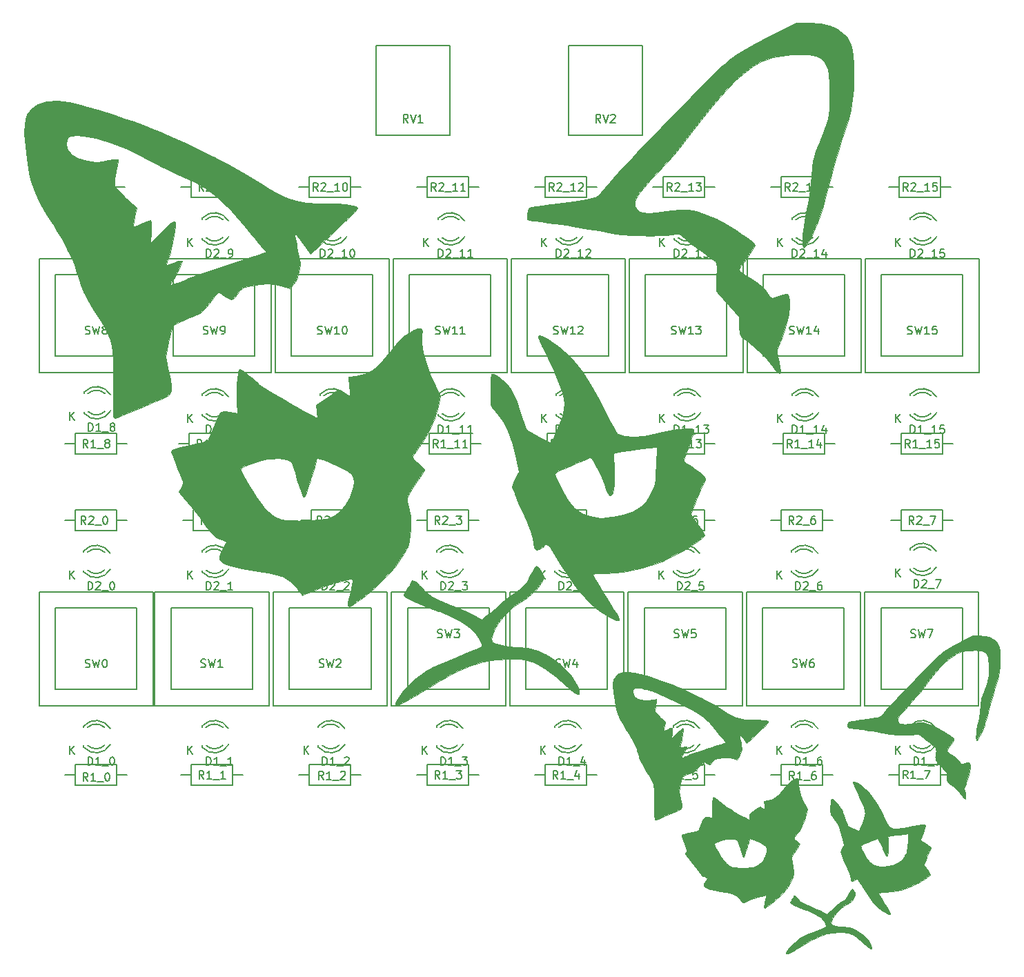
<source format=gbr>
G04 #@! TF.FileFunction,Legend,Top*
%FSLAX46Y46*%
G04 Gerber Fmt 4.6, Leading zero omitted, Abs format (unit mm)*
G04 Created by KiCad (PCBNEW 0.201508280901+6131~28~ubuntu14.04.1-product) date Tue 20 Oct 2015 04:27:25 PM COT*
%MOMM*%
G01*
G04 APERTURE LIST*
%ADD10C,0.100000*%
%ADD11C,0.150000*%
%ADD12C,0.010000*%
G04 APERTURE END LIST*
D10*
D11*
X100348000Y-132050000D02*
X95268000Y-132050000D01*
X95268000Y-132050000D02*
X95268000Y-129510000D01*
X95268000Y-129510000D02*
X100348000Y-129510000D01*
X100348000Y-129510000D02*
X100348000Y-132050000D01*
X100348000Y-130780000D02*
X101618000Y-130780000D01*
X95268000Y-130780000D02*
X93998000Y-130780000D01*
X114572000Y-132050000D02*
X109492000Y-132050000D01*
X109492000Y-132050000D02*
X109492000Y-129510000D01*
X109492000Y-129510000D02*
X114572000Y-129510000D01*
X114572000Y-129510000D02*
X114572000Y-132050000D01*
X114572000Y-130780000D02*
X115842000Y-130780000D01*
X109492000Y-130780000D02*
X108222000Y-130780000D01*
X129050000Y-132050000D02*
X123970000Y-132050000D01*
X123970000Y-132050000D02*
X123970000Y-129510000D01*
X123970000Y-129510000D02*
X129050000Y-129510000D01*
X129050000Y-129510000D02*
X129050000Y-132050000D01*
X129050000Y-130780000D02*
X130320000Y-130780000D01*
X123970000Y-130780000D02*
X122700000Y-130780000D01*
X143528000Y-132050000D02*
X138448000Y-132050000D01*
X138448000Y-132050000D02*
X138448000Y-129510000D01*
X138448000Y-129510000D02*
X143528000Y-129510000D01*
X143528000Y-129510000D02*
X143528000Y-132050000D01*
X143528000Y-130780000D02*
X144798000Y-130780000D01*
X138448000Y-130780000D02*
X137178000Y-130780000D01*
X158006000Y-132050000D02*
X152926000Y-132050000D01*
X152926000Y-132050000D02*
X152926000Y-129510000D01*
X152926000Y-129510000D02*
X158006000Y-129510000D01*
X158006000Y-129510000D02*
X158006000Y-132050000D01*
X158006000Y-130780000D02*
X159276000Y-130780000D01*
X152926000Y-130780000D02*
X151656000Y-130780000D01*
X172484000Y-132050000D02*
X167404000Y-132050000D01*
X167404000Y-132050000D02*
X167404000Y-129510000D01*
X167404000Y-129510000D02*
X172484000Y-129510000D01*
X172484000Y-129510000D02*
X172484000Y-132050000D01*
X172484000Y-130780000D02*
X173754000Y-130780000D01*
X167404000Y-130780000D02*
X166134000Y-130780000D01*
X181882000Y-129510000D02*
X186962000Y-129510000D01*
X186962000Y-129510000D02*
X186962000Y-132050000D01*
X186962000Y-132050000D02*
X181882000Y-132050000D01*
X181882000Y-132050000D02*
X181882000Y-129510000D01*
X181882000Y-130780000D02*
X180612000Y-130780000D01*
X186962000Y-130780000D02*
X188232000Y-130780000D01*
X196360000Y-129510000D02*
X201440000Y-129510000D01*
X201440000Y-129510000D02*
X201440000Y-132050000D01*
X201440000Y-132050000D02*
X196360000Y-132050000D01*
X196360000Y-132050000D02*
X196360000Y-129510000D01*
X196360000Y-130780000D02*
X195090000Y-130780000D01*
X201440000Y-130780000D02*
X202710000Y-130780000D01*
X100348000Y-100808000D02*
X95268000Y-100808000D01*
X95268000Y-100808000D02*
X95268000Y-98268000D01*
X95268000Y-98268000D02*
X100348000Y-98268000D01*
X100348000Y-98268000D02*
X100348000Y-100808000D01*
X100348000Y-99538000D02*
X101618000Y-99538000D01*
X95268000Y-99538000D02*
X93998000Y-99538000D01*
X109746000Y-98268000D02*
X114826000Y-98268000D01*
X114826000Y-98268000D02*
X114826000Y-100808000D01*
X114826000Y-100808000D02*
X109746000Y-100808000D01*
X109746000Y-100808000D02*
X109746000Y-98268000D01*
X109746000Y-99538000D02*
X108476000Y-99538000D01*
X114826000Y-99538000D02*
X116096000Y-99538000D01*
X124224000Y-98268000D02*
X129304000Y-98268000D01*
X129304000Y-98268000D02*
X129304000Y-100808000D01*
X129304000Y-100808000D02*
X124224000Y-100808000D01*
X124224000Y-100808000D02*
X124224000Y-98268000D01*
X124224000Y-99538000D02*
X122954000Y-99538000D01*
X129304000Y-99538000D02*
X130574000Y-99538000D01*
X138448000Y-98268000D02*
X143528000Y-98268000D01*
X143528000Y-98268000D02*
X143528000Y-100808000D01*
X143528000Y-100808000D02*
X138448000Y-100808000D01*
X138448000Y-100808000D02*
X138448000Y-98268000D01*
X138448000Y-99538000D02*
X137178000Y-99538000D01*
X143528000Y-99538000D02*
X144798000Y-99538000D01*
X152926000Y-98268000D02*
X158006000Y-98268000D01*
X158006000Y-98268000D02*
X158006000Y-100808000D01*
X158006000Y-100808000D02*
X152926000Y-100808000D01*
X152926000Y-100808000D02*
X152926000Y-98268000D01*
X152926000Y-99538000D02*
X151656000Y-99538000D01*
X158006000Y-99538000D02*
X159276000Y-99538000D01*
X167404000Y-98268000D02*
X172484000Y-98268000D01*
X172484000Y-98268000D02*
X172484000Y-100808000D01*
X172484000Y-100808000D02*
X167404000Y-100808000D01*
X167404000Y-100808000D02*
X167404000Y-98268000D01*
X167404000Y-99538000D02*
X166134000Y-99538000D01*
X172484000Y-99538000D02*
X173754000Y-99538000D01*
X181882000Y-98268000D02*
X186962000Y-98268000D01*
X186962000Y-98268000D02*
X186962000Y-100808000D01*
X186962000Y-100808000D02*
X181882000Y-100808000D01*
X181882000Y-100808000D02*
X181882000Y-98268000D01*
X181882000Y-99538000D02*
X180612000Y-99538000D01*
X186962000Y-99538000D02*
X188232000Y-99538000D01*
X196614000Y-98268000D02*
X201694000Y-98268000D01*
X201694000Y-98268000D02*
X201694000Y-100808000D01*
X201694000Y-100808000D02*
X196614000Y-100808000D01*
X196614000Y-100808000D02*
X196614000Y-98268000D01*
X196614000Y-99538000D02*
X195344000Y-99538000D01*
X201694000Y-99538000D02*
X202964000Y-99538000D01*
X95268000Y-88870000D02*
X100348000Y-88870000D01*
X100348000Y-88870000D02*
X100348000Y-91410000D01*
X100348000Y-91410000D02*
X95268000Y-91410000D01*
X95268000Y-91410000D02*
X95268000Y-88870000D01*
X95268000Y-90140000D02*
X93998000Y-90140000D01*
X100348000Y-90140000D02*
X101618000Y-90140000D01*
X109238000Y-88870000D02*
X114318000Y-88870000D01*
X114318000Y-88870000D02*
X114318000Y-91410000D01*
X114318000Y-91410000D02*
X109238000Y-91410000D01*
X109238000Y-91410000D02*
X109238000Y-88870000D01*
X109238000Y-90140000D02*
X107968000Y-90140000D01*
X114318000Y-90140000D02*
X115588000Y-90140000D01*
X123970000Y-88870000D02*
X129050000Y-88870000D01*
X129050000Y-88870000D02*
X129050000Y-91410000D01*
X129050000Y-91410000D02*
X123970000Y-91410000D01*
X123970000Y-91410000D02*
X123970000Y-88870000D01*
X123970000Y-90140000D02*
X122700000Y-90140000D01*
X129050000Y-90140000D02*
X130320000Y-90140000D01*
X138702000Y-88870000D02*
X143782000Y-88870000D01*
X143782000Y-88870000D02*
X143782000Y-91410000D01*
X143782000Y-91410000D02*
X138702000Y-91410000D01*
X138702000Y-91410000D02*
X138702000Y-88870000D01*
X138702000Y-90140000D02*
X137432000Y-90140000D01*
X143782000Y-90140000D02*
X145052000Y-90140000D01*
X158260000Y-91410000D02*
X153180000Y-91410000D01*
X153180000Y-91410000D02*
X153180000Y-88870000D01*
X153180000Y-88870000D02*
X158260000Y-88870000D01*
X158260000Y-88870000D02*
X158260000Y-91410000D01*
X158260000Y-90140000D02*
X159530000Y-90140000D01*
X153180000Y-90140000D02*
X151910000Y-90140000D01*
X172484000Y-91410000D02*
X167404000Y-91410000D01*
X167404000Y-91410000D02*
X167404000Y-88870000D01*
X167404000Y-88870000D02*
X172484000Y-88870000D01*
X172484000Y-88870000D02*
X172484000Y-91410000D01*
X172484000Y-90140000D02*
X173754000Y-90140000D01*
X167404000Y-90140000D02*
X166134000Y-90140000D01*
X187216000Y-91410000D02*
X182136000Y-91410000D01*
X182136000Y-91410000D02*
X182136000Y-88870000D01*
X182136000Y-88870000D02*
X187216000Y-88870000D01*
X187216000Y-88870000D02*
X187216000Y-91410000D01*
X187216000Y-90140000D02*
X188486000Y-90140000D01*
X182136000Y-90140000D02*
X180866000Y-90140000D01*
X201694000Y-91410000D02*
X196614000Y-91410000D01*
X196614000Y-91410000D02*
X196614000Y-88870000D01*
X196614000Y-88870000D02*
X201694000Y-88870000D01*
X201694000Y-88870000D02*
X201694000Y-91410000D01*
X201694000Y-90140000D02*
X202964000Y-90140000D01*
X196614000Y-90140000D02*
X195344000Y-90140000D01*
X95014000Y-57374000D02*
X100094000Y-57374000D01*
X100094000Y-57374000D02*
X100094000Y-59914000D01*
X100094000Y-59914000D02*
X95014000Y-59914000D01*
X95014000Y-59914000D02*
X95014000Y-57374000D01*
X95014000Y-58644000D02*
X93744000Y-58644000D01*
X100094000Y-58644000D02*
X101364000Y-58644000D01*
X109492000Y-57374000D02*
X114572000Y-57374000D01*
X114572000Y-57374000D02*
X114572000Y-59914000D01*
X114572000Y-59914000D02*
X109492000Y-59914000D01*
X109492000Y-59914000D02*
X109492000Y-57374000D01*
X109492000Y-58644000D02*
X108222000Y-58644000D01*
X114572000Y-58644000D02*
X115842000Y-58644000D01*
X123970000Y-57374000D02*
X129050000Y-57374000D01*
X129050000Y-57374000D02*
X129050000Y-59914000D01*
X129050000Y-59914000D02*
X123970000Y-59914000D01*
X123970000Y-59914000D02*
X123970000Y-57374000D01*
X123970000Y-58644000D02*
X122700000Y-58644000D01*
X129050000Y-58644000D02*
X130320000Y-58644000D01*
X138448000Y-57374000D02*
X143528000Y-57374000D01*
X143528000Y-57374000D02*
X143528000Y-59914000D01*
X143528000Y-59914000D02*
X138448000Y-59914000D01*
X138448000Y-59914000D02*
X138448000Y-57374000D01*
X138448000Y-58644000D02*
X137178000Y-58644000D01*
X143528000Y-58644000D02*
X144798000Y-58644000D01*
X158006000Y-59914000D02*
X152926000Y-59914000D01*
X152926000Y-59914000D02*
X152926000Y-57374000D01*
X152926000Y-57374000D02*
X158006000Y-57374000D01*
X158006000Y-57374000D02*
X158006000Y-59914000D01*
X158006000Y-58644000D02*
X159276000Y-58644000D01*
X152926000Y-58644000D02*
X151656000Y-58644000D01*
X167404000Y-57374000D02*
X172484000Y-57374000D01*
X172484000Y-57374000D02*
X172484000Y-59914000D01*
X172484000Y-59914000D02*
X167404000Y-59914000D01*
X167404000Y-59914000D02*
X167404000Y-57374000D01*
X167404000Y-58644000D02*
X166134000Y-58644000D01*
X172484000Y-58644000D02*
X173754000Y-58644000D01*
X181882000Y-57374000D02*
X186962000Y-57374000D01*
X186962000Y-57374000D02*
X186962000Y-59914000D01*
X186962000Y-59914000D02*
X181882000Y-59914000D01*
X181882000Y-59914000D02*
X181882000Y-57374000D01*
X181882000Y-58644000D02*
X180612000Y-58644000D01*
X186962000Y-58644000D02*
X188232000Y-58644000D01*
X196360000Y-57374000D02*
X201440000Y-57374000D01*
X201440000Y-57374000D02*
X201440000Y-59914000D01*
X201440000Y-59914000D02*
X196360000Y-59914000D01*
X196360000Y-59914000D02*
X196360000Y-57374000D01*
X196360000Y-58644000D02*
X195090000Y-58644000D01*
X201440000Y-58644000D02*
X202710000Y-58644000D01*
X92808000Y-110286000D02*
X102808000Y-110286000D01*
X102808000Y-110286000D02*
X102808000Y-120286000D01*
X102808000Y-120286000D02*
X92808000Y-120286000D01*
X92808000Y-120286000D02*
X92808000Y-110286000D01*
X90808000Y-108286000D02*
X104808000Y-108286000D01*
X104808000Y-108286000D02*
X104808000Y-122286000D01*
X104808000Y-122286000D02*
X90808000Y-122286000D01*
X90808000Y-122286000D02*
X90808000Y-108286000D01*
X107004000Y-110278000D02*
X117004000Y-110278000D01*
X117004000Y-110278000D02*
X117004000Y-120278000D01*
X117004000Y-120278000D02*
X107004000Y-120278000D01*
X107004000Y-120278000D02*
X107004000Y-110278000D01*
X105004000Y-108278000D02*
X119004000Y-108278000D01*
X119004000Y-108278000D02*
X119004000Y-122278000D01*
X119004000Y-122278000D02*
X105004000Y-122278000D01*
X105004000Y-122278000D02*
X105004000Y-108278000D01*
X121520000Y-110278000D02*
X131520000Y-110278000D01*
X131520000Y-110278000D02*
X131520000Y-120278000D01*
X131520000Y-120278000D02*
X121520000Y-120278000D01*
X121520000Y-120278000D02*
X121520000Y-110278000D01*
X119520000Y-108278000D02*
X133520000Y-108278000D01*
X133520000Y-108278000D02*
X133520000Y-122278000D01*
X133520000Y-122278000D02*
X119520000Y-122278000D01*
X119520000Y-122278000D02*
X119520000Y-108278000D01*
X146036000Y-120278000D02*
X136036000Y-120278000D01*
X136036000Y-120278000D02*
X136036000Y-110278000D01*
X136036000Y-110278000D02*
X146036000Y-110278000D01*
X146036000Y-110278000D02*
X146036000Y-120278000D01*
X148036000Y-122278000D02*
X134036000Y-122278000D01*
X134036000Y-122278000D02*
X134036000Y-108278000D01*
X134036000Y-108278000D02*
X148036000Y-108278000D01*
X148036000Y-108278000D02*
X148036000Y-122278000D01*
X150552000Y-110278000D02*
X160552000Y-110278000D01*
X160552000Y-110278000D02*
X160552000Y-120278000D01*
X160552000Y-120278000D02*
X150552000Y-120278000D01*
X150552000Y-120278000D02*
X150552000Y-110278000D01*
X148552000Y-108278000D02*
X162552000Y-108278000D01*
X162552000Y-108278000D02*
X162552000Y-122278000D01*
X162552000Y-122278000D02*
X148552000Y-122278000D01*
X148552000Y-122278000D02*
X148552000Y-108278000D01*
X175068000Y-120278000D02*
X165068000Y-120278000D01*
X165068000Y-120278000D02*
X165068000Y-110278000D01*
X165068000Y-110278000D02*
X175068000Y-110278000D01*
X175068000Y-110278000D02*
X175068000Y-120278000D01*
X177068000Y-122278000D02*
X163068000Y-122278000D01*
X163068000Y-122278000D02*
X163068000Y-108278000D01*
X163068000Y-108278000D02*
X177068000Y-108278000D01*
X177068000Y-108278000D02*
X177068000Y-122278000D01*
X179584000Y-110278000D02*
X189584000Y-110278000D01*
X189584000Y-110278000D02*
X189584000Y-120278000D01*
X189584000Y-120278000D02*
X179584000Y-120278000D01*
X179584000Y-120278000D02*
X179584000Y-110278000D01*
X177584000Y-108278000D02*
X191584000Y-108278000D01*
X191584000Y-108278000D02*
X191584000Y-122278000D01*
X191584000Y-122278000D02*
X177584000Y-122278000D01*
X177584000Y-122278000D02*
X177584000Y-108278000D01*
X204100000Y-120278000D02*
X194100000Y-120278000D01*
X194100000Y-120278000D02*
X194100000Y-110278000D01*
X194100000Y-110278000D02*
X204100000Y-110278000D01*
X204100000Y-110278000D02*
X204100000Y-120278000D01*
X206100000Y-122278000D02*
X192100000Y-122278000D01*
X192100000Y-122278000D02*
X192100000Y-108278000D01*
X192100000Y-108278000D02*
X206100000Y-108278000D01*
X206100000Y-108278000D02*
X206100000Y-122278000D01*
X92808000Y-69392000D02*
X102808000Y-69392000D01*
X102808000Y-69392000D02*
X102808000Y-79392000D01*
X102808000Y-79392000D02*
X92808000Y-79392000D01*
X92808000Y-79392000D02*
X92808000Y-69392000D01*
X90808000Y-67392000D02*
X104808000Y-67392000D01*
X104808000Y-67392000D02*
X104808000Y-81392000D01*
X104808000Y-81392000D02*
X90808000Y-81392000D01*
X90808000Y-81392000D02*
X90808000Y-67392000D01*
X107286000Y-69392000D02*
X117286000Y-69392000D01*
X117286000Y-69392000D02*
X117286000Y-79392000D01*
X117286000Y-79392000D02*
X107286000Y-79392000D01*
X107286000Y-79392000D02*
X107286000Y-69392000D01*
X105286000Y-67392000D02*
X119286000Y-67392000D01*
X119286000Y-67392000D02*
X119286000Y-81392000D01*
X119286000Y-81392000D02*
X105286000Y-81392000D01*
X105286000Y-81392000D02*
X105286000Y-67392000D01*
X121764000Y-69392000D02*
X131764000Y-69392000D01*
X131764000Y-69392000D02*
X131764000Y-79392000D01*
X131764000Y-79392000D02*
X121764000Y-79392000D01*
X121764000Y-79392000D02*
X121764000Y-69392000D01*
X119764000Y-67392000D02*
X133764000Y-67392000D01*
X133764000Y-67392000D02*
X133764000Y-81392000D01*
X133764000Y-81392000D02*
X119764000Y-81392000D01*
X119764000Y-81392000D02*
X119764000Y-67392000D01*
X136242000Y-69392000D02*
X146242000Y-69392000D01*
X146242000Y-69392000D02*
X146242000Y-79392000D01*
X146242000Y-79392000D02*
X136242000Y-79392000D01*
X136242000Y-79392000D02*
X136242000Y-69392000D01*
X134242000Y-67392000D02*
X148242000Y-67392000D01*
X148242000Y-67392000D02*
X148242000Y-81392000D01*
X148242000Y-81392000D02*
X134242000Y-81392000D01*
X134242000Y-81392000D02*
X134242000Y-67392000D01*
X150720000Y-69392000D02*
X160720000Y-69392000D01*
X160720000Y-69392000D02*
X160720000Y-79392000D01*
X160720000Y-79392000D02*
X150720000Y-79392000D01*
X150720000Y-79392000D02*
X150720000Y-69392000D01*
X148720000Y-67392000D02*
X162720000Y-67392000D01*
X162720000Y-67392000D02*
X162720000Y-81392000D01*
X162720000Y-81392000D02*
X148720000Y-81392000D01*
X148720000Y-81392000D02*
X148720000Y-67392000D01*
X165198000Y-69392000D02*
X175198000Y-69392000D01*
X175198000Y-69392000D02*
X175198000Y-79392000D01*
X175198000Y-79392000D02*
X165198000Y-79392000D01*
X165198000Y-79392000D02*
X165198000Y-69392000D01*
X163198000Y-67392000D02*
X177198000Y-67392000D01*
X177198000Y-67392000D02*
X177198000Y-81392000D01*
X177198000Y-81392000D02*
X163198000Y-81392000D01*
X163198000Y-81392000D02*
X163198000Y-67392000D01*
X179676000Y-69392000D02*
X189676000Y-69392000D01*
X189676000Y-69392000D02*
X189676000Y-79392000D01*
X189676000Y-79392000D02*
X179676000Y-79392000D01*
X179676000Y-79392000D02*
X179676000Y-69392000D01*
X177676000Y-67392000D02*
X191676000Y-67392000D01*
X191676000Y-67392000D02*
X191676000Y-81392000D01*
X191676000Y-81392000D02*
X177676000Y-81392000D01*
X177676000Y-81392000D02*
X177676000Y-67392000D01*
X194154000Y-69392000D02*
X204154000Y-69392000D01*
X204154000Y-69392000D02*
X204154000Y-79392000D01*
X204154000Y-79392000D02*
X194154000Y-79392000D01*
X194154000Y-79392000D02*
X194154000Y-69392000D01*
X192154000Y-67392000D02*
X206154000Y-67392000D01*
X206154000Y-67392000D02*
X206154000Y-81392000D01*
X206154000Y-81392000D02*
X192154000Y-81392000D01*
X192154000Y-81392000D02*
X192154000Y-67392000D01*
X96293000Y-127342000D02*
X96293000Y-127142000D01*
X96293000Y-124748000D02*
X96293000Y-124928000D01*
X99520744Y-125058357D02*
G75*
G03X96293000Y-124742000I-1727744J-1003643D01*
G01*
X98845006Y-124928932D02*
G75*
G03X96742000Y-124928000I-1052006J-1133068D01*
G01*
X96305780Y-127368726D02*
G75*
G03X99543000Y-127022000I1497220J1306726D01*
G01*
X96779111Y-127141253D02*
G75*
G03X98827000Y-127122000I1013889J1079253D01*
G01*
X110809000Y-127342000D02*
X110809000Y-127142000D01*
X110809000Y-124748000D02*
X110809000Y-124928000D01*
X114036744Y-125058357D02*
G75*
G03X110809000Y-124742000I-1727744J-1003643D01*
G01*
X113361006Y-124928932D02*
G75*
G03X111258000Y-124928000I-1052006J-1133068D01*
G01*
X110821780Y-127368726D02*
G75*
G03X114059000Y-127022000I1497220J1306726D01*
G01*
X111295111Y-127141253D02*
G75*
G03X113343000Y-127122000I1013889J1079253D01*
G01*
X125071000Y-127342000D02*
X125071000Y-127142000D01*
X125071000Y-124748000D02*
X125071000Y-124928000D01*
X128298744Y-125058357D02*
G75*
G03X125071000Y-124742000I-1727744J-1003643D01*
G01*
X127623006Y-124928932D02*
G75*
G03X125520000Y-124928000I-1052006J-1133068D01*
G01*
X125083780Y-127368726D02*
G75*
G03X128321000Y-127022000I1497220J1306726D01*
G01*
X125557111Y-127141253D02*
G75*
G03X127605000Y-127122000I1013889J1079253D01*
G01*
X139587000Y-127342000D02*
X139587000Y-127142000D01*
X139587000Y-124748000D02*
X139587000Y-124928000D01*
X142814744Y-125058357D02*
G75*
G03X139587000Y-124742000I-1727744J-1003643D01*
G01*
X142139006Y-124928932D02*
G75*
G03X140036000Y-124928000I-1052006J-1133068D01*
G01*
X139599780Y-127368726D02*
G75*
G03X142837000Y-127022000I1497220J1306726D01*
G01*
X140073111Y-127141253D02*
G75*
G03X142121000Y-127122000I1013889J1079253D01*
G01*
X154103000Y-127342000D02*
X154103000Y-127142000D01*
X154103000Y-124748000D02*
X154103000Y-124928000D01*
X157330744Y-125058357D02*
G75*
G03X154103000Y-124742000I-1727744J-1003643D01*
G01*
X156655006Y-124928932D02*
G75*
G03X154552000Y-124928000I-1052006J-1133068D01*
G01*
X154115780Y-127368726D02*
G75*
G03X157353000Y-127022000I1497220J1306726D01*
G01*
X154589111Y-127141253D02*
G75*
G03X156637000Y-127122000I1013889J1079253D01*
G01*
X168619000Y-127342000D02*
X168619000Y-127142000D01*
X168619000Y-124748000D02*
X168619000Y-124928000D01*
X171846744Y-125058357D02*
G75*
G03X168619000Y-124742000I-1727744J-1003643D01*
G01*
X171171006Y-124928932D02*
G75*
G03X169068000Y-124928000I-1052006J-1133068D01*
G01*
X168631780Y-127368726D02*
G75*
G03X171869000Y-127022000I1497220J1306726D01*
G01*
X169105111Y-127141253D02*
G75*
G03X171153000Y-127122000I1013889J1079253D01*
G01*
X183135000Y-127342000D02*
X183135000Y-127142000D01*
X183135000Y-124748000D02*
X183135000Y-124928000D01*
X186362744Y-125058357D02*
G75*
G03X183135000Y-124742000I-1727744J-1003643D01*
G01*
X185687006Y-124928932D02*
G75*
G03X183584000Y-124928000I-1052006J-1133068D01*
G01*
X183147780Y-127368726D02*
G75*
G03X186385000Y-127022000I1497220J1306726D01*
G01*
X183621111Y-127141253D02*
G75*
G03X185669000Y-127122000I1013889J1079253D01*
G01*
X197651000Y-127342000D02*
X197651000Y-127142000D01*
X197651000Y-124748000D02*
X197651000Y-124928000D01*
X200878744Y-125058357D02*
G75*
G03X197651000Y-124742000I-1727744J-1003643D01*
G01*
X200203006Y-124928932D02*
G75*
G03X198100000Y-124928000I-1052006J-1133068D01*
G01*
X197663780Y-127368726D02*
G75*
G03X200901000Y-127022000I1497220J1306726D01*
G01*
X198137111Y-127141253D02*
G75*
G03X200185000Y-127122000I1013889J1079253D01*
G01*
X96339000Y-86374000D02*
X96339000Y-86174000D01*
X96339000Y-83780000D02*
X96339000Y-83960000D01*
X99566744Y-84090357D02*
G75*
G03X96339000Y-83774000I-1727744J-1003643D01*
G01*
X98891006Y-83960932D02*
G75*
G03X96788000Y-83960000I-1052006J-1133068D01*
G01*
X96351780Y-86400726D02*
G75*
G03X99589000Y-86054000I1497220J1306726D01*
G01*
X96825111Y-86173253D02*
G75*
G03X98873000Y-86154000I1013889J1079253D01*
G01*
X110817000Y-86628000D02*
X110817000Y-86428000D01*
X110817000Y-84034000D02*
X110817000Y-84214000D01*
X114044744Y-84344357D02*
G75*
G03X110817000Y-84028000I-1727744J-1003643D01*
G01*
X113369006Y-84214932D02*
G75*
G03X111266000Y-84214000I-1052006J-1133068D01*
G01*
X110829780Y-86654726D02*
G75*
G03X114067000Y-86308000I1497220J1306726D01*
G01*
X111303111Y-86427253D02*
G75*
G03X113351000Y-86408000I1013889J1079253D01*
G01*
X125295000Y-86628000D02*
X125295000Y-86428000D01*
X125295000Y-84034000D02*
X125295000Y-84214000D01*
X128522744Y-84344357D02*
G75*
G03X125295000Y-84028000I-1727744J-1003643D01*
G01*
X127847006Y-84214932D02*
G75*
G03X125744000Y-84214000I-1052006J-1133068D01*
G01*
X125307780Y-86654726D02*
G75*
G03X128545000Y-86308000I1497220J1306726D01*
G01*
X125781111Y-86427253D02*
G75*
G03X127829000Y-86408000I1013889J1079253D01*
G01*
X139773000Y-86628000D02*
X139773000Y-86428000D01*
X139773000Y-84034000D02*
X139773000Y-84214000D01*
X143000744Y-84344357D02*
G75*
G03X139773000Y-84028000I-1727744J-1003643D01*
G01*
X142325006Y-84214932D02*
G75*
G03X140222000Y-84214000I-1052006J-1133068D01*
G01*
X139785780Y-86654726D02*
G75*
G03X143023000Y-86308000I1497220J1306726D01*
G01*
X140259111Y-86427253D02*
G75*
G03X142307000Y-86408000I1013889J1079253D01*
G01*
X154251000Y-86628000D02*
X154251000Y-86428000D01*
X154251000Y-84034000D02*
X154251000Y-84214000D01*
X157478744Y-84344357D02*
G75*
G03X154251000Y-84028000I-1727744J-1003643D01*
G01*
X156803006Y-84214932D02*
G75*
G03X154700000Y-84214000I-1052006J-1133068D01*
G01*
X154263780Y-86654726D02*
G75*
G03X157501000Y-86308000I1497220J1306726D01*
G01*
X154737111Y-86427253D02*
G75*
G03X156785000Y-86408000I1013889J1079253D01*
G01*
X168729000Y-86628000D02*
X168729000Y-86428000D01*
X168729000Y-84034000D02*
X168729000Y-84214000D01*
X171956744Y-84344357D02*
G75*
G03X168729000Y-84028000I-1727744J-1003643D01*
G01*
X171281006Y-84214932D02*
G75*
G03X169178000Y-84214000I-1052006J-1133068D01*
G01*
X168741780Y-86654726D02*
G75*
G03X171979000Y-86308000I1497220J1306726D01*
G01*
X169215111Y-86427253D02*
G75*
G03X171263000Y-86408000I1013889J1079253D01*
G01*
X183207000Y-86628000D02*
X183207000Y-86428000D01*
X183207000Y-84034000D02*
X183207000Y-84214000D01*
X186434744Y-84344357D02*
G75*
G03X183207000Y-84028000I-1727744J-1003643D01*
G01*
X185759006Y-84214932D02*
G75*
G03X183656000Y-84214000I-1052006J-1133068D01*
G01*
X183219780Y-86654726D02*
G75*
G03X186457000Y-86308000I1497220J1306726D01*
G01*
X183693111Y-86427253D02*
G75*
G03X185741000Y-86408000I1013889J1079253D01*
G01*
X197685000Y-86628000D02*
X197685000Y-86428000D01*
X197685000Y-84034000D02*
X197685000Y-84214000D01*
X200912744Y-84344357D02*
G75*
G03X197685000Y-84028000I-1727744J-1003643D01*
G01*
X200237006Y-84214932D02*
G75*
G03X198134000Y-84214000I-1052006J-1133068D01*
G01*
X197697780Y-86654726D02*
G75*
G03X200935000Y-86308000I1497220J1306726D01*
G01*
X198171111Y-86427253D02*
G75*
G03X200219000Y-86408000I1013889J1079253D01*
G01*
X96293000Y-105842000D02*
X96293000Y-105642000D01*
X96293000Y-103248000D02*
X96293000Y-103428000D01*
X99520744Y-103558357D02*
G75*
G03X96293000Y-103242000I-1727744J-1003643D01*
G01*
X98845006Y-103428932D02*
G75*
G03X96742000Y-103428000I-1052006J-1133068D01*
G01*
X96305780Y-105868726D02*
G75*
G03X99543000Y-105522000I1497220J1306726D01*
G01*
X96779111Y-105641253D02*
G75*
G03X98827000Y-105622000I1013889J1079253D01*
G01*
X110809000Y-105842000D02*
X110809000Y-105642000D01*
X110809000Y-103248000D02*
X110809000Y-103428000D01*
X114036744Y-103558357D02*
G75*
G03X110809000Y-103242000I-1727744J-1003643D01*
G01*
X113361006Y-103428932D02*
G75*
G03X111258000Y-103428000I-1052006J-1133068D01*
G01*
X110821780Y-105868726D02*
G75*
G03X114059000Y-105522000I1497220J1306726D01*
G01*
X111295111Y-105641253D02*
G75*
G03X113343000Y-105622000I1013889J1079253D01*
G01*
X125071000Y-105842000D02*
X125071000Y-105642000D01*
X125071000Y-103248000D02*
X125071000Y-103428000D01*
X128298744Y-103558357D02*
G75*
G03X125071000Y-103242000I-1727744J-1003643D01*
G01*
X127623006Y-103428932D02*
G75*
G03X125520000Y-103428000I-1052006J-1133068D01*
G01*
X125083780Y-105868726D02*
G75*
G03X128321000Y-105522000I1497220J1306726D01*
G01*
X125557111Y-105641253D02*
G75*
G03X127605000Y-105622000I1013889J1079253D01*
G01*
X139587000Y-105842000D02*
X139587000Y-105642000D01*
X139587000Y-103248000D02*
X139587000Y-103428000D01*
X142814744Y-103558357D02*
G75*
G03X139587000Y-103242000I-1727744J-1003643D01*
G01*
X142139006Y-103428932D02*
G75*
G03X140036000Y-103428000I-1052006J-1133068D01*
G01*
X139599780Y-105868726D02*
G75*
G03X142837000Y-105522000I1497220J1306726D01*
G01*
X140073111Y-105641253D02*
G75*
G03X142121000Y-105622000I1013889J1079253D01*
G01*
X154103000Y-105842000D02*
X154103000Y-105642000D01*
X154103000Y-103248000D02*
X154103000Y-103428000D01*
X157330744Y-103558357D02*
G75*
G03X154103000Y-103242000I-1727744J-1003643D01*
G01*
X156655006Y-103428932D02*
G75*
G03X154552000Y-103428000I-1052006J-1133068D01*
G01*
X154115780Y-105868726D02*
G75*
G03X157353000Y-105522000I1497220J1306726D01*
G01*
X154589111Y-105641253D02*
G75*
G03X156637000Y-105622000I1013889J1079253D01*
G01*
X168619000Y-105842000D02*
X168619000Y-105642000D01*
X168619000Y-103248000D02*
X168619000Y-103428000D01*
X171846744Y-103558357D02*
G75*
G03X168619000Y-103242000I-1727744J-1003643D01*
G01*
X171171006Y-103428932D02*
G75*
G03X169068000Y-103428000I-1052006J-1133068D01*
G01*
X168631780Y-105868726D02*
G75*
G03X171869000Y-105522000I1497220J1306726D01*
G01*
X169105111Y-105641253D02*
G75*
G03X171153000Y-105622000I1013889J1079253D01*
G01*
X183135000Y-105842000D02*
X183135000Y-105642000D01*
X183135000Y-103248000D02*
X183135000Y-103428000D01*
X186362744Y-103558357D02*
G75*
G03X183135000Y-103242000I-1727744J-1003643D01*
G01*
X185687006Y-103428932D02*
G75*
G03X183584000Y-103428000I-1052006J-1133068D01*
G01*
X183147780Y-105868726D02*
G75*
G03X186385000Y-105522000I1497220J1306726D01*
G01*
X183621111Y-105641253D02*
G75*
G03X185669000Y-105622000I1013889J1079253D01*
G01*
X197651000Y-105592000D02*
X197651000Y-105392000D01*
X197651000Y-102998000D02*
X197651000Y-103178000D01*
X200878744Y-103308357D02*
G75*
G03X197651000Y-102992000I-1727744J-1003643D01*
G01*
X200203006Y-103178932D02*
G75*
G03X198100000Y-103178000I-1052006J-1133068D01*
G01*
X197663780Y-105618726D02*
G75*
G03X200901000Y-105272000I1497220J1306726D01*
G01*
X198137111Y-105391253D02*
G75*
G03X200185000Y-105372000I1013889J1079253D01*
G01*
X96339000Y-65038000D02*
X96339000Y-64838000D01*
X96339000Y-62444000D02*
X96339000Y-62624000D01*
X99566744Y-62754357D02*
G75*
G03X96339000Y-62438000I-1727744J-1003643D01*
G01*
X98891006Y-62624932D02*
G75*
G03X96788000Y-62624000I-1052006J-1133068D01*
G01*
X96351780Y-65064726D02*
G75*
G03X99589000Y-64718000I1497220J1306726D01*
G01*
X96825111Y-64837253D02*
G75*
G03X98873000Y-64818000I1013889J1079253D01*
G01*
X110817000Y-65038000D02*
X110817000Y-64838000D01*
X110817000Y-62444000D02*
X110817000Y-62624000D01*
X114044744Y-62754357D02*
G75*
G03X110817000Y-62438000I-1727744J-1003643D01*
G01*
X113369006Y-62624932D02*
G75*
G03X111266000Y-62624000I-1052006J-1133068D01*
G01*
X110829780Y-65064726D02*
G75*
G03X114067000Y-64718000I1497220J1306726D01*
G01*
X111303111Y-64837253D02*
G75*
G03X113351000Y-64818000I1013889J1079253D01*
G01*
X125295000Y-65038000D02*
X125295000Y-64838000D01*
X125295000Y-62444000D02*
X125295000Y-62624000D01*
X128522744Y-62754357D02*
G75*
G03X125295000Y-62438000I-1727744J-1003643D01*
G01*
X127847006Y-62624932D02*
G75*
G03X125744000Y-62624000I-1052006J-1133068D01*
G01*
X125307780Y-65064726D02*
G75*
G03X128545000Y-64718000I1497220J1306726D01*
G01*
X125781111Y-64837253D02*
G75*
G03X127829000Y-64818000I1013889J1079253D01*
G01*
X139773000Y-65038000D02*
X139773000Y-64838000D01*
X139773000Y-62444000D02*
X139773000Y-62624000D01*
X143000744Y-62754357D02*
G75*
G03X139773000Y-62438000I-1727744J-1003643D01*
G01*
X142325006Y-62624932D02*
G75*
G03X140222000Y-62624000I-1052006J-1133068D01*
G01*
X139785780Y-65064726D02*
G75*
G03X143023000Y-64718000I1497220J1306726D01*
G01*
X140259111Y-64837253D02*
G75*
G03X142307000Y-64818000I1013889J1079253D01*
G01*
X154251000Y-65038000D02*
X154251000Y-64838000D01*
X154251000Y-62444000D02*
X154251000Y-62624000D01*
X157478744Y-62754357D02*
G75*
G03X154251000Y-62438000I-1727744J-1003643D01*
G01*
X156803006Y-62624932D02*
G75*
G03X154700000Y-62624000I-1052006J-1133068D01*
G01*
X154263780Y-65064726D02*
G75*
G03X157501000Y-64718000I1497220J1306726D01*
G01*
X154737111Y-64837253D02*
G75*
G03X156785000Y-64818000I1013889J1079253D01*
G01*
X168729000Y-65038000D02*
X168729000Y-64838000D01*
X168729000Y-62444000D02*
X168729000Y-62624000D01*
X171956744Y-62754357D02*
G75*
G03X168729000Y-62438000I-1727744J-1003643D01*
G01*
X171281006Y-62624932D02*
G75*
G03X169178000Y-62624000I-1052006J-1133068D01*
G01*
X168741780Y-65064726D02*
G75*
G03X171979000Y-64718000I1497220J1306726D01*
G01*
X169215111Y-64837253D02*
G75*
G03X171263000Y-64818000I1013889J1079253D01*
G01*
X183207000Y-65038000D02*
X183207000Y-64838000D01*
X183207000Y-62444000D02*
X183207000Y-62624000D01*
X186434744Y-62754357D02*
G75*
G03X183207000Y-62438000I-1727744J-1003643D01*
G01*
X185759006Y-62624932D02*
G75*
G03X183656000Y-62624000I-1052006J-1133068D01*
G01*
X183219780Y-65064726D02*
G75*
G03X186457000Y-64718000I1497220J1306726D01*
G01*
X183693111Y-64837253D02*
G75*
G03X185741000Y-64818000I1013889J1079253D01*
G01*
X197685000Y-65038000D02*
X197685000Y-64838000D01*
X197685000Y-62444000D02*
X197685000Y-62624000D01*
X200912744Y-62754357D02*
G75*
G03X197685000Y-62438000I-1727744J-1003643D01*
G01*
X200237006Y-62624932D02*
G75*
G03X198134000Y-62624000I-1052006J-1133068D01*
G01*
X197697780Y-65064726D02*
G75*
G03X200935000Y-64718000I1497220J1306726D01*
G01*
X198171111Y-64837253D02*
G75*
G03X200219000Y-64818000I1013889J1079253D01*
G01*
X132170000Y-52250000D02*
X132170000Y-41250000D01*
X132170000Y-41250000D02*
X141170000Y-41250000D01*
X141170000Y-41250000D02*
X141170000Y-52250000D01*
X132170000Y-52250000D02*
X141170000Y-52250000D01*
X155792000Y-52250000D02*
X155792000Y-41250000D01*
X155792000Y-41250000D02*
X164792000Y-41250000D01*
X164792000Y-41250000D02*
X164792000Y-52250000D01*
X155792000Y-52250000D02*
X164792000Y-52250000D01*
D12*
G36*
X190624775Y-144799150D02*
X190749843Y-144966130D01*
X190799699Y-145046375D01*
X190911769Y-145257507D01*
X190937011Y-145406420D01*
X190883703Y-145570995D01*
X190860707Y-145620291D01*
X190528694Y-146120559D01*
X190050726Y-146535316D01*
X189841386Y-146664523D01*
X189537652Y-146860074D01*
X189195584Y-147115951D01*
X188929008Y-147341592D01*
X188626203Y-147656710D01*
X188363243Y-148001681D01*
X188155031Y-148347176D01*
X188016471Y-148663867D01*
X187962467Y-148922425D01*
X188007921Y-149093521D01*
X188028652Y-149113425D01*
X188232726Y-149210326D01*
X188555979Y-149294751D01*
X188948279Y-149357091D01*
X189359496Y-149387739D01*
X189468125Y-149389333D01*
X190050575Y-149433853D01*
X190586216Y-149579020D01*
X191127759Y-149842245D01*
X191445545Y-150042523D01*
X192033511Y-150497818D01*
X192495043Y-150982728D01*
X192811979Y-151477119D01*
X192878990Y-151631665D01*
X192969542Y-151923311D01*
X192965082Y-152077777D01*
X192864252Y-152095282D01*
X192665688Y-151976044D01*
X192368030Y-151720283D01*
X192362121Y-151714771D01*
X191678931Y-151111621D01*
X191077715Y-150654935D01*
X190557155Y-150343745D01*
X190386096Y-150265850D01*
X190132612Y-150173740D01*
X189879270Y-150115045D01*
X189576154Y-150082772D01*
X189173349Y-150069928D01*
X188978631Y-150068676D01*
X188184745Y-150105495D01*
X187463072Y-150229640D01*
X186746550Y-150456135D01*
X186192029Y-150692958D01*
X185990538Y-150788405D01*
X185796179Y-150885434D01*
X185587487Y-150996345D01*
X185342996Y-151133438D01*
X185041242Y-151309012D01*
X184660758Y-151535369D01*
X184180080Y-151824807D01*
X183577742Y-152189627D01*
X183537208Y-152214217D01*
X183199266Y-152410175D01*
X182900196Y-152567117D01*
X182677617Y-152666239D01*
X182582534Y-152691333D01*
X182473102Y-152677604D01*
X182466232Y-152605097D01*
X182535919Y-152458500D01*
X182944409Y-151845517D01*
X183506306Y-151280530D01*
X184227001Y-150758327D01*
X184406743Y-150649053D01*
X184583582Y-150559063D01*
X184883988Y-150421471D01*
X185274137Y-150251146D01*
X185720208Y-150062956D01*
X186022498Y-149938755D01*
X186463103Y-149758076D01*
X186847388Y-149597418D01*
X187148464Y-149468271D01*
X187339441Y-149382123D01*
X187394236Y-149352653D01*
X187392001Y-149245114D01*
X187304669Y-149038448D01*
X187149330Y-148768555D01*
X187034217Y-148596352D01*
X186746543Y-148296413D01*
X186302804Y-147986296D01*
X185715361Y-147673342D01*
X184996573Y-147364895D01*
X184896249Y-147326316D01*
X184194867Y-147054047D01*
X183651334Y-146829921D01*
X183261703Y-146652120D01*
X183022030Y-146518823D01*
X182928368Y-146428210D01*
X182926667Y-146417869D01*
X182974333Y-146300003D01*
X183093191Y-146113734D01*
X183138333Y-146052526D01*
X183272051Y-145855072D01*
X183345282Y-145703887D01*
X183350000Y-145677175D01*
X183400848Y-145579773D01*
X183527276Y-145590491D01*
X183690105Y-145692931D01*
X183850157Y-145870697D01*
X183864981Y-145892720D01*
X184144945Y-146198773D01*
X184573256Y-146499474D01*
X185129090Y-146781996D01*
X185625254Y-146977103D01*
X186036101Y-147136298D01*
X186478749Y-147330512D01*
X186836538Y-147506979D01*
X187402075Y-147809860D01*
X187683204Y-147592227D01*
X187909602Y-147411193D01*
X188107907Y-147243445D01*
X188136540Y-147217797D01*
X188474769Y-146924477D01*
X188863795Y-146609299D01*
X189242820Y-146320281D01*
X189516401Y-146127961D01*
X189773719Y-145917354D01*
X189992927Y-145633756D01*
X190173632Y-145309515D01*
X190321328Y-145034431D01*
X190448215Y-144830632D01*
X190530651Y-144735408D01*
X190539368Y-144732667D01*
X190624775Y-144799150D01*
X190624775Y-144799150D01*
G37*
X190624775Y-144799150D02*
X190749843Y-144966130D01*
X190799699Y-145046375D01*
X190911769Y-145257507D01*
X190937011Y-145406420D01*
X190883703Y-145570995D01*
X190860707Y-145620291D01*
X190528694Y-146120559D01*
X190050726Y-146535316D01*
X189841386Y-146664523D01*
X189537652Y-146860074D01*
X189195584Y-147115951D01*
X188929008Y-147341592D01*
X188626203Y-147656710D01*
X188363243Y-148001681D01*
X188155031Y-148347176D01*
X188016471Y-148663867D01*
X187962467Y-148922425D01*
X188007921Y-149093521D01*
X188028652Y-149113425D01*
X188232726Y-149210326D01*
X188555979Y-149294751D01*
X188948279Y-149357091D01*
X189359496Y-149387739D01*
X189468125Y-149389333D01*
X190050575Y-149433853D01*
X190586216Y-149579020D01*
X191127759Y-149842245D01*
X191445545Y-150042523D01*
X192033511Y-150497818D01*
X192495043Y-150982728D01*
X192811979Y-151477119D01*
X192878990Y-151631665D01*
X192969542Y-151923311D01*
X192965082Y-152077777D01*
X192864252Y-152095282D01*
X192665688Y-151976044D01*
X192368030Y-151720283D01*
X192362121Y-151714771D01*
X191678931Y-151111621D01*
X191077715Y-150654935D01*
X190557155Y-150343745D01*
X190386096Y-150265850D01*
X190132612Y-150173740D01*
X189879270Y-150115045D01*
X189576154Y-150082772D01*
X189173349Y-150069928D01*
X188978631Y-150068676D01*
X188184745Y-150105495D01*
X187463072Y-150229640D01*
X186746550Y-150456135D01*
X186192029Y-150692958D01*
X185990538Y-150788405D01*
X185796179Y-150885434D01*
X185587487Y-150996345D01*
X185342996Y-151133438D01*
X185041242Y-151309012D01*
X184660758Y-151535369D01*
X184180080Y-151824807D01*
X183577742Y-152189627D01*
X183537208Y-152214217D01*
X183199266Y-152410175D01*
X182900196Y-152567117D01*
X182677617Y-152666239D01*
X182582534Y-152691333D01*
X182473102Y-152677604D01*
X182466232Y-152605097D01*
X182535919Y-152458500D01*
X182944409Y-151845517D01*
X183506306Y-151280530D01*
X184227001Y-150758327D01*
X184406743Y-150649053D01*
X184583582Y-150559063D01*
X184883988Y-150421471D01*
X185274137Y-150251146D01*
X185720208Y-150062956D01*
X186022498Y-149938755D01*
X186463103Y-149758076D01*
X186847388Y-149597418D01*
X187148464Y-149468271D01*
X187339441Y-149382123D01*
X187394236Y-149352653D01*
X187392001Y-149245114D01*
X187304669Y-149038448D01*
X187149330Y-148768555D01*
X187034217Y-148596352D01*
X186746543Y-148296413D01*
X186302804Y-147986296D01*
X185715361Y-147673342D01*
X184996573Y-147364895D01*
X184896249Y-147326316D01*
X184194867Y-147054047D01*
X183651334Y-146829921D01*
X183261703Y-146652120D01*
X183022030Y-146518823D01*
X182928368Y-146428210D01*
X182926667Y-146417869D01*
X182974333Y-146300003D01*
X183093191Y-146113734D01*
X183138333Y-146052526D01*
X183272051Y-145855072D01*
X183345282Y-145703887D01*
X183350000Y-145677175D01*
X183400848Y-145579773D01*
X183527276Y-145590491D01*
X183690105Y-145692931D01*
X183850157Y-145870697D01*
X183864981Y-145892720D01*
X184144945Y-146198773D01*
X184573256Y-146499474D01*
X185129090Y-146781996D01*
X185625254Y-146977103D01*
X186036101Y-147136298D01*
X186478749Y-147330512D01*
X186836538Y-147506979D01*
X187402075Y-147809860D01*
X187683204Y-147592227D01*
X187909602Y-147411193D01*
X188107907Y-147243445D01*
X188136540Y-147217797D01*
X188474769Y-146924477D01*
X188863795Y-146609299D01*
X189242820Y-146320281D01*
X189516401Y-146127961D01*
X189773719Y-145917354D01*
X189992927Y-145633756D01*
X190173632Y-145309515D01*
X190321328Y-145034431D01*
X190448215Y-144830632D01*
X190530651Y-144735408D01*
X190539368Y-144732667D01*
X190624775Y-144799150D01*
G36*
X190853866Y-131585629D02*
X191097032Y-131701905D01*
X191397018Y-131887293D01*
X191730491Y-132127430D01*
X192074117Y-132407951D01*
X192391156Y-132701186D01*
X192810226Y-133157226D01*
X193212170Y-133684787D01*
X193612645Y-134307919D01*
X194027308Y-135050671D01*
X194396605Y-135781665D01*
X194661983Y-136310030D01*
X194890120Y-136730776D01*
X195072457Y-137029177D01*
X195200431Y-137190502D01*
X195226662Y-137209818D01*
X195591971Y-137324490D01*
X196091183Y-137353748D01*
X196712250Y-137298038D01*
X197443123Y-137157802D01*
X197588943Y-137122744D01*
X198142963Y-136998282D01*
X198639346Y-136911003D01*
X199052952Y-136863635D01*
X199358645Y-136858906D01*
X199531286Y-136899543D01*
X199544931Y-136910486D01*
X199536709Y-137003280D01*
X199480497Y-137217349D01*
X199388411Y-137515665D01*
X199272565Y-137861196D01*
X199145076Y-138216911D01*
X199018058Y-138545780D01*
X198978684Y-138641216D01*
X198991461Y-138733399D01*
X199111192Y-138855872D01*
X199356028Y-139024454D01*
X199560985Y-139148693D01*
X199925914Y-139385469D01*
X200140326Y-139582365D01*
X200214164Y-139753591D01*
X200157371Y-139913360D01*
X200123875Y-139953233D01*
X200062855Y-140062295D01*
X199958304Y-140291813D01*
X199826915Y-140603982D01*
X199733184Y-140838000D01*
X199596718Y-141185409D01*
X199481958Y-141477455D01*
X199403994Y-141675741D01*
X199379970Y-141736737D01*
X199412059Y-141842732D01*
X199530514Y-142039777D01*
X199711865Y-142290045D01*
X199765261Y-142357717D01*
X199958446Y-142616027D01*
X200093946Y-142831559D01*
X200148516Y-142966211D01*
X200146703Y-142982980D01*
X200037716Y-143108130D01*
X199797183Y-143297722D01*
X199444005Y-143538477D01*
X198997080Y-143817117D01*
X198759333Y-143957785D01*
X197694860Y-144489681D01*
X196594572Y-144870268D01*
X195478865Y-145093787D01*
X194516647Y-145156000D01*
X194183348Y-145163355D01*
X193925676Y-145183041D01*
X193781636Y-145211488D01*
X193764000Y-145226688D01*
X193806878Y-145328793D01*
X193923759Y-145543865D01*
X194097007Y-145842473D01*
X194308989Y-146195187D01*
X194542071Y-146572578D01*
X194778620Y-146945216D01*
X194957632Y-147218815D01*
X195168995Y-147555314D01*
X195266693Y-147767828D01*
X195245610Y-147862333D01*
X195100632Y-147844808D01*
X194826643Y-147721231D01*
X194621554Y-147611576D01*
X194122752Y-147298264D01*
X193654881Y-146918610D01*
X193199504Y-146452418D01*
X192738180Y-145879495D01*
X192252471Y-145179648D01*
X191915492Y-144648000D01*
X191639603Y-144200679D01*
X191437340Y-143880090D01*
X191292720Y-143669283D01*
X191189763Y-143551310D01*
X191112484Y-143509220D01*
X191044903Y-143526065D01*
X190971036Y-143584897D01*
X190939713Y-143613193D01*
X190690549Y-143794555D01*
X190514900Y-143823642D01*
X190411063Y-143699888D01*
X190377333Y-143426663D01*
X190334739Y-143161859D01*
X190210309Y-142765458D01*
X190009074Y-142251215D01*
X189736065Y-141632889D01*
X189667850Y-141486341D01*
X189508166Y-141137212D01*
X189379946Y-140839824D01*
X189298300Y-140630315D01*
X189276667Y-140550775D01*
X189221933Y-140404032D01*
X189179832Y-140351698D01*
X189142321Y-140249158D01*
X189183265Y-140068287D01*
X189298142Y-139800470D01*
X189447181Y-139485693D01*
X191600800Y-139485693D01*
X191631959Y-139623737D01*
X191706612Y-139774165D01*
X191828907Y-140026274D01*
X191973963Y-140328732D01*
X191991648Y-140365825D01*
X192332105Y-140972297D01*
X192707052Y-141423455D01*
X193130778Y-141732110D01*
X193617576Y-141911072D01*
X193743072Y-141935761D01*
X193990409Y-141977452D01*
X194162934Y-142006640D01*
X194202373Y-142013375D01*
X194308139Y-142007172D01*
X194536431Y-141981744D01*
X194842204Y-141942219D01*
X194912215Y-141932583D01*
X195540738Y-141801001D01*
X196095846Y-141598059D01*
X196538685Y-141339293D01*
X196668754Y-141230207D01*
X196835205Y-141028408D01*
X197015985Y-140741906D01*
X197130316Y-140519982D01*
X197228840Y-140285755D01*
X197296577Y-140059458D01*
X197341021Y-139796791D01*
X197369662Y-139453457D01*
X197389993Y-138985154D01*
X197390020Y-138984362D01*
X197425917Y-137935057D01*
X196928458Y-137996955D01*
X196294166Y-138075780D01*
X195808417Y-138137370D01*
X195451832Y-138186309D01*
X195205033Y-138227177D01*
X195048641Y-138264558D01*
X194963277Y-138303031D01*
X194929562Y-138347181D01*
X194928118Y-138401588D01*
X194939044Y-138467333D01*
X194953422Y-138639078D01*
X194966651Y-138933501D01*
X194976949Y-139303950D01*
X194981377Y-139576260D01*
X194979062Y-140031715D01*
X194958068Y-140343920D01*
X194915745Y-140538199D01*
X194872488Y-140617015D01*
X194785940Y-140697862D01*
X194709474Y-140692903D01*
X194626128Y-140582140D01*
X194518941Y-140345574D01*
X194413628Y-140076000D01*
X194179463Y-139489908D01*
X193974763Y-139038310D01*
X193803831Y-138729477D01*
X193670971Y-138571680D01*
X193620809Y-138552000D01*
X193490463Y-138585302D01*
X193247586Y-138674772D01*
X192932994Y-138804752D01*
X192737900Y-138890667D01*
X192409909Y-139035851D01*
X192140336Y-139150506D01*
X191965956Y-139219237D01*
X191922384Y-139232026D01*
X191811202Y-139280246D01*
X191705268Y-139351263D01*
X191600800Y-139485693D01*
X189447181Y-139485693D01*
X189513287Y-139346077D01*
X189362615Y-138631538D01*
X189158711Y-137798521D01*
X188924868Y-137109125D01*
X188650305Y-136538728D01*
X188324239Y-136062706D01*
X188151821Y-135866359D01*
X188037158Y-135739133D01*
X187962923Y-135622113D01*
X187920552Y-135475881D01*
X187901477Y-135261018D01*
X187897135Y-134938105D01*
X187897932Y-134697987D01*
X187903764Y-134325529D01*
X187916201Y-134019630D01*
X187933259Y-133817557D01*
X187948046Y-133756398D01*
X188075352Y-133738409D01*
X188272911Y-133833295D01*
X188511942Y-134016577D01*
X188763662Y-134263776D01*
X188999289Y-134550415D01*
X189148707Y-134777534D01*
X189261779Y-135008943D01*
X189401131Y-135348083D01*
X189545069Y-135740287D01*
X189621825Y-135969667D01*
X189743416Y-136333041D01*
X189855649Y-136641905D01*
X189943583Y-136856522D01*
X189982748Y-136929490D01*
X190095906Y-137017636D01*
X190320309Y-137154240D01*
X190614476Y-137314627D01*
X190727048Y-137372221D01*
X191382539Y-137701796D01*
X191605247Y-137216731D01*
X191833231Y-136679875D01*
X192008361Y-136184892D01*
X192119409Y-135767263D01*
X192155333Y-135478321D01*
X192112773Y-135139344D01*
X191983347Y-134686902D01*
X191764438Y-134113858D01*
X191453427Y-133413076D01*
X191215328Y-132915661D01*
X191014847Y-132499662D01*
X190844054Y-132133081D01*
X190715832Y-131844545D01*
X190643062Y-131662681D01*
X190631333Y-131617869D01*
X190690855Y-131552829D01*
X190853866Y-131585629D01*
X190853866Y-131585629D01*
G37*
X190853866Y-131585629D02*
X191097032Y-131701905D01*
X191397018Y-131887293D01*
X191730491Y-132127430D01*
X192074117Y-132407951D01*
X192391156Y-132701186D01*
X192810226Y-133157226D01*
X193212170Y-133684787D01*
X193612645Y-134307919D01*
X194027308Y-135050671D01*
X194396605Y-135781665D01*
X194661983Y-136310030D01*
X194890120Y-136730776D01*
X195072457Y-137029177D01*
X195200431Y-137190502D01*
X195226662Y-137209818D01*
X195591971Y-137324490D01*
X196091183Y-137353748D01*
X196712250Y-137298038D01*
X197443123Y-137157802D01*
X197588943Y-137122744D01*
X198142963Y-136998282D01*
X198639346Y-136911003D01*
X199052952Y-136863635D01*
X199358645Y-136858906D01*
X199531286Y-136899543D01*
X199544931Y-136910486D01*
X199536709Y-137003280D01*
X199480497Y-137217349D01*
X199388411Y-137515665D01*
X199272565Y-137861196D01*
X199145076Y-138216911D01*
X199018058Y-138545780D01*
X198978684Y-138641216D01*
X198991461Y-138733399D01*
X199111192Y-138855872D01*
X199356028Y-139024454D01*
X199560985Y-139148693D01*
X199925914Y-139385469D01*
X200140326Y-139582365D01*
X200214164Y-139753591D01*
X200157371Y-139913360D01*
X200123875Y-139953233D01*
X200062855Y-140062295D01*
X199958304Y-140291813D01*
X199826915Y-140603982D01*
X199733184Y-140838000D01*
X199596718Y-141185409D01*
X199481958Y-141477455D01*
X199403994Y-141675741D01*
X199379970Y-141736737D01*
X199412059Y-141842732D01*
X199530514Y-142039777D01*
X199711865Y-142290045D01*
X199765261Y-142357717D01*
X199958446Y-142616027D01*
X200093946Y-142831559D01*
X200148516Y-142966211D01*
X200146703Y-142982980D01*
X200037716Y-143108130D01*
X199797183Y-143297722D01*
X199444005Y-143538477D01*
X198997080Y-143817117D01*
X198759333Y-143957785D01*
X197694860Y-144489681D01*
X196594572Y-144870268D01*
X195478865Y-145093787D01*
X194516647Y-145156000D01*
X194183348Y-145163355D01*
X193925676Y-145183041D01*
X193781636Y-145211488D01*
X193764000Y-145226688D01*
X193806878Y-145328793D01*
X193923759Y-145543865D01*
X194097007Y-145842473D01*
X194308989Y-146195187D01*
X194542071Y-146572578D01*
X194778620Y-146945216D01*
X194957632Y-147218815D01*
X195168995Y-147555314D01*
X195266693Y-147767828D01*
X195245610Y-147862333D01*
X195100632Y-147844808D01*
X194826643Y-147721231D01*
X194621554Y-147611576D01*
X194122752Y-147298264D01*
X193654881Y-146918610D01*
X193199504Y-146452418D01*
X192738180Y-145879495D01*
X192252471Y-145179648D01*
X191915492Y-144648000D01*
X191639603Y-144200679D01*
X191437340Y-143880090D01*
X191292720Y-143669283D01*
X191189763Y-143551310D01*
X191112484Y-143509220D01*
X191044903Y-143526065D01*
X190971036Y-143584897D01*
X190939713Y-143613193D01*
X190690549Y-143794555D01*
X190514900Y-143823642D01*
X190411063Y-143699888D01*
X190377333Y-143426663D01*
X190334739Y-143161859D01*
X190210309Y-142765458D01*
X190009074Y-142251215D01*
X189736065Y-141632889D01*
X189667850Y-141486341D01*
X189508166Y-141137212D01*
X189379946Y-140839824D01*
X189298300Y-140630315D01*
X189276667Y-140550775D01*
X189221933Y-140404032D01*
X189179832Y-140351698D01*
X189142321Y-140249158D01*
X189183265Y-140068287D01*
X189298142Y-139800470D01*
X189447181Y-139485693D01*
X191600800Y-139485693D01*
X191631959Y-139623737D01*
X191706612Y-139774165D01*
X191828907Y-140026274D01*
X191973963Y-140328732D01*
X191991648Y-140365825D01*
X192332105Y-140972297D01*
X192707052Y-141423455D01*
X193130778Y-141732110D01*
X193617576Y-141911072D01*
X193743072Y-141935761D01*
X193990409Y-141977452D01*
X194162934Y-142006640D01*
X194202373Y-142013375D01*
X194308139Y-142007172D01*
X194536431Y-141981744D01*
X194842204Y-141942219D01*
X194912215Y-141932583D01*
X195540738Y-141801001D01*
X196095846Y-141598059D01*
X196538685Y-141339293D01*
X196668754Y-141230207D01*
X196835205Y-141028408D01*
X197015985Y-140741906D01*
X197130316Y-140519982D01*
X197228840Y-140285755D01*
X197296577Y-140059458D01*
X197341021Y-139796791D01*
X197369662Y-139453457D01*
X197389993Y-138985154D01*
X197390020Y-138984362D01*
X197425917Y-137935057D01*
X196928458Y-137996955D01*
X196294166Y-138075780D01*
X195808417Y-138137370D01*
X195451832Y-138186309D01*
X195205033Y-138227177D01*
X195048641Y-138264558D01*
X194963277Y-138303031D01*
X194929562Y-138347181D01*
X194928118Y-138401588D01*
X194939044Y-138467333D01*
X194953422Y-138639078D01*
X194966651Y-138933501D01*
X194976949Y-139303950D01*
X194981377Y-139576260D01*
X194979062Y-140031715D01*
X194958068Y-140343920D01*
X194915745Y-140538199D01*
X194872488Y-140617015D01*
X194785940Y-140697862D01*
X194709474Y-140692903D01*
X194626128Y-140582140D01*
X194518941Y-140345574D01*
X194413628Y-140076000D01*
X194179463Y-139489908D01*
X193974763Y-139038310D01*
X193803831Y-138729477D01*
X193670971Y-138571680D01*
X193620809Y-138552000D01*
X193490463Y-138585302D01*
X193247586Y-138674772D01*
X192932994Y-138804752D01*
X192737900Y-138890667D01*
X192409909Y-139035851D01*
X192140336Y-139150506D01*
X191965956Y-139219237D01*
X191922384Y-139232026D01*
X191811202Y-139280246D01*
X191705268Y-139351263D01*
X191600800Y-139485693D01*
X189447181Y-139485693D01*
X189513287Y-139346077D01*
X189362615Y-138631538D01*
X189158711Y-137798521D01*
X188924868Y-137109125D01*
X188650305Y-136538728D01*
X188324239Y-136062706D01*
X188151821Y-135866359D01*
X188037158Y-135739133D01*
X187962923Y-135622113D01*
X187920552Y-135475881D01*
X187901477Y-135261018D01*
X187897135Y-134938105D01*
X187897932Y-134697987D01*
X187903764Y-134325529D01*
X187916201Y-134019630D01*
X187933259Y-133817557D01*
X187948046Y-133756398D01*
X188075352Y-133738409D01*
X188272911Y-133833295D01*
X188511942Y-134016577D01*
X188763662Y-134263776D01*
X188999289Y-134550415D01*
X189148707Y-134777534D01*
X189261779Y-135008943D01*
X189401131Y-135348083D01*
X189545069Y-135740287D01*
X189621825Y-135969667D01*
X189743416Y-136333041D01*
X189855649Y-136641905D01*
X189943583Y-136856522D01*
X189982748Y-136929490D01*
X190095906Y-137017636D01*
X190320309Y-137154240D01*
X190614476Y-137314627D01*
X190727048Y-137372221D01*
X191382539Y-137701796D01*
X191605247Y-137216731D01*
X191833231Y-136679875D01*
X192008361Y-136184892D01*
X192119409Y-135767263D01*
X192155333Y-135478321D01*
X192112773Y-135139344D01*
X191983347Y-134686902D01*
X191764438Y-134113858D01*
X191453427Y-133413076D01*
X191215328Y-132915661D01*
X191014847Y-132499662D01*
X190844054Y-132133081D01*
X190715832Y-131844545D01*
X190643062Y-131662681D01*
X190631333Y-131617869D01*
X190690855Y-131552829D01*
X190853866Y-131585629D01*
G36*
X183915722Y-131143934D02*
X183989974Y-131270886D01*
X183978847Y-131501732D01*
X183965993Y-131968329D01*
X184052119Y-132537204D01*
X184229639Y-133179036D01*
X184490968Y-133864505D01*
X184713871Y-134342979D01*
X185044280Y-135002291D01*
X184917985Y-135612979D01*
X184720525Y-136282974D01*
X184408501Y-136987200D01*
X184009373Y-137667678D01*
X183814269Y-137943257D01*
X183630891Y-138195334D01*
X183496172Y-138396022D01*
X183435741Y-138506843D01*
X183434667Y-138513164D01*
X183493895Y-138600430D01*
X183645764Y-138753972D01*
X183773333Y-138867975D01*
X183964349Y-139044634D01*
X184087162Y-139183482D01*
X184112000Y-139232860D01*
X184066647Y-139329611D01*
X183944005Y-139532652D01*
X183764196Y-139809764D01*
X183600536Y-140051762D01*
X183361885Y-140410418D01*
X183214382Y-140665472D01*
X183144051Y-140846072D01*
X183136914Y-140981363D01*
X183142282Y-141007333D01*
X183309790Y-141881943D01*
X183347080Y-142653714D01*
X183254143Y-143320510D01*
X183155061Y-143623284D01*
X182868987Y-144174623D01*
X182446679Y-144768020D01*
X181908468Y-145381029D01*
X181274687Y-145991204D01*
X180565667Y-146576098D01*
X180305399Y-146769312D01*
X180048924Y-146950780D01*
X179894679Y-147045227D01*
X179809637Y-147067505D01*
X179760766Y-147032466D01*
X179751497Y-147018392D01*
X179737187Y-146883633D01*
X179775675Y-146674648D01*
X179780850Y-146657178D01*
X179853794Y-146377848D01*
X179916308Y-146074950D01*
X179918835Y-146060154D01*
X179966220Y-145817062D01*
X180012736Y-145635521D01*
X180019689Y-145615654D01*
X180000385Y-145515224D01*
X179908892Y-145496443D01*
X179709540Y-145526645D01*
X179393478Y-145605873D01*
X179001659Y-145721378D01*
X178575036Y-145860411D01*
X178154560Y-146010222D01*
X177781185Y-146158061D01*
X177774301Y-146160986D01*
X177481013Y-146284545D01*
X177255034Y-146377370D01*
X177135215Y-146423577D01*
X177126077Y-146426000D01*
X177067386Y-146363122D01*
X176940810Y-146199817D01*
X176804811Y-146014351D01*
X176468052Y-145648835D01*
X176044803Y-145385240D01*
X175507489Y-145208969D01*
X175163410Y-145145424D01*
X174343394Y-145016506D01*
X173681559Y-144893598D01*
X173166995Y-144773619D01*
X172788794Y-144653485D01*
X172536048Y-144530115D01*
X172397847Y-144400427D01*
X172376349Y-144357916D01*
X172387123Y-144215154D01*
X172468688Y-143990115D01*
X172546682Y-143834933D01*
X172670263Y-143603312D01*
X172750071Y-143433552D01*
X172766667Y-143380888D01*
X172694176Y-143320012D01*
X172511913Y-143238481D01*
X172421417Y-143206494D01*
X172268643Y-143150634D01*
X172140583Y-143081116D01*
X172013659Y-142973759D01*
X171864292Y-142804382D01*
X171668904Y-142548803D01*
X171403916Y-142182842D01*
X171350314Y-142108000D01*
X171084927Y-141752533D01*
X170774933Y-141359488D01*
X170501135Y-141030115D01*
X170045851Y-140502564D01*
X170194094Y-140251609D01*
X170257417Y-140135197D01*
X170285385Y-140028499D01*
X170271146Y-139895555D01*
X170207845Y-139700408D01*
X170088628Y-139407101D01*
X170012414Y-139227848D01*
X173626944Y-139227848D01*
X173703172Y-139435616D01*
X173845735Y-139725055D01*
X174038029Y-140068508D01*
X174263450Y-140438317D01*
X174505395Y-140806825D01*
X174747260Y-141146375D01*
X174972441Y-141429310D01*
X175093776Y-141561541D01*
X175383022Y-141825299D01*
X175639769Y-141985876D01*
X175925288Y-142081091D01*
X175941667Y-142084870D01*
X176244292Y-142126221D01*
X176662291Y-142147491D01*
X177145255Y-142149904D01*
X177642772Y-142134686D01*
X178104432Y-142103060D01*
X178479824Y-142056253D01*
X178651000Y-142019044D01*
X178988701Y-141853058D01*
X179330362Y-141570097D01*
X179632654Y-141215780D01*
X179852247Y-140835728D01*
X179902825Y-140701033D01*
X180030388Y-140247771D01*
X180084064Y-139917674D01*
X180064658Y-139681935D01*
X179972974Y-139511749D01*
X179937078Y-139474382D01*
X179685492Y-139287755D01*
X179317986Y-139080563D01*
X178881913Y-138877128D01*
X178449148Y-138710145D01*
X178168740Y-138613845D01*
X178013190Y-138569802D01*
X177946010Y-138578884D01*
X177930710Y-138641962D01*
X177931333Y-138722482D01*
X177893689Y-138944379D01*
X177856592Y-139039982D01*
X177797073Y-139189405D01*
X177708269Y-139449569D01*
X177607788Y-139768500D01*
X177591657Y-139822000D01*
X177459362Y-140256313D01*
X177362814Y-140549577D01*
X177292284Y-140723857D01*
X177238043Y-140801217D01*
X177190361Y-140803722D01*
X177167065Y-140784932D01*
X177112925Y-140674812D01*
X177027506Y-140437534D01*
X176923149Y-140109560D01*
X176826622Y-139779055D01*
X176715454Y-139399528D01*
X176612321Y-139076659D01*
X176529705Y-138847822D01*
X176484544Y-138754682D01*
X176332995Y-138673831D01*
X176063545Y-138617057D01*
X175726495Y-138588925D01*
X175372149Y-138593999D01*
X175092152Y-138628358D01*
X174783144Y-138702879D01*
X174422128Y-138812154D01*
X174066923Y-138936320D01*
X173775349Y-139055514D01*
X173633656Y-139129408D01*
X173626944Y-139227848D01*
X170012414Y-139227848D01*
X169988027Y-139170493D01*
X169841434Y-138814242D01*
X169724426Y-138505572D01*
X169651306Y-138283715D01*
X169633859Y-138198953D01*
X169640671Y-138147024D01*
X169675392Y-138102152D01*
X169759621Y-138057697D01*
X169914957Y-138007024D01*
X170163000Y-137943493D01*
X170525350Y-137860468D01*
X171023604Y-137751310D01*
X171250368Y-137702181D01*
X171723736Y-137599747D01*
X172066065Y-136742374D01*
X172217774Y-136366636D01*
X172327083Y-136120927D01*
X172414128Y-135977913D01*
X172499044Y-135910260D01*
X172601966Y-135890634D01*
X172693364Y-135890790D01*
X172963955Y-135913949D01*
X173190000Y-135958162D01*
X173401667Y-136019744D01*
X173371486Y-135288273D01*
X173363510Y-134835670D01*
X173374846Y-134401210D01*
X173402543Y-134016444D01*
X173443648Y-133712919D01*
X173495212Y-133522185D01*
X173541382Y-133472000D01*
X173636129Y-133521176D01*
X173817392Y-133646742D01*
X174042382Y-133815754D01*
X174268308Y-133995266D01*
X174452382Y-134152335D01*
X174544667Y-134244446D01*
X174654399Y-134334350D01*
X174882401Y-134489268D01*
X175202624Y-134693787D01*
X175589018Y-134932492D01*
X176015535Y-135189970D01*
X176456127Y-135450808D01*
X176884745Y-135699590D01*
X177275340Y-135920903D01*
X177601864Y-136099333D01*
X177838268Y-136219467D01*
X177958504Y-136265890D01*
X177960975Y-136266000D01*
X177982103Y-136191447D01*
X177974752Y-136003525D01*
X177963004Y-135902991D01*
X177913249Y-135539982D01*
X178398351Y-135204491D01*
X178753292Y-134958954D01*
X178997326Y-134796822D01*
X179160459Y-134707591D01*
X179272693Y-134680757D01*
X179364032Y-134705819D01*
X179464479Y-134772274D01*
X179519463Y-134812043D01*
X179699026Y-134931753D01*
X179814234Y-134993654D01*
X179825051Y-134996000D01*
X179842141Y-134919297D01*
X179840472Y-134718904D01*
X179822127Y-134458765D01*
X179771960Y-133921530D01*
X180200523Y-133870773D01*
X180543224Y-133811977D01*
X180842224Y-133711194D01*
X181123919Y-133549178D01*
X181414705Y-133306681D01*
X181740981Y-132964459D01*
X182129142Y-132503264D01*
X182205237Y-132409091D01*
X182636398Y-131910430D01*
X183023267Y-131546246D01*
X183388656Y-131295547D01*
X183452033Y-131261807D01*
X183740201Y-131142634D01*
X183915722Y-131143934D01*
X183915722Y-131143934D01*
G37*
X183915722Y-131143934D02*
X183989974Y-131270886D01*
X183978847Y-131501732D01*
X183965993Y-131968329D01*
X184052119Y-132537204D01*
X184229639Y-133179036D01*
X184490968Y-133864505D01*
X184713871Y-134342979D01*
X185044280Y-135002291D01*
X184917985Y-135612979D01*
X184720525Y-136282974D01*
X184408501Y-136987200D01*
X184009373Y-137667678D01*
X183814269Y-137943257D01*
X183630891Y-138195334D01*
X183496172Y-138396022D01*
X183435741Y-138506843D01*
X183434667Y-138513164D01*
X183493895Y-138600430D01*
X183645764Y-138753972D01*
X183773333Y-138867975D01*
X183964349Y-139044634D01*
X184087162Y-139183482D01*
X184112000Y-139232860D01*
X184066647Y-139329611D01*
X183944005Y-139532652D01*
X183764196Y-139809764D01*
X183600536Y-140051762D01*
X183361885Y-140410418D01*
X183214382Y-140665472D01*
X183144051Y-140846072D01*
X183136914Y-140981363D01*
X183142282Y-141007333D01*
X183309790Y-141881943D01*
X183347080Y-142653714D01*
X183254143Y-143320510D01*
X183155061Y-143623284D01*
X182868987Y-144174623D01*
X182446679Y-144768020D01*
X181908468Y-145381029D01*
X181274687Y-145991204D01*
X180565667Y-146576098D01*
X180305399Y-146769312D01*
X180048924Y-146950780D01*
X179894679Y-147045227D01*
X179809637Y-147067505D01*
X179760766Y-147032466D01*
X179751497Y-147018392D01*
X179737187Y-146883633D01*
X179775675Y-146674648D01*
X179780850Y-146657178D01*
X179853794Y-146377848D01*
X179916308Y-146074950D01*
X179918835Y-146060154D01*
X179966220Y-145817062D01*
X180012736Y-145635521D01*
X180019689Y-145615654D01*
X180000385Y-145515224D01*
X179908892Y-145496443D01*
X179709540Y-145526645D01*
X179393478Y-145605873D01*
X179001659Y-145721378D01*
X178575036Y-145860411D01*
X178154560Y-146010222D01*
X177781185Y-146158061D01*
X177774301Y-146160986D01*
X177481013Y-146284545D01*
X177255034Y-146377370D01*
X177135215Y-146423577D01*
X177126077Y-146426000D01*
X177067386Y-146363122D01*
X176940810Y-146199817D01*
X176804811Y-146014351D01*
X176468052Y-145648835D01*
X176044803Y-145385240D01*
X175507489Y-145208969D01*
X175163410Y-145145424D01*
X174343394Y-145016506D01*
X173681559Y-144893598D01*
X173166995Y-144773619D01*
X172788794Y-144653485D01*
X172536048Y-144530115D01*
X172397847Y-144400427D01*
X172376349Y-144357916D01*
X172387123Y-144215154D01*
X172468688Y-143990115D01*
X172546682Y-143834933D01*
X172670263Y-143603312D01*
X172750071Y-143433552D01*
X172766667Y-143380888D01*
X172694176Y-143320012D01*
X172511913Y-143238481D01*
X172421417Y-143206494D01*
X172268643Y-143150634D01*
X172140583Y-143081116D01*
X172013659Y-142973759D01*
X171864292Y-142804382D01*
X171668904Y-142548803D01*
X171403916Y-142182842D01*
X171350314Y-142108000D01*
X171084927Y-141752533D01*
X170774933Y-141359488D01*
X170501135Y-141030115D01*
X170045851Y-140502564D01*
X170194094Y-140251609D01*
X170257417Y-140135197D01*
X170285385Y-140028499D01*
X170271146Y-139895555D01*
X170207845Y-139700408D01*
X170088628Y-139407101D01*
X170012414Y-139227848D01*
X173626944Y-139227848D01*
X173703172Y-139435616D01*
X173845735Y-139725055D01*
X174038029Y-140068508D01*
X174263450Y-140438317D01*
X174505395Y-140806825D01*
X174747260Y-141146375D01*
X174972441Y-141429310D01*
X175093776Y-141561541D01*
X175383022Y-141825299D01*
X175639769Y-141985876D01*
X175925288Y-142081091D01*
X175941667Y-142084870D01*
X176244292Y-142126221D01*
X176662291Y-142147491D01*
X177145255Y-142149904D01*
X177642772Y-142134686D01*
X178104432Y-142103060D01*
X178479824Y-142056253D01*
X178651000Y-142019044D01*
X178988701Y-141853058D01*
X179330362Y-141570097D01*
X179632654Y-141215780D01*
X179852247Y-140835728D01*
X179902825Y-140701033D01*
X180030388Y-140247771D01*
X180084064Y-139917674D01*
X180064658Y-139681935D01*
X179972974Y-139511749D01*
X179937078Y-139474382D01*
X179685492Y-139287755D01*
X179317986Y-139080563D01*
X178881913Y-138877128D01*
X178449148Y-138710145D01*
X178168740Y-138613845D01*
X178013190Y-138569802D01*
X177946010Y-138578884D01*
X177930710Y-138641962D01*
X177931333Y-138722482D01*
X177893689Y-138944379D01*
X177856592Y-139039982D01*
X177797073Y-139189405D01*
X177708269Y-139449569D01*
X177607788Y-139768500D01*
X177591657Y-139822000D01*
X177459362Y-140256313D01*
X177362814Y-140549577D01*
X177292284Y-140723857D01*
X177238043Y-140801217D01*
X177190361Y-140803722D01*
X177167065Y-140784932D01*
X177112925Y-140674812D01*
X177027506Y-140437534D01*
X176923149Y-140109560D01*
X176826622Y-139779055D01*
X176715454Y-139399528D01*
X176612321Y-139076659D01*
X176529705Y-138847822D01*
X176484544Y-138754682D01*
X176332995Y-138673831D01*
X176063545Y-138617057D01*
X175726495Y-138588925D01*
X175372149Y-138593999D01*
X175092152Y-138628358D01*
X174783144Y-138702879D01*
X174422128Y-138812154D01*
X174066923Y-138936320D01*
X173775349Y-139055514D01*
X173633656Y-139129408D01*
X173626944Y-139227848D01*
X170012414Y-139227848D01*
X169988027Y-139170493D01*
X169841434Y-138814242D01*
X169724426Y-138505572D01*
X169651306Y-138283715D01*
X169633859Y-138198953D01*
X169640671Y-138147024D01*
X169675392Y-138102152D01*
X169759621Y-138057697D01*
X169914957Y-138007024D01*
X170163000Y-137943493D01*
X170525350Y-137860468D01*
X171023604Y-137751310D01*
X171250368Y-137702181D01*
X171723736Y-137599747D01*
X172066065Y-136742374D01*
X172217774Y-136366636D01*
X172327083Y-136120927D01*
X172414128Y-135977913D01*
X172499044Y-135910260D01*
X172601966Y-135890634D01*
X172693364Y-135890790D01*
X172963955Y-135913949D01*
X173190000Y-135958162D01*
X173401667Y-136019744D01*
X173371486Y-135288273D01*
X173363510Y-134835670D01*
X173374846Y-134401210D01*
X173402543Y-134016444D01*
X173443648Y-133712919D01*
X173495212Y-133522185D01*
X173541382Y-133472000D01*
X173636129Y-133521176D01*
X173817392Y-133646742D01*
X174042382Y-133815754D01*
X174268308Y-133995266D01*
X174452382Y-134152335D01*
X174544667Y-134244446D01*
X174654399Y-134334350D01*
X174882401Y-134489268D01*
X175202624Y-134693787D01*
X175589018Y-134932492D01*
X176015535Y-135189970D01*
X176456127Y-135450808D01*
X176884745Y-135699590D01*
X177275340Y-135920903D01*
X177601864Y-136099333D01*
X177838268Y-136219467D01*
X177958504Y-136265890D01*
X177960975Y-136266000D01*
X177982103Y-136191447D01*
X177974752Y-136003525D01*
X177963004Y-135902991D01*
X177913249Y-135539982D01*
X178398351Y-135204491D01*
X178753292Y-134958954D01*
X178997326Y-134796822D01*
X179160459Y-134707591D01*
X179272693Y-134680757D01*
X179364032Y-134705819D01*
X179464479Y-134772274D01*
X179519463Y-134812043D01*
X179699026Y-134931753D01*
X179814234Y-134993654D01*
X179825051Y-134996000D01*
X179842141Y-134919297D01*
X179840472Y-134718904D01*
X179822127Y-134458765D01*
X179771960Y-133921530D01*
X180200523Y-133870773D01*
X180543224Y-133811977D01*
X180842224Y-133711194D01*
X181123919Y-133549178D01*
X181414705Y-133306681D01*
X181740981Y-132964459D01*
X182129142Y-132503264D01*
X182205237Y-132409091D01*
X182636398Y-131910430D01*
X183023267Y-131546246D01*
X183388656Y-131295547D01*
X183452033Y-131261807D01*
X183740201Y-131142634D01*
X183915722Y-131143934D01*
G36*
X163786530Y-118191000D02*
X164551517Y-118367729D01*
X164681000Y-118406600D01*
X165551820Y-118677943D01*
X166288704Y-118912279D01*
X166920353Y-119119733D01*
X167475471Y-119310433D01*
X167982763Y-119494503D01*
X168470932Y-119682072D01*
X168968681Y-119883266D01*
X169504714Y-120108210D01*
X169507000Y-120109182D01*
X170323250Y-120472691D01*
X171205342Y-120894198D01*
X172115069Y-121353506D01*
X173014224Y-121830416D01*
X173864600Y-122304732D01*
X174627989Y-122756255D01*
X175187821Y-123112279D01*
X175724182Y-123438543D01*
X176237520Y-123677929D01*
X176770074Y-123841958D01*
X177364080Y-123942152D01*
X178061776Y-123990033D01*
X178433716Y-123997706D01*
X179091233Y-124013612D01*
X179613798Y-124047090D01*
X179992302Y-124097054D01*
X180217640Y-124162416D01*
X180279810Y-124218036D01*
X180236645Y-124317643D01*
X180092571Y-124495685D01*
X179874854Y-124719934D01*
X179778512Y-124810536D01*
X179501675Y-125067906D01*
X179150050Y-125399629D01*
X178769999Y-125761755D01*
X178428291Y-126090568D01*
X177612915Y-126879802D01*
X177166763Y-126279818D01*
X176965698Y-126016571D01*
X176804638Y-125819093D01*
X176707764Y-125716426D01*
X176691468Y-125708976D01*
X176695715Y-125798795D01*
X176731427Y-126015190D01*
X176791859Y-126319772D01*
X176829330Y-126493559D01*
X176904957Y-126861244D01*
X176963192Y-127192969D01*
X176994934Y-127434846D01*
X176998167Y-127493177D01*
X176943293Y-127906968D01*
X176793919Y-128325677D01*
X176621438Y-128609284D01*
X176433494Y-128844988D01*
X175899159Y-128695061D01*
X175527485Y-128614581D01*
X175149279Y-128589392D01*
X174717958Y-128620686D01*
X174186936Y-128709658D01*
X174023314Y-128743116D01*
X173735517Y-128832610D01*
X173531463Y-128987928D01*
X173397966Y-129159340D01*
X173210799Y-129391110D01*
X173044592Y-129475595D01*
X172852020Y-129420464D01*
X172647192Y-129281000D01*
X172463806Y-129148754D01*
X172341988Y-129074911D01*
X172324347Y-129069333D01*
X172255022Y-129131920D01*
X172114601Y-129296849D01*
X171932076Y-129529875D01*
X171912201Y-129556167D01*
X171636262Y-129906267D01*
X171412563Y-130143658D01*
X171204739Y-130299929D01*
X170976423Y-130406670D01*
X170904000Y-130431941D01*
X170583604Y-130551024D01*
X170260435Y-130692430D01*
X169974969Y-130835838D01*
X169767681Y-130960927D01*
X169679181Y-131046881D01*
X169649901Y-131167311D01*
X169593517Y-131411674D01*
X169519516Y-131738570D01*
X169472637Y-131948000D01*
X169293319Y-132752333D01*
X169463659Y-133586019D01*
X169561377Y-134069968D01*
X169618697Y-134418470D01*
X169626365Y-134662524D01*
X169575125Y-134833126D01*
X169455720Y-134961276D01*
X169258895Y-135077971D01*
X168977833Y-135213055D01*
X168678108Y-135349936D01*
X168307839Y-135511412D01*
X167899048Y-135684428D01*
X167483754Y-135855932D01*
X167093975Y-136012868D01*
X166761733Y-136142183D01*
X166519046Y-136230824D01*
X166397934Y-136265735D01*
X166395500Y-136265837D01*
X166318333Y-136203178D01*
X166318181Y-136202500D01*
X166314023Y-136103381D01*
X166309749Y-135859040D01*
X166305603Y-135493590D01*
X166301829Y-135031142D01*
X166298671Y-134495808D01*
X166297015Y-134107000D01*
X166294733Y-133438633D01*
X166287510Y-132907779D01*
X166266663Y-132482659D01*
X166223512Y-132131493D01*
X166149376Y-131822504D01*
X166035574Y-131523910D01*
X165873424Y-131203934D01*
X165654247Y-130830797D01*
X165369361Y-130372718D01*
X165205586Y-130111517D01*
X164877594Y-129559187D01*
X164613436Y-129056354D01*
X164430707Y-128637503D01*
X164384854Y-128502850D01*
X164281527Y-128162315D01*
X164184115Y-127842268D01*
X164119222Y-127630000D01*
X163957811Y-127202607D01*
X163711115Y-126677679D01*
X163397717Y-126091419D01*
X163036199Y-125480028D01*
X162924038Y-125301667D01*
X162514799Y-124649274D01*
X162191219Y-124100534D01*
X161940316Y-123621463D01*
X161749107Y-123178077D01*
X161604612Y-122736392D01*
X161493847Y-122262425D01*
X161403832Y-121722191D01*
X161325881Y-121118051D01*
X161272762Y-120618058D01*
X163622667Y-120618058D01*
X163702011Y-120907606D01*
X163918967Y-121174527D01*
X164241918Y-121390232D01*
X164623124Y-121522757D01*
X165020531Y-121593944D01*
X165357306Y-121612293D01*
X165715418Y-121577754D01*
X166023563Y-121521906D01*
X166291799Y-121478024D01*
X166488252Y-121464412D01*
X166557652Y-121477430D01*
X166565107Y-121579774D01*
X166535135Y-121799157D01*
X166474193Y-122089072D01*
X166470747Y-122103357D01*
X166399875Y-122418388D01*
X166349335Y-122686746D01*
X166330366Y-122846333D01*
X166394020Y-122986928D01*
X166575160Y-123211136D01*
X166857105Y-123499257D01*
X166984680Y-123619079D01*
X167640184Y-124222492D01*
X167531259Y-124749857D01*
X167480606Y-125028201D01*
X167456042Y-125233507D01*
X167461414Y-125316303D01*
X167551467Y-125302398D01*
X167744231Y-125226095D01*
X167935422Y-125134991D01*
X168183396Y-125023140D01*
X168373076Y-124962718D01*
X168446759Y-124961821D01*
X168478014Y-125063395D01*
X168489227Y-125287130D01*
X168478360Y-125586811D01*
X168475838Y-125621023D01*
X168428507Y-126233000D01*
X169054411Y-125619167D01*
X169391244Y-125299289D01*
X169628659Y-125102172D01*
X169778385Y-125022827D01*
X169852152Y-125056264D01*
X169861689Y-125197494D01*
X169850566Y-125280500D01*
X169760687Y-125817526D01*
X169687459Y-126223541D01*
X169623191Y-126535109D01*
X169560195Y-126788796D01*
X169490781Y-127021164D01*
X169473059Y-127075560D01*
X169394181Y-127325893D01*
X169347578Y-127496305D01*
X169342020Y-127545333D01*
X169426487Y-127514930D01*
X169616871Y-127437042D01*
X169767939Y-127373025D01*
X170008279Y-127287706D01*
X170185677Y-127256987D01*
X170239716Y-127270516D01*
X170230894Y-127369586D01*
X170148258Y-127575576D01*
X170007656Y-127851759D01*
X169929424Y-127989623D01*
X169760333Y-128282405D01*
X169629921Y-128515682D01*
X169557675Y-128654251D01*
X169549333Y-128676277D01*
X169622788Y-128660885D01*
X169823524Y-128592073D01*
X170122097Y-128480533D01*
X170489060Y-128336962D01*
X170544167Y-128314935D01*
X170968383Y-128151939D01*
X171502217Y-127957386D01*
X172093502Y-127749706D01*
X172690068Y-127547328D01*
X173063000Y-127425085D01*
X173558598Y-127264816D01*
X174012431Y-127117039D01*
X174394370Y-126991643D01*
X174674281Y-126898520D01*
X174819450Y-126848514D01*
X175051899Y-126763107D01*
X174647592Y-126286387D01*
X174393529Y-125982991D01*
X174092978Y-125618497D01*
X173804811Y-125264371D01*
X173764115Y-125213856D01*
X173009969Y-124345577D01*
X172274017Y-123640232D01*
X171550734Y-123093095D01*
X170834592Y-122699436D01*
X170814933Y-122690728D01*
X169998432Y-122316835D01*
X169112336Y-121882028D01*
X168201535Y-121411399D01*
X167138624Y-120889615D01*
X166179168Y-120499402D01*
X165320941Y-120240025D01*
X164561716Y-120110748D01*
X164219138Y-120094667D01*
X163906875Y-120109061D01*
X163727223Y-120173144D01*
X163644456Y-120318264D01*
X163622847Y-120575770D01*
X163622667Y-120618058D01*
X161272762Y-120618058D01*
X161253885Y-120440385D01*
X161219197Y-119904156D01*
X161224564Y-119485030D01*
X161272733Y-119158675D01*
X161366454Y-118900758D01*
X161508474Y-118686947D01*
X161613157Y-118574439D01*
X161994956Y-118316588D01*
X162493971Y-118166211D01*
X163095921Y-118124088D01*
X163786530Y-118191000D01*
X163786530Y-118191000D01*
G37*
X163786530Y-118191000D02*
X164551517Y-118367729D01*
X164681000Y-118406600D01*
X165551820Y-118677943D01*
X166288704Y-118912279D01*
X166920353Y-119119733D01*
X167475471Y-119310433D01*
X167982763Y-119494503D01*
X168470932Y-119682072D01*
X168968681Y-119883266D01*
X169504714Y-120108210D01*
X169507000Y-120109182D01*
X170323250Y-120472691D01*
X171205342Y-120894198D01*
X172115069Y-121353506D01*
X173014224Y-121830416D01*
X173864600Y-122304732D01*
X174627989Y-122756255D01*
X175187821Y-123112279D01*
X175724182Y-123438543D01*
X176237520Y-123677929D01*
X176770074Y-123841958D01*
X177364080Y-123942152D01*
X178061776Y-123990033D01*
X178433716Y-123997706D01*
X179091233Y-124013612D01*
X179613798Y-124047090D01*
X179992302Y-124097054D01*
X180217640Y-124162416D01*
X180279810Y-124218036D01*
X180236645Y-124317643D01*
X180092571Y-124495685D01*
X179874854Y-124719934D01*
X179778512Y-124810536D01*
X179501675Y-125067906D01*
X179150050Y-125399629D01*
X178769999Y-125761755D01*
X178428291Y-126090568D01*
X177612915Y-126879802D01*
X177166763Y-126279818D01*
X176965698Y-126016571D01*
X176804638Y-125819093D01*
X176707764Y-125716426D01*
X176691468Y-125708976D01*
X176695715Y-125798795D01*
X176731427Y-126015190D01*
X176791859Y-126319772D01*
X176829330Y-126493559D01*
X176904957Y-126861244D01*
X176963192Y-127192969D01*
X176994934Y-127434846D01*
X176998167Y-127493177D01*
X176943293Y-127906968D01*
X176793919Y-128325677D01*
X176621438Y-128609284D01*
X176433494Y-128844988D01*
X175899159Y-128695061D01*
X175527485Y-128614581D01*
X175149279Y-128589392D01*
X174717958Y-128620686D01*
X174186936Y-128709658D01*
X174023314Y-128743116D01*
X173735517Y-128832610D01*
X173531463Y-128987928D01*
X173397966Y-129159340D01*
X173210799Y-129391110D01*
X173044592Y-129475595D01*
X172852020Y-129420464D01*
X172647192Y-129281000D01*
X172463806Y-129148754D01*
X172341988Y-129074911D01*
X172324347Y-129069333D01*
X172255022Y-129131920D01*
X172114601Y-129296849D01*
X171932076Y-129529875D01*
X171912201Y-129556167D01*
X171636262Y-129906267D01*
X171412563Y-130143658D01*
X171204739Y-130299929D01*
X170976423Y-130406670D01*
X170904000Y-130431941D01*
X170583604Y-130551024D01*
X170260435Y-130692430D01*
X169974969Y-130835838D01*
X169767681Y-130960927D01*
X169679181Y-131046881D01*
X169649901Y-131167311D01*
X169593517Y-131411674D01*
X169519516Y-131738570D01*
X169472637Y-131948000D01*
X169293319Y-132752333D01*
X169463659Y-133586019D01*
X169561377Y-134069968D01*
X169618697Y-134418470D01*
X169626365Y-134662524D01*
X169575125Y-134833126D01*
X169455720Y-134961276D01*
X169258895Y-135077971D01*
X168977833Y-135213055D01*
X168678108Y-135349936D01*
X168307839Y-135511412D01*
X167899048Y-135684428D01*
X167483754Y-135855932D01*
X167093975Y-136012868D01*
X166761733Y-136142183D01*
X166519046Y-136230824D01*
X166397934Y-136265735D01*
X166395500Y-136265837D01*
X166318333Y-136203178D01*
X166318181Y-136202500D01*
X166314023Y-136103381D01*
X166309749Y-135859040D01*
X166305603Y-135493590D01*
X166301829Y-135031142D01*
X166298671Y-134495808D01*
X166297015Y-134107000D01*
X166294733Y-133438633D01*
X166287510Y-132907779D01*
X166266663Y-132482659D01*
X166223512Y-132131493D01*
X166149376Y-131822504D01*
X166035574Y-131523910D01*
X165873424Y-131203934D01*
X165654247Y-130830797D01*
X165369361Y-130372718D01*
X165205586Y-130111517D01*
X164877594Y-129559187D01*
X164613436Y-129056354D01*
X164430707Y-128637503D01*
X164384854Y-128502850D01*
X164281527Y-128162315D01*
X164184115Y-127842268D01*
X164119222Y-127630000D01*
X163957811Y-127202607D01*
X163711115Y-126677679D01*
X163397717Y-126091419D01*
X163036199Y-125480028D01*
X162924038Y-125301667D01*
X162514799Y-124649274D01*
X162191219Y-124100534D01*
X161940316Y-123621463D01*
X161749107Y-123178077D01*
X161604612Y-122736392D01*
X161493847Y-122262425D01*
X161403832Y-121722191D01*
X161325881Y-121118051D01*
X161272762Y-120618058D01*
X163622667Y-120618058D01*
X163702011Y-120907606D01*
X163918967Y-121174527D01*
X164241918Y-121390232D01*
X164623124Y-121522757D01*
X165020531Y-121593944D01*
X165357306Y-121612293D01*
X165715418Y-121577754D01*
X166023563Y-121521906D01*
X166291799Y-121478024D01*
X166488252Y-121464412D01*
X166557652Y-121477430D01*
X166565107Y-121579774D01*
X166535135Y-121799157D01*
X166474193Y-122089072D01*
X166470747Y-122103357D01*
X166399875Y-122418388D01*
X166349335Y-122686746D01*
X166330366Y-122846333D01*
X166394020Y-122986928D01*
X166575160Y-123211136D01*
X166857105Y-123499257D01*
X166984680Y-123619079D01*
X167640184Y-124222492D01*
X167531259Y-124749857D01*
X167480606Y-125028201D01*
X167456042Y-125233507D01*
X167461414Y-125316303D01*
X167551467Y-125302398D01*
X167744231Y-125226095D01*
X167935422Y-125134991D01*
X168183396Y-125023140D01*
X168373076Y-124962718D01*
X168446759Y-124961821D01*
X168478014Y-125063395D01*
X168489227Y-125287130D01*
X168478360Y-125586811D01*
X168475838Y-125621023D01*
X168428507Y-126233000D01*
X169054411Y-125619167D01*
X169391244Y-125299289D01*
X169628659Y-125102172D01*
X169778385Y-125022827D01*
X169852152Y-125056264D01*
X169861689Y-125197494D01*
X169850566Y-125280500D01*
X169760687Y-125817526D01*
X169687459Y-126223541D01*
X169623191Y-126535109D01*
X169560195Y-126788796D01*
X169490781Y-127021164D01*
X169473059Y-127075560D01*
X169394181Y-127325893D01*
X169347578Y-127496305D01*
X169342020Y-127545333D01*
X169426487Y-127514930D01*
X169616871Y-127437042D01*
X169767939Y-127373025D01*
X170008279Y-127287706D01*
X170185677Y-127256987D01*
X170239716Y-127270516D01*
X170230894Y-127369586D01*
X170148258Y-127575576D01*
X170007656Y-127851759D01*
X169929424Y-127989623D01*
X169760333Y-128282405D01*
X169629921Y-128515682D01*
X169557675Y-128654251D01*
X169549333Y-128676277D01*
X169622788Y-128660885D01*
X169823524Y-128592073D01*
X170122097Y-128480533D01*
X170489060Y-128336962D01*
X170544167Y-128314935D01*
X170968383Y-128151939D01*
X171502217Y-127957386D01*
X172093502Y-127749706D01*
X172690068Y-127547328D01*
X173063000Y-127425085D01*
X173558598Y-127264816D01*
X174012431Y-127117039D01*
X174394370Y-126991643D01*
X174674281Y-126898520D01*
X174819450Y-126848514D01*
X175051899Y-126763107D01*
X174647592Y-126286387D01*
X174393529Y-125982991D01*
X174092978Y-125618497D01*
X173804811Y-125264371D01*
X173764115Y-125213856D01*
X173009969Y-124345577D01*
X172274017Y-123640232D01*
X171550734Y-123093095D01*
X170834592Y-122699436D01*
X170814933Y-122690728D01*
X169998432Y-122316835D01*
X169112336Y-121882028D01*
X168201535Y-121411399D01*
X167138624Y-120889615D01*
X166179168Y-120499402D01*
X165320941Y-120240025D01*
X164561716Y-120110748D01*
X164219138Y-120094667D01*
X163906875Y-120109061D01*
X163727223Y-120173144D01*
X163644456Y-120318264D01*
X163622847Y-120575770D01*
X163622667Y-120618058D01*
X161272762Y-120618058D01*
X161253885Y-120440385D01*
X161219197Y-119904156D01*
X161224564Y-119485030D01*
X161272733Y-119158675D01*
X161366454Y-118900758D01*
X161508474Y-118686947D01*
X161613157Y-118574439D01*
X161994956Y-118316588D01*
X162493971Y-118166211D01*
X163095921Y-118124088D01*
X163786530Y-118191000D01*
G36*
X206798100Y-113690274D02*
X207293628Y-113788898D01*
X207708384Y-113967574D01*
X208057351Y-114216866D01*
X208282862Y-114446027D01*
X208452289Y-114712832D01*
X208572318Y-115043081D01*
X208649633Y-115462574D01*
X208690918Y-115997111D01*
X208702859Y-116672492D01*
X208702811Y-116708000D01*
X208684872Y-117390468D01*
X208627931Y-118010685D01*
X208522827Y-118617162D01*
X208360404Y-119258414D01*
X208131500Y-119982952D01*
X208028058Y-120282040D01*
X207933381Y-120573710D01*
X207809960Y-120987264D01*
X207669931Y-121480259D01*
X207525425Y-122010255D01*
X207428073Y-122380667D01*
X207283976Y-122925185D01*
X207132280Y-123475656D01*
X206986263Y-123985400D01*
X206859200Y-124407736D01*
X206793244Y-124612731D01*
X206627477Y-125070964D01*
X206448268Y-125507409D01*
X206268855Y-125895611D01*
X206102479Y-126209114D01*
X205962379Y-126421463D01*
X205861796Y-126506201D01*
X205846213Y-126505066D01*
X205785365Y-126397933D01*
X205765368Y-126148172D01*
X205784001Y-125776918D01*
X205839045Y-125305305D01*
X205928279Y-124754470D01*
X206049483Y-124145547D01*
X206132708Y-123777667D01*
X206170613Y-123557628D01*
X206212879Y-123217082D01*
X206254062Y-122804572D01*
X206285433Y-122415701D01*
X206322758Y-121954069D01*
X206367377Y-121603808D01*
X206432705Y-121307065D01*
X206532155Y-121005989D01*
X206679143Y-120642726D01*
X206717345Y-120553034D01*
X206934250Y-120036617D01*
X207090499Y-119626322D01*
X207195896Y-119274297D01*
X207260247Y-118932686D01*
X207293357Y-118553637D01*
X207305031Y-118089295D01*
X207305683Y-117681667D01*
X207297197Y-117091494D01*
X207270265Y-116642479D01*
X207217696Y-116306822D01*
X207132296Y-116056720D01*
X207006871Y-115864372D01*
X206834230Y-115701979D01*
X206783450Y-115663247D01*
X206516833Y-115545829D01*
X206125967Y-115475983D01*
X205648446Y-115451475D01*
X205121861Y-115470067D01*
X204583807Y-115529524D01*
X204071876Y-115627612D01*
X203623662Y-115762093D01*
X203389839Y-115865062D01*
X202917524Y-116147455D01*
X202426357Y-116515538D01*
X201905927Y-116979901D01*
X201345823Y-117551134D01*
X200735635Y-118239828D01*
X200064951Y-119056575D01*
X199357018Y-119967665D01*
X198843346Y-120630223D01*
X198364995Y-121215924D01*
X197875061Y-121779676D01*
X197326636Y-122376388D01*
X197048340Y-122670213D01*
X196666425Y-123083181D01*
X196399418Y-123406450D01*
X196234573Y-123661574D01*
X196159141Y-123870109D01*
X196160376Y-124053611D01*
X196182643Y-124134035D01*
X196280134Y-124328458D01*
X196427995Y-124455472D01*
X196651983Y-124520739D01*
X196977854Y-124529918D01*
X197431366Y-124488672D01*
X197659452Y-124458601D01*
X198288371Y-124379784D01*
X198785315Y-124340234D01*
X199183029Y-124339970D01*
X199514260Y-124379008D01*
X199811752Y-124457365D01*
X199818804Y-124459748D01*
X200307624Y-124646327D01*
X200829937Y-124879902D01*
X201330630Y-125133336D01*
X201754592Y-125379493D01*
X201934333Y-125501386D01*
X202239650Y-125721760D01*
X202558861Y-125946426D01*
X202721165Y-126057820D01*
X202919424Y-126214880D01*
X203033189Y-126350930D01*
X203044668Y-126407669D01*
X202979421Y-126521557D01*
X202840969Y-126732996D01*
X202655473Y-127002425D01*
X202592097Y-127092114D01*
X202395421Y-127370299D01*
X202234576Y-127600738D01*
X202136667Y-127744500D01*
X202123283Y-127765460D01*
X202164434Y-127851207D01*
X202338667Y-127989608D01*
X202624568Y-128164005D01*
X202662882Y-128185202D01*
X203206131Y-128540694D01*
X203640413Y-128944117D01*
X203888299Y-129283592D01*
X203951610Y-129373727D01*
X204033784Y-129399476D01*
X204184937Y-129361499D01*
X204377818Y-129290025D01*
X204632806Y-129210523D01*
X204835846Y-129178490D01*
X204900352Y-129185648D01*
X204990084Y-129305432D01*
X205027314Y-129554529D01*
X205016449Y-129902767D01*
X204961899Y-130319976D01*
X204868071Y-130775985D01*
X204739376Y-131240624D01*
X204580220Y-131683721D01*
X204512365Y-131840844D01*
X204376353Y-132157292D01*
X204309779Y-132377024D01*
X204301911Y-132552480D01*
X204334492Y-132710000D01*
X204420890Y-133062212D01*
X204474279Y-133372255D01*
X204490503Y-133603484D01*
X204465405Y-133719255D01*
X204449738Y-133726000D01*
X204360393Y-133663570D01*
X204204722Y-133499881D01*
X204016384Y-133270337D01*
X204015925Y-133269742D01*
X203708299Y-132902985D01*
X203350116Y-132525361D01*
X202984895Y-132179319D01*
X202656153Y-131907310D01*
X202527000Y-131817353D01*
X202328531Y-131679366D01*
X202215051Y-131547205D01*
X202162687Y-131367952D01*
X202147568Y-131088689D01*
X202146715Y-130974333D01*
X202144837Y-130466333D01*
X201479749Y-129736262D01*
X200814660Y-129006190D01*
X200845762Y-128195373D01*
X200858073Y-127818597D01*
X200855297Y-127573229D01*
X200830238Y-127421527D01*
X200775696Y-127325749D01*
X200684476Y-127248153D01*
X200662068Y-127232112D01*
X200033483Y-126778997D01*
X199532789Y-126402883D01*
X199166152Y-126108476D01*
X199013333Y-125973246D01*
X198836803Y-125816429D01*
X198697743Y-125743259D01*
X198529129Y-125737043D01*
X198263936Y-125781089D01*
X198251333Y-125783478D01*
X197965646Y-125814878D01*
X197553208Y-125830806D01*
X197055782Y-125832419D01*
X196515131Y-125820872D01*
X195973019Y-125797322D01*
X195471209Y-125762923D01*
X195051464Y-125718832D01*
X194864667Y-125689755D01*
X194128845Y-125553991D01*
X193530598Y-125445207D01*
X193041193Y-125358524D01*
X192631894Y-125289063D01*
X192273969Y-125231946D01*
X191938683Y-125182292D01*
X191605000Y-125136254D01*
X191186855Y-125082132D01*
X190795033Y-125034821D01*
X190481659Y-125000438D01*
X190335000Y-124987203D01*
X190118296Y-124962373D01*
X190021923Y-124895839D01*
X189997129Y-124736695D01*
X189996333Y-124633561D01*
X190030660Y-124371330D01*
X190123333Y-124239374D01*
X190259490Y-124201347D01*
X190519470Y-124153010D01*
X190858730Y-124102134D01*
X191054667Y-124076894D01*
X191747222Y-123989909D01*
X192381001Y-123904827D01*
X192934351Y-123824918D01*
X193385621Y-123753455D01*
X193713157Y-123693708D01*
X193895307Y-123648949D01*
X193901085Y-123646832D01*
X194022521Y-123555994D01*
X194219931Y-123359167D01*
X194466471Y-123084907D01*
X194735297Y-122761768D01*
X194747766Y-122746187D01*
X194928381Y-122534598D01*
X195213164Y-122219323D01*
X195586540Y-121816411D01*
X196032937Y-121341908D01*
X196536781Y-120811863D01*
X197082499Y-120242322D01*
X197654518Y-119649333D01*
X198237264Y-119048944D01*
X198815163Y-118457203D01*
X199372643Y-117890156D01*
X199894130Y-117363852D01*
X200364051Y-116894337D01*
X200766832Y-116497660D01*
X201086901Y-116189868D01*
X201299333Y-115995140D01*
X201653634Y-115706359D01*
X202051305Y-115425624D01*
X202518533Y-115137128D01*
X203081503Y-114825061D01*
X203766401Y-114473613D01*
X204059647Y-114328622D01*
X205422961Y-113660000D01*
X206182398Y-113660000D01*
X206798100Y-113690274D01*
X206798100Y-113690274D01*
G37*
X206798100Y-113690274D02*
X207293628Y-113788898D01*
X207708384Y-113967574D01*
X208057351Y-114216866D01*
X208282862Y-114446027D01*
X208452289Y-114712832D01*
X208572318Y-115043081D01*
X208649633Y-115462574D01*
X208690918Y-115997111D01*
X208702859Y-116672492D01*
X208702811Y-116708000D01*
X208684872Y-117390468D01*
X208627931Y-118010685D01*
X208522827Y-118617162D01*
X208360404Y-119258414D01*
X208131500Y-119982952D01*
X208028058Y-120282040D01*
X207933381Y-120573710D01*
X207809960Y-120987264D01*
X207669931Y-121480259D01*
X207525425Y-122010255D01*
X207428073Y-122380667D01*
X207283976Y-122925185D01*
X207132280Y-123475656D01*
X206986263Y-123985400D01*
X206859200Y-124407736D01*
X206793244Y-124612731D01*
X206627477Y-125070964D01*
X206448268Y-125507409D01*
X206268855Y-125895611D01*
X206102479Y-126209114D01*
X205962379Y-126421463D01*
X205861796Y-126506201D01*
X205846213Y-126505066D01*
X205785365Y-126397933D01*
X205765368Y-126148172D01*
X205784001Y-125776918D01*
X205839045Y-125305305D01*
X205928279Y-124754470D01*
X206049483Y-124145547D01*
X206132708Y-123777667D01*
X206170613Y-123557628D01*
X206212879Y-123217082D01*
X206254062Y-122804572D01*
X206285433Y-122415701D01*
X206322758Y-121954069D01*
X206367377Y-121603808D01*
X206432705Y-121307065D01*
X206532155Y-121005989D01*
X206679143Y-120642726D01*
X206717345Y-120553034D01*
X206934250Y-120036617D01*
X207090499Y-119626322D01*
X207195896Y-119274297D01*
X207260247Y-118932686D01*
X207293357Y-118553637D01*
X207305031Y-118089295D01*
X207305683Y-117681667D01*
X207297197Y-117091494D01*
X207270265Y-116642479D01*
X207217696Y-116306822D01*
X207132296Y-116056720D01*
X207006871Y-115864372D01*
X206834230Y-115701979D01*
X206783450Y-115663247D01*
X206516833Y-115545829D01*
X206125967Y-115475983D01*
X205648446Y-115451475D01*
X205121861Y-115470067D01*
X204583807Y-115529524D01*
X204071876Y-115627612D01*
X203623662Y-115762093D01*
X203389839Y-115865062D01*
X202917524Y-116147455D01*
X202426357Y-116515538D01*
X201905927Y-116979901D01*
X201345823Y-117551134D01*
X200735635Y-118239828D01*
X200064951Y-119056575D01*
X199357018Y-119967665D01*
X198843346Y-120630223D01*
X198364995Y-121215924D01*
X197875061Y-121779676D01*
X197326636Y-122376388D01*
X197048340Y-122670213D01*
X196666425Y-123083181D01*
X196399418Y-123406450D01*
X196234573Y-123661574D01*
X196159141Y-123870109D01*
X196160376Y-124053611D01*
X196182643Y-124134035D01*
X196280134Y-124328458D01*
X196427995Y-124455472D01*
X196651983Y-124520739D01*
X196977854Y-124529918D01*
X197431366Y-124488672D01*
X197659452Y-124458601D01*
X198288371Y-124379784D01*
X198785315Y-124340234D01*
X199183029Y-124339970D01*
X199514260Y-124379008D01*
X199811752Y-124457365D01*
X199818804Y-124459748D01*
X200307624Y-124646327D01*
X200829937Y-124879902D01*
X201330630Y-125133336D01*
X201754592Y-125379493D01*
X201934333Y-125501386D01*
X202239650Y-125721760D01*
X202558861Y-125946426D01*
X202721165Y-126057820D01*
X202919424Y-126214880D01*
X203033189Y-126350930D01*
X203044668Y-126407669D01*
X202979421Y-126521557D01*
X202840969Y-126732996D01*
X202655473Y-127002425D01*
X202592097Y-127092114D01*
X202395421Y-127370299D01*
X202234576Y-127600738D01*
X202136667Y-127744500D01*
X202123283Y-127765460D01*
X202164434Y-127851207D01*
X202338667Y-127989608D01*
X202624568Y-128164005D01*
X202662882Y-128185202D01*
X203206131Y-128540694D01*
X203640413Y-128944117D01*
X203888299Y-129283592D01*
X203951610Y-129373727D01*
X204033784Y-129399476D01*
X204184937Y-129361499D01*
X204377818Y-129290025D01*
X204632806Y-129210523D01*
X204835846Y-129178490D01*
X204900352Y-129185648D01*
X204990084Y-129305432D01*
X205027314Y-129554529D01*
X205016449Y-129902767D01*
X204961899Y-130319976D01*
X204868071Y-130775985D01*
X204739376Y-131240624D01*
X204580220Y-131683721D01*
X204512365Y-131840844D01*
X204376353Y-132157292D01*
X204309779Y-132377024D01*
X204301911Y-132552480D01*
X204334492Y-132710000D01*
X204420890Y-133062212D01*
X204474279Y-133372255D01*
X204490503Y-133603484D01*
X204465405Y-133719255D01*
X204449738Y-133726000D01*
X204360393Y-133663570D01*
X204204722Y-133499881D01*
X204016384Y-133270337D01*
X204015925Y-133269742D01*
X203708299Y-132902985D01*
X203350116Y-132525361D01*
X202984895Y-132179319D01*
X202656153Y-131907310D01*
X202527000Y-131817353D01*
X202328531Y-131679366D01*
X202215051Y-131547205D01*
X202162687Y-131367952D01*
X202147568Y-131088689D01*
X202146715Y-130974333D01*
X202144837Y-130466333D01*
X201479749Y-129736262D01*
X200814660Y-129006190D01*
X200845762Y-128195373D01*
X200858073Y-127818597D01*
X200855297Y-127573229D01*
X200830238Y-127421527D01*
X200775696Y-127325749D01*
X200684476Y-127248153D01*
X200662068Y-127232112D01*
X200033483Y-126778997D01*
X199532789Y-126402883D01*
X199166152Y-126108476D01*
X199013333Y-125973246D01*
X198836803Y-125816429D01*
X198697743Y-125743259D01*
X198529129Y-125737043D01*
X198263936Y-125781089D01*
X198251333Y-125783478D01*
X197965646Y-125814878D01*
X197553208Y-125830806D01*
X197055782Y-125832419D01*
X196515131Y-125820872D01*
X195973019Y-125797322D01*
X195471209Y-125762923D01*
X195051464Y-125718832D01*
X194864667Y-125689755D01*
X194128845Y-125553991D01*
X193530598Y-125445207D01*
X193041193Y-125358524D01*
X192631894Y-125289063D01*
X192273969Y-125231946D01*
X191938683Y-125182292D01*
X191605000Y-125136254D01*
X191186855Y-125082132D01*
X190795033Y-125034821D01*
X190481659Y-125000438D01*
X190335000Y-124987203D01*
X190118296Y-124962373D01*
X190021923Y-124895839D01*
X189997129Y-124736695D01*
X189996333Y-124633561D01*
X190030660Y-124371330D01*
X190123333Y-124239374D01*
X190259490Y-124201347D01*
X190519470Y-124153010D01*
X190858730Y-124102134D01*
X191054667Y-124076894D01*
X191747222Y-123989909D01*
X192381001Y-123904827D01*
X192934351Y-123824918D01*
X193385621Y-123753455D01*
X193713157Y-123693708D01*
X193895307Y-123648949D01*
X193901085Y-123646832D01*
X194022521Y-123555994D01*
X194219931Y-123359167D01*
X194466471Y-123084907D01*
X194735297Y-122761768D01*
X194747766Y-122746187D01*
X194928381Y-122534598D01*
X195213164Y-122219323D01*
X195586540Y-121816411D01*
X196032937Y-121341908D01*
X196536781Y-120811863D01*
X197082499Y-120242322D01*
X197654518Y-119649333D01*
X198237264Y-119048944D01*
X198815163Y-118457203D01*
X199372643Y-117890156D01*
X199894130Y-117363852D01*
X200364051Y-116894337D01*
X200766832Y-116497660D01*
X201086901Y-116189868D01*
X201299333Y-115995140D01*
X201653634Y-115706359D01*
X202051305Y-115425624D01*
X202518533Y-115137128D01*
X203081503Y-114825061D01*
X203766401Y-114473613D01*
X204059647Y-114328622D01*
X205422961Y-113660000D01*
X206182398Y-113660000D01*
X206798100Y-113690274D01*
G36*
X152017375Y-105222464D02*
X152285379Y-105580279D01*
X152392213Y-105752232D01*
X152632363Y-106204659D01*
X152686452Y-106523758D01*
X152572222Y-106876418D01*
X152522943Y-106982053D01*
X151811488Y-108054054D01*
X150787269Y-108942821D01*
X150338683Y-109219692D01*
X149687825Y-109638730D01*
X148954822Y-110187038D01*
X148383588Y-110670556D01*
X147734720Y-111345808D01*
X147171234Y-112085031D01*
X146725066Y-112825377D01*
X146428153Y-113504000D01*
X146312429Y-114058053D01*
X146409831Y-114424688D01*
X146454253Y-114467341D01*
X146891556Y-114674985D01*
X147584240Y-114855896D01*
X148424884Y-114989482D01*
X149306064Y-115055155D01*
X149538839Y-115058572D01*
X150786946Y-115153971D01*
X151934748Y-115465042D01*
X153095198Y-116029098D01*
X153776168Y-116458264D01*
X155036096Y-117433897D01*
X156025092Y-118472989D01*
X156704242Y-119532398D01*
X156847836Y-119863569D01*
X157041875Y-120488524D01*
X157032319Y-120819523D01*
X156816253Y-120857032D01*
X156390759Y-120601523D01*
X155752921Y-120053463D01*
X155740259Y-120041652D01*
X154276280Y-118749188D01*
X152987961Y-117770575D01*
X151872476Y-117103739D01*
X151505920Y-116936822D01*
X150962741Y-116739443D01*
X150419864Y-116613668D01*
X149770330Y-116544512D01*
X148907177Y-116516990D01*
X148489924Y-116514306D01*
X146788740Y-116593204D01*
X145242297Y-116859230D01*
X143706892Y-117344576D01*
X142518633Y-117852054D01*
X142086867Y-118056583D01*
X141670384Y-118264502D01*
X141223187Y-118502168D01*
X140699278Y-118795938D01*
X140052661Y-119172169D01*
X139237339Y-119657219D01*
X138207314Y-120277444D01*
X136916591Y-121059202D01*
X136829731Y-121111893D01*
X136105571Y-121531805D01*
X135464705Y-121868108D01*
X134987750Y-122080512D01*
X134784001Y-122134286D01*
X134549503Y-122104865D01*
X134534783Y-121949493D01*
X134684113Y-121635357D01*
X135559447Y-120321823D01*
X136763513Y-119111137D01*
X138307859Y-117992129D01*
X138693020Y-117757972D01*
X139071961Y-117565136D01*
X139715688Y-117270296D01*
X140551723Y-116905313D01*
X141507589Y-116502049D01*
X142155353Y-116235904D01*
X143099506Y-115848734D01*
X143922974Y-115504467D01*
X144568136Y-115227723D01*
X144977373Y-115043121D01*
X145094791Y-114979971D01*
X145090001Y-114749530D01*
X144902863Y-114306675D01*
X144569994Y-113728332D01*
X144323322Y-113359327D01*
X143706877Y-112716600D01*
X142756009Y-112052063D01*
X141497202Y-111381448D01*
X139956942Y-110720489D01*
X139741962Y-110637820D01*
X138239000Y-110054386D01*
X137074286Y-109574118D01*
X136239364Y-109193115D01*
X135725778Y-108907478D01*
X135525074Y-108713307D01*
X135521428Y-108691149D01*
X135623572Y-108438579D01*
X135878266Y-108039431D01*
X135975000Y-107908270D01*
X136261538Y-107485154D01*
X136418461Y-107161187D01*
X136428571Y-107103946D01*
X136537532Y-106895228D01*
X136808448Y-106918195D01*
X137157367Y-107137711D01*
X137500335Y-107518636D01*
X137532103Y-107565828D01*
X138132026Y-108221656D01*
X139049833Y-108866015D01*
X140240908Y-109471421D01*
X141304115Y-109889508D01*
X142184503Y-110230640D01*
X143133033Y-110646812D01*
X143899723Y-111024956D01*
X145111590Y-111673985D01*
X145714009Y-111207630D01*
X146199146Y-110819700D01*
X146624086Y-110460240D01*
X146685443Y-110405281D01*
X147410220Y-109776736D01*
X148243845Y-109101354D01*
X149056043Y-108482031D01*
X149642289Y-108069916D01*
X150193684Y-107618617D01*
X150663415Y-107010907D01*
X151050641Y-106316104D01*
X151367132Y-105726639D01*
X151639033Y-105289927D01*
X151815680Y-105085874D01*
X151834360Y-105080000D01*
X152017375Y-105222464D01*
X152017375Y-105222464D01*
G37*
X152017375Y-105222464D02*
X152285379Y-105580279D01*
X152392213Y-105752232D01*
X152632363Y-106204659D01*
X152686452Y-106523758D01*
X152572222Y-106876418D01*
X152522943Y-106982053D01*
X151811488Y-108054054D01*
X150787269Y-108942821D01*
X150338683Y-109219692D01*
X149687825Y-109638730D01*
X148954822Y-110187038D01*
X148383588Y-110670556D01*
X147734720Y-111345808D01*
X147171234Y-112085031D01*
X146725066Y-112825377D01*
X146428153Y-113504000D01*
X146312429Y-114058053D01*
X146409831Y-114424688D01*
X146454253Y-114467341D01*
X146891556Y-114674985D01*
X147584240Y-114855896D01*
X148424884Y-114989482D01*
X149306064Y-115055155D01*
X149538839Y-115058572D01*
X150786946Y-115153971D01*
X151934748Y-115465042D01*
X153095198Y-116029098D01*
X153776168Y-116458264D01*
X155036096Y-117433897D01*
X156025092Y-118472989D01*
X156704242Y-119532398D01*
X156847836Y-119863569D01*
X157041875Y-120488524D01*
X157032319Y-120819523D01*
X156816253Y-120857032D01*
X156390759Y-120601523D01*
X155752921Y-120053463D01*
X155740259Y-120041652D01*
X154276280Y-118749188D01*
X152987961Y-117770575D01*
X151872476Y-117103739D01*
X151505920Y-116936822D01*
X150962741Y-116739443D01*
X150419864Y-116613668D01*
X149770330Y-116544512D01*
X148907177Y-116516990D01*
X148489924Y-116514306D01*
X146788740Y-116593204D01*
X145242297Y-116859230D01*
X143706892Y-117344576D01*
X142518633Y-117852054D01*
X142086867Y-118056583D01*
X141670384Y-118264502D01*
X141223187Y-118502168D01*
X140699278Y-118795938D01*
X140052661Y-119172169D01*
X139237339Y-119657219D01*
X138207314Y-120277444D01*
X136916591Y-121059202D01*
X136829731Y-121111893D01*
X136105571Y-121531805D01*
X135464705Y-121868108D01*
X134987750Y-122080512D01*
X134784001Y-122134286D01*
X134549503Y-122104865D01*
X134534783Y-121949493D01*
X134684113Y-121635357D01*
X135559447Y-120321823D01*
X136763513Y-119111137D01*
X138307859Y-117992129D01*
X138693020Y-117757972D01*
X139071961Y-117565136D01*
X139715688Y-117270296D01*
X140551723Y-116905313D01*
X141507589Y-116502049D01*
X142155353Y-116235904D01*
X143099506Y-115848734D01*
X143922974Y-115504467D01*
X144568136Y-115227723D01*
X144977373Y-115043121D01*
X145094791Y-114979971D01*
X145090001Y-114749530D01*
X144902863Y-114306675D01*
X144569994Y-113728332D01*
X144323322Y-113359327D01*
X143706877Y-112716600D01*
X142756009Y-112052063D01*
X141497202Y-111381448D01*
X139956942Y-110720489D01*
X139741962Y-110637820D01*
X138239000Y-110054386D01*
X137074286Y-109574118D01*
X136239364Y-109193115D01*
X135725778Y-108907478D01*
X135525074Y-108713307D01*
X135521428Y-108691149D01*
X135623572Y-108438579D01*
X135878266Y-108039431D01*
X135975000Y-107908270D01*
X136261538Y-107485154D01*
X136418461Y-107161187D01*
X136428571Y-107103946D01*
X136537532Y-106895228D01*
X136808448Y-106918195D01*
X137157367Y-107137711D01*
X137500335Y-107518636D01*
X137532103Y-107565828D01*
X138132026Y-108221656D01*
X139049833Y-108866015D01*
X140240908Y-109471421D01*
X141304115Y-109889508D01*
X142184503Y-110230640D01*
X143133033Y-110646812D01*
X143899723Y-111024956D01*
X145111590Y-111673985D01*
X145714009Y-111207630D01*
X146199146Y-110819700D01*
X146624086Y-110460240D01*
X146685443Y-110405281D01*
X147410220Y-109776736D01*
X148243845Y-109101354D01*
X149056043Y-108482031D01*
X149642289Y-108069916D01*
X150193684Y-107618617D01*
X150663415Y-107010907D01*
X151050641Y-106316104D01*
X151367132Y-105726639D01*
X151639033Y-105289927D01*
X151815680Y-105085874D01*
X151834360Y-105080000D01*
X152017375Y-105222464D01*
G36*
X152508285Y-76907776D02*
X153029354Y-77156939D01*
X153672182Y-77554201D01*
X154386767Y-78068779D01*
X155123107Y-78669896D01*
X155802478Y-79298257D01*
X156700483Y-80275485D01*
X157561792Y-81405973D01*
X158419953Y-82741255D01*
X159308517Y-84332867D01*
X160099867Y-85899283D01*
X160668535Y-87031493D01*
X161157401Y-87933093D01*
X161548121Y-88572522D01*
X161822352Y-88918219D01*
X161878561Y-88959611D01*
X162661365Y-89205336D01*
X163731107Y-89268033D01*
X165061965Y-89148653D01*
X166628120Y-88848149D01*
X166940592Y-88773024D01*
X168127778Y-88506320D01*
X169191455Y-88319293D01*
X170077755Y-88217790D01*
X170732811Y-88207655D01*
X171102755Y-88294735D01*
X171131994Y-88318185D01*
X171114376Y-88517028D01*
X170993922Y-88975749D01*
X170796594Y-89614997D01*
X170548354Y-90355420D01*
X170275162Y-91117667D01*
X170002981Y-91822387D01*
X169918609Y-92026892D01*
X169945987Y-92224426D01*
X170202554Y-92486869D01*
X170727202Y-92848115D01*
X171166396Y-93114343D01*
X171948387Y-93621721D01*
X172407841Y-94043639D01*
X172566065Y-94410552D01*
X172444366Y-94752915D01*
X172372590Y-94838357D01*
X172241832Y-95072061D01*
X172017794Y-95563885D01*
X171736247Y-96232819D01*
X171535395Y-96734286D01*
X171242967Y-97478734D01*
X170997053Y-98104546D01*
X170829987Y-98529446D01*
X170778506Y-98660151D01*
X170847268Y-98887283D01*
X171101102Y-99309523D01*
X171489711Y-99845811D01*
X171604130Y-99990824D01*
X172018098Y-100544343D01*
X172308455Y-101006198D01*
X172425391Y-101294738D01*
X172421507Y-101330673D01*
X172187962Y-101598851D01*
X171672535Y-102005120D01*
X170915725Y-102521023D01*
X169958029Y-103118107D01*
X169448571Y-103419540D01*
X167167558Y-104559316D01*
X164809796Y-105374861D01*
X162418995Y-105853830D01*
X160357100Y-105987143D01*
X159642888Y-106002904D01*
X159090733Y-106045088D01*
X158782078Y-106106047D01*
X158744285Y-106138618D01*
X158836168Y-106357414D01*
X159086626Y-106818282D01*
X159457871Y-107458156D01*
X159912118Y-108213973D01*
X160411580Y-109022668D01*
X160918471Y-109821177D01*
X161302069Y-110407460D01*
X161754989Y-111128531D01*
X161964342Y-111583917D01*
X161919165Y-111786428D01*
X161608497Y-111748874D01*
X161021377Y-111484067D01*
X160581901Y-111249091D01*
X159513039Y-110577710D01*
X158510460Y-109764164D01*
X157534651Y-108765182D01*
X156546100Y-107537490D01*
X155505294Y-106037817D01*
X154783197Y-104898572D01*
X154192006Y-103940027D01*
X153758585Y-103253051D01*
X153448686Y-102801322D01*
X153228063Y-102548521D01*
X153062466Y-102458329D01*
X152917648Y-102494426D01*
X152759362Y-102620493D01*
X152692241Y-102681129D01*
X152158319Y-103069762D01*
X151781928Y-103132090D01*
X151559421Y-102866904D01*
X151487142Y-102281421D01*
X151395869Y-101713985D01*
X151129233Y-100864553D01*
X150698016Y-99762604D01*
X150112996Y-98437619D01*
X149966821Y-98123589D01*
X149624640Y-97375454D01*
X149349884Y-96738194D01*
X149174929Y-96289246D01*
X149128571Y-96118803D01*
X149011285Y-95804356D01*
X148921068Y-95692211D01*
X148840687Y-95472482D01*
X148928426Y-95084901D01*
X149174590Y-94511008D01*
X149493961Y-93836484D01*
X154108857Y-93836484D01*
X154175625Y-94132293D01*
X154335596Y-94454639D01*
X154597658Y-94994874D01*
X154908493Y-95642997D01*
X154946388Y-95722483D01*
X155675940Y-97022066D01*
X156479396Y-97988833D01*
X157387381Y-98650237D01*
X158430520Y-99033727D01*
X158699439Y-99086631D01*
X159229448Y-99175970D01*
X159599145Y-99238515D01*
X159683657Y-99252946D01*
X159910297Y-99239654D01*
X160399495Y-99185166D01*
X161054722Y-99100469D01*
X161204745Y-99079822D01*
X162551582Y-98797860D01*
X163741098Y-98362984D01*
X164690039Y-97808485D01*
X164968759Y-97574731D01*
X165325440Y-97142304D01*
X165712825Y-96528371D01*
X165957820Y-96052818D01*
X166168942Y-95550904D01*
X166314094Y-95065981D01*
X166409330Y-94503125D01*
X166470704Y-93767407D01*
X166514270Y-92763901D01*
X166514328Y-92762204D01*
X166591250Y-90513694D01*
X165525267Y-90646332D01*
X164166069Y-90815243D01*
X163125178Y-90947223D01*
X162361068Y-91052091D01*
X161832213Y-91139666D01*
X161497087Y-91219767D01*
X161314164Y-91302210D01*
X161241918Y-91396816D01*
X161238823Y-91513402D01*
X161262237Y-91654286D01*
X161293048Y-92022311D01*
X161321395Y-92653218D01*
X161343461Y-93447035D01*
X161352951Y-94030558D01*
X161347990Y-95006532D01*
X161303002Y-95675543D01*
X161212310Y-96091855D01*
X161119617Y-96260747D01*
X160934157Y-96433991D01*
X160770301Y-96423365D01*
X160591702Y-96186015D01*
X160362015Y-95679087D01*
X160136346Y-95101429D01*
X159634563Y-93845517D01*
X159195920Y-92877807D01*
X158829638Y-92216022D01*
X158544937Y-91877885D01*
X158437448Y-91835714D01*
X158158134Y-91907077D01*
X157637683Y-92098797D01*
X156963558Y-92377327D01*
X156545500Y-92561429D01*
X155842662Y-92872539D01*
X155265006Y-93118227D01*
X154891334Y-93265508D01*
X154797965Y-93292913D01*
X154559718Y-93396242D01*
X154332716Y-93548421D01*
X154108857Y-93836484D01*
X149493961Y-93836484D01*
X149635615Y-93537308D01*
X149312746Y-92006154D01*
X148875808Y-90221116D01*
X148374717Y-88743840D01*
X147786367Y-87521561D01*
X147087654Y-86501512D01*
X146718188Y-86080769D01*
X146472481Y-85808142D01*
X146313407Y-85557386D01*
X146222611Y-85244031D01*
X146181737Y-84783610D01*
X146172431Y-84091655D01*
X146174140Y-83577116D01*
X146186637Y-82778990D01*
X146213287Y-82123493D01*
X146249840Y-81690481D01*
X146281527Y-81559425D01*
X146554326Y-81520877D01*
X146977667Y-81724204D01*
X147489875Y-82116951D01*
X148029275Y-82646664D01*
X148534190Y-83260889D01*
X148854372Y-83747574D01*
X149096668Y-84243450D01*
X149395280Y-84970178D01*
X149703720Y-85810616D01*
X149868197Y-86302143D01*
X150128749Y-87080803D01*
X150369248Y-87742653D01*
X150557677Y-88202548D01*
X150641602Y-88358907D01*
X150884084Y-88547792D01*
X151364949Y-88840514D01*
X151995305Y-89184200D01*
X152236531Y-89307617D01*
X153641155Y-90013849D01*
X154118386Y-88974424D01*
X154606923Y-87824019D01*
X154982201Y-86763341D01*
X155220161Y-85868422D01*
X155297142Y-85249259D01*
X155205942Y-84522880D01*
X154928601Y-83553362D01*
X154459509Y-82325411D01*
X153793057Y-80823734D01*
X153282846Y-79757845D01*
X152853243Y-78866419D01*
X152487259Y-78080888D01*
X152212497Y-77462596D01*
X152056562Y-77072888D01*
X152031428Y-76976862D01*
X152158976Y-76837490D01*
X152508285Y-76907776D01*
X152508285Y-76907776D01*
G37*
X152508285Y-76907776D02*
X153029354Y-77156939D01*
X153672182Y-77554201D01*
X154386767Y-78068779D01*
X155123107Y-78669896D01*
X155802478Y-79298257D01*
X156700483Y-80275485D01*
X157561792Y-81405973D01*
X158419953Y-82741255D01*
X159308517Y-84332867D01*
X160099867Y-85899283D01*
X160668535Y-87031493D01*
X161157401Y-87933093D01*
X161548121Y-88572522D01*
X161822352Y-88918219D01*
X161878561Y-88959611D01*
X162661365Y-89205336D01*
X163731107Y-89268033D01*
X165061965Y-89148653D01*
X166628120Y-88848149D01*
X166940592Y-88773024D01*
X168127778Y-88506320D01*
X169191455Y-88319293D01*
X170077755Y-88217790D01*
X170732811Y-88207655D01*
X171102755Y-88294735D01*
X171131994Y-88318185D01*
X171114376Y-88517028D01*
X170993922Y-88975749D01*
X170796594Y-89614997D01*
X170548354Y-90355420D01*
X170275162Y-91117667D01*
X170002981Y-91822387D01*
X169918609Y-92026892D01*
X169945987Y-92224426D01*
X170202554Y-92486869D01*
X170727202Y-92848115D01*
X171166396Y-93114343D01*
X171948387Y-93621721D01*
X172407841Y-94043639D01*
X172566065Y-94410552D01*
X172444366Y-94752915D01*
X172372590Y-94838357D01*
X172241832Y-95072061D01*
X172017794Y-95563885D01*
X171736247Y-96232819D01*
X171535395Y-96734286D01*
X171242967Y-97478734D01*
X170997053Y-98104546D01*
X170829987Y-98529446D01*
X170778506Y-98660151D01*
X170847268Y-98887283D01*
X171101102Y-99309523D01*
X171489711Y-99845811D01*
X171604130Y-99990824D01*
X172018098Y-100544343D01*
X172308455Y-101006198D01*
X172425391Y-101294738D01*
X172421507Y-101330673D01*
X172187962Y-101598851D01*
X171672535Y-102005120D01*
X170915725Y-102521023D01*
X169958029Y-103118107D01*
X169448571Y-103419540D01*
X167167558Y-104559316D01*
X164809796Y-105374861D01*
X162418995Y-105853830D01*
X160357100Y-105987143D01*
X159642888Y-106002904D01*
X159090733Y-106045088D01*
X158782078Y-106106047D01*
X158744285Y-106138618D01*
X158836168Y-106357414D01*
X159086626Y-106818282D01*
X159457871Y-107458156D01*
X159912118Y-108213973D01*
X160411580Y-109022668D01*
X160918471Y-109821177D01*
X161302069Y-110407460D01*
X161754989Y-111128531D01*
X161964342Y-111583917D01*
X161919165Y-111786428D01*
X161608497Y-111748874D01*
X161021377Y-111484067D01*
X160581901Y-111249091D01*
X159513039Y-110577710D01*
X158510460Y-109764164D01*
X157534651Y-108765182D01*
X156546100Y-107537490D01*
X155505294Y-106037817D01*
X154783197Y-104898572D01*
X154192006Y-103940027D01*
X153758585Y-103253051D01*
X153448686Y-102801322D01*
X153228063Y-102548521D01*
X153062466Y-102458329D01*
X152917648Y-102494426D01*
X152759362Y-102620493D01*
X152692241Y-102681129D01*
X152158319Y-103069762D01*
X151781928Y-103132090D01*
X151559421Y-102866904D01*
X151487142Y-102281421D01*
X151395869Y-101713985D01*
X151129233Y-100864553D01*
X150698016Y-99762604D01*
X150112996Y-98437619D01*
X149966821Y-98123589D01*
X149624640Y-97375454D01*
X149349884Y-96738194D01*
X149174929Y-96289246D01*
X149128571Y-96118803D01*
X149011285Y-95804356D01*
X148921068Y-95692211D01*
X148840687Y-95472482D01*
X148928426Y-95084901D01*
X149174590Y-94511008D01*
X149493961Y-93836484D01*
X154108857Y-93836484D01*
X154175625Y-94132293D01*
X154335596Y-94454639D01*
X154597658Y-94994874D01*
X154908493Y-95642997D01*
X154946388Y-95722483D01*
X155675940Y-97022066D01*
X156479396Y-97988833D01*
X157387381Y-98650237D01*
X158430520Y-99033727D01*
X158699439Y-99086631D01*
X159229448Y-99175970D01*
X159599145Y-99238515D01*
X159683657Y-99252946D01*
X159910297Y-99239654D01*
X160399495Y-99185166D01*
X161054722Y-99100469D01*
X161204745Y-99079822D01*
X162551582Y-98797860D01*
X163741098Y-98362984D01*
X164690039Y-97808485D01*
X164968759Y-97574731D01*
X165325440Y-97142304D01*
X165712825Y-96528371D01*
X165957820Y-96052818D01*
X166168942Y-95550904D01*
X166314094Y-95065981D01*
X166409330Y-94503125D01*
X166470704Y-93767407D01*
X166514270Y-92763901D01*
X166514328Y-92762204D01*
X166591250Y-90513694D01*
X165525267Y-90646332D01*
X164166069Y-90815243D01*
X163125178Y-90947223D01*
X162361068Y-91052091D01*
X161832213Y-91139666D01*
X161497087Y-91219767D01*
X161314164Y-91302210D01*
X161241918Y-91396816D01*
X161238823Y-91513402D01*
X161262237Y-91654286D01*
X161293048Y-92022311D01*
X161321395Y-92653218D01*
X161343461Y-93447035D01*
X161352951Y-94030558D01*
X161347990Y-95006532D01*
X161303002Y-95675543D01*
X161212310Y-96091855D01*
X161119617Y-96260747D01*
X160934157Y-96433991D01*
X160770301Y-96423365D01*
X160591702Y-96186015D01*
X160362015Y-95679087D01*
X160136346Y-95101429D01*
X159634563Y-93845517D01*
X159195920Y-92877807D01*
X158829638Y-92216022D01*
X158544937Y-91877885D01*
X158437448Y-91835714D01*
X158158134Y-91907077D01*
X157637683Y-92098797D01*
X156963558Y-92377327D01*
X156545500Y-92561429D01*
X155842662Y-92872539D01*
X155265006Y-93118227D01*
X154891334Y-93265508D01*
X154797965Y-93292913D01*
X154559718Y-93396242D01*
X154332716Y-93548421D01*
X154108857Y-93836484D01*
X149493961Y-93836484D01*
X149635615Y-93537308D01*
X149312746Y-92006154D01*
X148875808Y-90221116D01*
X148374717Y-88743840D01*
X147786367Y-87521561D01*
X147087654Y-86501512D01*
X146718188Y-86080769D01*
X146472481Y-85808142D01*
X146313407Y-85557386D01*
X146222611Y-85244031D01*
X146181737Y-84783610D01*
X146172431Y-84091655D01*
X146174140Y-83577116D01*
X146186637Y-82778990D01*
X146213287Y-82123493D01*
X146249840Y-81690481D01*
X146281527Y-81559425D01*
X146554326Y-81520877D01*
X146977667Y-81724204D01*
X147489875Y-82116951D01*
X148029275Y-82646664D01*
X148534190Y-83260889D01*
X148854372Y-83747574D01*
X149096668Y-84243450D01*
X149395280Y-84970178D01*
X149703720Y-85810616D01*
X149868197Y-86302143D01*
X150128749Y-87080803D01*
X150369248Y-87742653D01*
X150557677Y-88202548D01*
X150641602Y-88358907D01*
X150884084Y-88547792D01*
X151364949Y-88840514D01*
X151995305Y-89184200D01*
X152236531Y-89307617D01*
X153641155Y-90013849D01*
X154118386Y-88974424D01*
X154606923Y-87824019D01*
X154982201Y-86763341D01*
X155220161Y-85868422D01*
X155297142Y-85249259D01*
X155205942Y-84522880D01*
X154928601Y-83553362D01*
X154459509Y-82325411D01*
X153793057Y-80823734D01*
X153282846Y-79757845D01*
X152853243Y-78866419D01*
X152487259Y-78080888D01*
X152212497Y-77462596D01*
X152056562Y-77072888D01*
X152031428Y-76976862D01*
X152158976Y-76837490D01*
X152508285Y-76907776D01*
G36*
X137640832Y-75961287D02*
X137799944Y-76233327D01*
X137776100Y-76727997D01*
X137748556Y-77727848D01*
X137933111Y-78946866D01*
X138313511Y-80322220D01*
X138873502Y-81791083D01*
X139351151Y-82816383D01*
X140059172Y-84229195D01*
X139788539Y-85537812D01*
X139365411Y-86973516D01*
X138696788Y-88482571D01*
X137841514Y-89940739D01*
X137423432Y-90531265D01*
X137030481Y-91071431D01*
X136741797Y-91501477D01*
X136612302Y-91738951D01*
X136610000Y-91752495D01*
X136736918Y-91939494D01*
X137062350Y-92268512D01*
X137335714Y-92512805D01*
X137745033Y-92891359D01*
X138008204Y-93188890D01*
X138061428Y-93294700D01*
X137964244Y-93502024D01*
X137701440Y-93937111D01*
X137316134Y-94530923D01*
X136965434Y-95049491D01*
X136454038Y-95818039D01*
X136137962Y-96364584D01*
X135987252Y-96751582D01*
X135971958Y-97041494D01*
X135983462Y-97097143D01*
X136342407Y-98971307D01*
X136422315Y-100625102D01*
X136223164Y-102053951D01*
X136010844Y-102702753D01*
X135397829Y-103884193D01*
X134492883Y-105155758D01*
X133339575Y-106469349D01*
X131981472Y-107776866D01*
X130462143Y-109030211D01*
X129904426Y-109444241D01*
X129354836Y-109833101D01*
X129024313Y-110035487D01*
X128842079Y-110083224D01*
X128737356Y-110008143D01*
X128717494Y-109977984D01*
X128686829Y-109689213D01*
X128769303Y-109241388D01*
X128780394Y-109203953D01*
X128936702Y-108605388D01*
X129070659Y-107956322D01*
X129076074Y-107924616D01*
X129177615Y-107403705D01*
X129277292Y-107014689D01*
X129292191Y-106972116D01*
X129250825Y-106756908D01*
X129054767Y-106716664D01*
X128627585Y-106781382D01*
X127950311Y-106951157D01*
X127110698Y-107198668D01*
X126196505Y-107496595D01*
X125295485Y-107817618D01*
X124495396Y-108134417D01*
X124480645Y-108140684D01*
X123852171Y-108405454D01*
X123367929Y-108604365D01*
X123111175Y-108703380D01*
X123091593Y-108708572D01*
X122965828Y-108573833D01*
X122694593Y-108223895D01*
X122403166Y-107826467D01*
X121681540Y-107043219D01*
X120774577Y-106478371D01*
X119623191Y-106100648D01*
X118885878Y-105964481D01*
X117128702Y-105688227D01*
X115710483Y-105424854D01*
X114607846Y-105167755D01*
X113797416Y-104910326D01*
X113255817Y-104645962D01*
X112959672Y-104368057D01*
X112913605Y-104276962D01*
X112936692Y-103971046D01*
X113111473Y-103488817D01*
X113278605Y-103156286D01*
X113543421Y-102659954D01*
X113714438Y-102296184D01*
X113750000Y-102183331D01*
X113594664Y-102052883D01*
X113204100Y-101878173D01*
X113010179Y-101809630D01*
X112682807Y-101689930D01*
X112408393Y-101540963D01*
X112136412Y-101310913D01*
X111816340Y-100947962D01*
X111397652Y-100400293D01*
X110829821Y-99616090D01*
X110714959Y-99455714D01*
X110146273Y-98694000D01*
X109481998Y-97851760D01*
X108895289Y-97145962D01*
X107919680Y-96015496D01*
X108237344Y-95477734D01*
X108373035Y-95228281D01*
X108432968Y-94999640D01*
X108402455Y-94714761D01*
X108266810Y-94296589D01*
X108011345Y-93668073D01*
X107848029Y-93283960D01*
X115593452Y-93283960D01*
X115756797Y-93729178D01*
X116062288Y-94349404D01*
X116474347Y-95085374D01*
X116957393Y-95877822D01*
X117475847Y-96667482D01*
X117994129Y-97395090D01*
X118476659Y-98001379D01*
X118736663Y-98284731D01*
X119356475Y-98849927D01*
X119906647Y-99194021D01*
X120518475Y-99398052D01*
X120553571Y-99406151D01*
X121202054Y-99494760D01*
X122097767Y-99540338D01*
X123132689Y-99545510D01*
X124198797Y-99512898D01*
X125188068Y-99445130D01*
X125992480Y-99344828D01*
X126359285Y-99265094D01*
X127082931Y-98909411D01*
X127815062Y-98303065D01*
X128462830Y-97543815D01*
X128933386Y-96729417D01*
X129041768Y-96440785D01*
X129315116Y-95469510D01*
X129430137Y-94762159D01*
X129388553Y-94257005D01*
X129192088Y-93892321D01*
X129115166Y-93812247D01*
X128576055Y-93412333D01*
X127788542Y-92968350D01*
X126854100Y-92532418D01*
X125926746Y-92174597D01*
X125325871Y-91968241D01*
X124992551Y-91873862D01*
X124848593Y-91893324D01*
X124815807Y-92028490D01*
X124817142Y-92201033D01*
X124736477Y-92676526D01*
X124656983Y-92881390D01*
X124529442Y-93201584D01*
X124339148Y-93759076D01*
X124123830Y-94442500D01*
X124089264Y-94557143D01*
X123805775Y-95487813D01*
X123598887Y-96116237D01*
X123447751Y-96489694D01*
X123331520Y-96655466D01*
X123229346Y-96660833D01*
X123179425Y-96620569D01*
X123063410Y-96384597D01*
X122880369Y-95876145D01*
X122656747Y-95173343D01*
X122449904Y-94465118D01*
X122211687Y-93651847D01*
X121990688Y-92959984D01*
X121813653Y-92469619D01*
X121716879Y-92270034D01*
X121392132Y-92096781D01*
X120814738Y-91975123D01*
X120092489Y-91914840D01*
X119333177Y-91925712D01*
X118733183Y-91999338D01*
X118071023Y-92159027D01*
X117297417Y-92393188D01*
X116536263Y-92659258D01*
X115911461Y-92914673D01*
X115607834Y-93073017D01*
X115593452Y-93283960D01*
X107848029Y-93283960D01*
X107795773Y-93161058D01*
X107481643Y-92397661D01*
X107230913Y-91736226D01*
X107074227Y-91260819D01*
X107036840Y-91079185D01*
X107051438Y-90967909D01*
X107125839Y-90871754D01*
X107306330Y-90776495D01*
X107639194Y-90667909D01*
X108170715Y-90531772D01*
X108947178Y-90353860D01*
X110014866Y-90119950D01*
X110500788Y-90014675D01*
X111515149Y-89795173D01*
X112248711Y-87957944D01*
X112573801Y-87152791D01*
X112808035Y-86626273D01*
X112994560Y-86319815D01*
X113176522Y-86174844D01*
X113397069Y-86132787D01*
X113592922Y-86133122D01*
X114172760Y-86182748D01*
X114657142Y-86277491D01*
X115110714Y-86409452D01*
X115046041Y-84842014D01*
X115028951Y-83872150D01*
X115053242Y-82941166D01*
X115112592Y-82116666D01*
X115200675Y-81466256D01*
X115311168Y-81057540D01*
X115410105Y-80950000D01*
X115613134Y-81055378D01*
X116001555Y-81324448D01*
X116483675Y-81686615D01*
X116967802Y-82071285D01*
X117362246Y-82407861D01*
X117560000Y-82605241D01*
X117795142Y-82797892D01*
X118283717Y-83129860D01*
X118969908Y-83568115D01*
X119797895Y-84079627D01*
X120711861Y-84631366D01*
X121655986Y-85190303D01*
X122574453Y-85723407D01*
X123411443Y-86197650D01*
X124111137Y-86580001D01*
X124617717Y-86837430D01*
X124875365Y-86936908D01*
X124880661Y-86937143D01*
X124925934Y-86777388D01*
X124910182Y-86374696D01*
X124885009Y-86159266D01*
X124778390Y-85381389D01*
X125817896Y-84662480D01*
X126578482Y-84136331D01*
X127101413Y-83788905D01*
X127450983Y-83597694D01*
X127691485Y-83540194D01*
X127887211Y-83593899D01*
X128102455Y-83736302D01*
X128220278Y-83821521D01*
X128605055Y-84078043D01*
X128851929Y-84210687D01*
X128875109Y-84215714D01*
X128911730Y-84051351D01*
X128908155Y-83621937D01*
X128868844Y-83064497D01*
X128761342Y-81913279D01*
X129679691Y-81804514D01*
X130414051Y-81678523D01*
X131054765Y-81462559D01*
X131658397Y-81115381D01*
X132281511Y-80595746D01*
X132980673Y-79862412D01*
X133812446Y-78874137D01*
X133975507Y-78672338D01*
X134899425Y-77603780D01*
X135728429Y-76823386D01*
X136511405Y-76286172D01*
X136647212Y-76213873D01*
X137264715Y-75958503D01*
X137640832Y-75961287D01*
X137640832Y-75961287D01*
G37*
X137640832Y-75961287D02*
X137799944Y-76233327D01*
X137776100Y-76727997D01*
X137748556Y-77727848D01*
X137933111Y-78946866D01*
X138313511Y-80322220D01*
X138873502Y-81791083D01*
X139351151Y-82816383D01*
X140059172Y-84229195D01*
X139788539Y-85537812D01*
X139365411Y-86973516D01*
X138696788Y-88482571D01*
X137841514Y-89940739D01*
X137423432Y-90531265D01*
X137030481Y-91071431D01*
X136741797Y-91501477D01*
X136612302Y-91738951D01*
X136610000Y-91752495D01*
X136736918Y-91939494D01*
X137062350Y-92268512D01*
X137335714Y-92512805D01*
X137745033Y-92891359D01*
X138008204Y-93188890D01*
X138061428Y-93294700D01*
X137964244Y-93502024D01*
X137701440Y-93937111D01*
X137316134Y-94530923D01*
X136965434Y-95049491D01*
X136454038Y-95818039D01*
X136137962Y-96364584D01*
X135987252Y-96751582D01*
X135971958Y-97041494D01*
X135983462Y-97097143D01*
X136342407Y-98971307D01*
X136422315Y-100625102D01*
X136223164Y-102053951D01*
X136010844Y-102702753D01*
X135397829Y-103884193D01*
X134492883Y-105155758D01*
X133339575Y-106469349D01*
X131981472Y-107776866D01*
X130462143Y-109030211D01*
X129904426Y-109444241D01*
X129354836Y-109833101D01*
X129024313Y-110035487D01*
X128842079Y-110083224D01*
X128737356Y-110008143D01*
X128717494Y-109977984D01*
X128686829Y-109689213D01*
X128769303Y-109241388D01*
X128780394Y-109203953D01*
X128936702Y-108605388D01*
X129070659Y-107956322D01*
X129076074Y-107924616D01*
X129177615Y-107403705D01*
X129277292Y-107014689D01*
X129292191Y-106972116D01*
X129250825Y-106756908D01*
X129054767Y-106716664D01*
X128627585Y-106781382D01*
X127950311Y-106951157D01*
X127110698Y-107198668D01*
X126196505Y-107496595D01*
X125295485Y-107817618D01*
X124495396Y-108134417D01*
X124480645Y-108140684D01*
X123852171Y-108405454D01*
X123367929Y-108604365D01*
X123111175Y-108703380D01*
X123091593Y-108708572D01*
X122965828Y-108573833D01*
X122694593Y-108223895D01*
X122403166Y-107826467D01*
X121681540Y-107043219D01*
X120774577Y-106478371D01*
X119623191Y-106100648D01*
X118885878Y-105964481D01*
X117128702Y-105688227D01*
X115710483Y-105424854D01*
X114607846Y-105167755D01*
X113797416Y-104910326D01*
X113255817Y-104645962D01*
X112959672Y-104368057D01*
X112913605Y-104276962D01*
X112936692Y-103971046D01*
X113111473Y-103488817D01*
X113278605Y-103156286D01*
X113543421Y-102659954D01*
X113714438Y-102296184D01*
X113750000Y-102183331D01*
X113594664Y-102052883D01*
X113204100Y-101878173D01*
X113010179Y-101809630D01*
X112682807Y-101689930D01*
X112408393Y-101540963D01*
X112136412Y-101310913D01*
X111816340Y-100947962D01*
X111397652Y-100400293D01*
X110829821Y-99616090D01*
X110714959Y-99455714D01*
X110146273Y-98694000D01*
X109481998Y-97851760D01*
X108895289Y-97145962D01*
X107919680Y-96015496D01*
X108237344Y-95477734D01*
X108373035Y-95228281D01*
X108432968Y-94999640D01*
X108402455Y-94714761D01*
X108266810Y-94296589D01*
X108011345Y-93668073D01*
X107848029Y-93283960D01*
X115593452Y-93283960D01*
X115756797Y-93729178D01*
X116062288Y-94349404D01*
X116474347Y-95085374D01*
X116957393Y-95877822D01*
X117475847Y-96667482D01*
X117994129Y-97395090D01*
X118476659Y-98001379D01*
X118736663Y-98284731D01*
X119356475Y-98849927D01*
X119906647Y-99194021D01*
X120518475Y-99398052D01*
X120553571Y-99406151D01*
X121202054Y-99494760D01*
X122097767Y-99540338D01*
X123132689Y-99545510D01*
X124198797Y-99512898D01*
X125188068Y-99445130D01*
X125992480Y-99344828D01*
X126359285Y-99265094D01*
X127082931Y-98909411D01*
X127815062Y-98303065D01*
X128462830Y-97543815D01*
X128933386Y-96729417D01*
X129041768Y-96440785D01*
X129315116Y-95469510D01*
X129430137Y-94762159D01*
X129388553Y-94257005D01*
X129192088Y-93892321D01*
X129115166Y-93812247D01*
X128576055Y-93412333D01*
X127788542Y-92968350D01*
X126854100Y-92532418D01*
X125926746Y-92174597D01*
X125325871Y-91968241D01*
X124992551Y-91873862D01*
X124848593Y-91893324D01*
X124815807Y-92028490D01*
X124817142Y-92201033D01*
X124736477Y-92676526D01*
X124656983Y-92881390D01*
X124529442Y-93201584D01*
X124339148Y-93759076D01*
X124123830Y-94442500D01*
X124089264Y-94557143D01*
X123805775Y-95487813D01*
X123598887Y-96116237D01*
X123447751Y-96489694D01*
X123331520Y-96655466D01*
X123229346Y-96660833D01*
X123179425Y-96620569D01*
X123063410Y-96384597D01*
X122880369Y-95876145D01*
X122656747Y-95173343D01*
X122449904Y-94465118D01*
X122211687Y-93651847D01*
X121990688Y-92959984D01*
X121813653Y-92469619D01*
X121716879Y-92270034D01*
X121392132Y-92096781D01*
X120814738Y-91975123D01*
X120092489Y-91914840D01*
X119333177Y-91925712D01*
X118733183Y-91999338D01*
X118071023Y-92159027D01*
X117297417Y-92393188D01*
X116536263Y-92659258D01*
X115911461Y-92914673D01*
X115607834Y-93073017D01*
X115593452Y-93283960D01*
X107848029Y-93283960D01*
X107795773Y-93161058D01*
X107481643Y-92397661D01*
X107230913Y-91736226D01*
X107074227Y-91260819D01*
X107036840Y-91079185D01*
X107051438Y-90967909D01*
X107125839Y-90871754D01*
X107306330Y-90776495D01*
X107639194Y-90667909D01*
X108170715Y-90531772D01*
X108947178Y-90353860D01*
X110014866Y-90119950D01*
X110500788Y-90014675D01*
X111515149Y-89795173D01*
X112248711Y-87957944D01*
X112573801Y-87152791D01*
X112808035Y-86626273D01*
X112994560Y-86319815D01*
X113176522Y-86174844D01*
X113397069Y-86132787D01*
X113592922Y-86133122D01*
X114172760Y-86182748D01*
X114657142Y-86277491D01*
X115110714Y-86409452D01*
X115046041Y-84842014D01*
X115028951Y-83872150D01*
X115053242Y-82941166D01*
X115112592Y-82116666D01*
X115200675Y-81466256D01*
X115311168Y-81057540D01*
X115410105Y-80950000D01*
X115613134Y-81055378D01*
X116001555Y-81324448D01*
X116483675Y-81686615D01*
X116967802Y-82071285D01*
X117362246Y-82407861D01*
X117560000Y-82605241D01*
X117795142Y-82797892D01*
X118283717Y-83129860D01*
X118969908Y-83568115D01*
X119797895Y-84079627D01*
X120711861Y-84631366D01*
X121655986Y-85190303D01*
X122574453Y-85723407D01*
X123411443Y-86197650D01*
X124111137Y-86580001D01*
X124617717Y-86837430D01*
X124875365Y-86936908D01*
X124880661Y-86937143D01*
X124925934Y-86777388D01*
X124910182Y-86374696D01*
X124885009Y-86159266D01*
X124778390Y-85381389D01*
X125817896Y-84662480D01*
X126578482Y-84136331D01*
X127101413Y-83788905D01*
X127450983Y-83597694D01*
X127691485Y-83540194D01*
X127887211Y-83593899D01*
X128102455Y-83736302D01*
X128220278Y-83821521D01*
X128605055Y-84078043D01*
X128851929Y-84210687D01*
X128875109Y-84215714D01*
X128911730Y-84051351D01*
X128908155Y-83621937D01*
X128868844Y-83064497D01*
X128761342Y-81913279D01*
X129679691Y-81804514D01*
X130414051Y-81678523D01*
X131054765Y-81462559D01*
X131658397Y-81115381D01*
X132281511Y-80595746D01*
X132980673Y-79862412D01*
X133812446Y-78874137D01*
X133975507Y-78672338D01*
X134899425Y-77603780D01*
X135728429Y-76823386D01*
X136511405Y-76286172D01*
X136647212Y-76213873D01*
X137264715Y-75958503D01*
X137640832Y-75961287D01*
G36*
X94506850Y-48205000D02*
X96146109Y-48583704D01*
X96423571Y-48667000D01*
X98289615Y-49248450D01*
X99868650Y-49750598D01*
X101222184Y-50195143D01*
X102411724Y-50603784D01*
X103498778Y-50998222D01*
X104544854Y-51400155D01*
X105611459Y-51831284D01*
X106760101Y-52313307D01*
X106765000Y-52315391D01*
X108514107Y-53094338D01*
X110404305Y-53997568D01*
X112353720Y-54981798D01*
X114280481Y-56003749D01*
X116102714Y-57020140D01*
X117738548Y-57987690D01*
X118938188Y-58750597D01*
X120087532Y-59449735D01*
X121187544Y-59962705D01*
X122328730Y-60314196D01*
X123601601Y-60528898D01*
X125096662Y-60631499D01*
X125893678Y-60647943D01*
X127302642Y-60682027D01*
X128422423Y-60753765D01*
X129233505Y-60860830D01*
X129716372Y-61000891D01*
X129849594Y-61120077D01*
X129757096Y-61333522D01*
X129448366Y-61715039D01*
X128981831Y-62195574D01*
X128775382Y-62389721D01*
X128182161Y-62941227D01*
X127428679Y-63652064D01*
X126614284Y-64428046D01*
X125882052Y-65132647D01*
X124134819Y-66823862D01*
X123178778Y-65538182D01*
X122747924Y-64974080D01*
X122402796Y-64550913D01*
X122195207Y-64330912D01*
X122160288Y-64314949D01*
X122169389Y-64507418D01*
X122245916Y-64971121D01*
X122375412Y-65623797D01*
X122455708Y-65996199D01*
X122617764Y-66784095D01*
X122742554Y-67494934D01*
X122810573Y-68013242D01*
X122817502Y-68138237D01*
X122699912Y-69024932D01*
X122379827Y-69922166D01*
X122010224Y-70529894D01*
X121607488Y-71034974D01*
X120462484Y-70713702D01*
X119666039Y-70541245D01*
X118855598Y-70487268D01*
X117931339Y-70554328D01*
X116793434Y-70744982D01*
X116442815Y-70816677D01*
X115826107Y-71008450D01*
X115388849Y-71341274D01*
X115102784Y-71708586D01*
X114701711Y-72205236D01*
X114345554Y-72386275D01*
X113932900Y-72268137D01*
X113493983Y-71969286D01*
X113101012Y-71685901D01*
X112839974Y-71527667D01*
X112802172Y-71515714D01*
X112653618Y-71649828D01*
X112352716Y-72003248D01*
X111961592Y-72502590D01*
X111919003Y-72558929D01*
X111327703Y-73309145D01*
X110848350Y-73817839D01*
X110403013Y-74152706D01*
X109913764Y-74381437D01*
X109758571Y-74435589D01*
X109072008Y-74690766D01*
X108379503Y-74993779D01*
X107767791Y-75301082D01*
X107323603Y-75569130D01*
X107133959Y-75753318D01*
X107071217Y-76011382D01*
X106950393Y-76535016D01*
X106791820Y-77235507D01*
X106691364Y-77684286D01*
X106307111Y-79407857D01*
X106672127Y-81194326D01*
X106881521Y-82231361D01*
X107004351Y-82978151D01*
X107020783Y-83501123D01*
X106910982Y-83866700D01*
X106655115Y-84141306D01*
X106233347Y-84391368D01*
X105631071Y-84680832D01*
X104988802Y-84974148D01*
X104195370Y-85320168D01*
X103319389Y-85690918D01*
X102429472Y-86058426D01*
X101594233Y-86394718D01*
X100882285Y-86671822D01*
X100362241Y-86861765D01*
X100102716Y-86936575D01*
X100097500Y-86936793D01*
X99932141Y-86802525D01*
X99931817Y-86801072D01*
X99922906Y-86588673D01*
X99913748Y-86065087D01*
X99904864Y-85281979D01*
X99896777Y-84291020D01*
X99890008Y-83143875D01*
X99886460Y-82310714D01*
X99881571Y-80878500D01*
X99866092Y-79740955D01*
X99821420Y-78829984D01*
X99728954Y-78077486D01*
X99570091Y-77415365D01*
X99326229Y-76775522D01*
X98978766Y-76089860D01*
X98509101Y-75290279D01*
X97898630Y-74308682D01*
X97547685Y-73748965D01*
X96844844Y-72565401D01*
X96278792Y-71487902D01*
X95887228Y-70590363D01*
X95788973Y-70301822D01*
X95567558Y-69572105D01*
X95358817Y-68886289D01*
X95219762Y-68431429D01*
X94873881Y-67515586D01*
X94345246Y-66390742D01*
X93673678Y-65134470D01*
X92898998Y-63824347D01*
X92658654Y-63442143D01*
X91781713Y-62044159D01*
X91088326Y-60868288D01*
X90550676Y-59841707D01*
X90140944Y-58891594D01*
X89831311Y-57945127D01*
X89593959Y-56929482D01*
X89401069Y-55771838D01*
X89234030Y-54477253D01*
X89120203Y-53405839D01*
X94155714Y-53405839D01*
X94325738Y-54026298D01*
X94790644Y-54598273D01*
X95482681Y-55060498D01*
X96299552Y-55344480D01*
X97151138Y-55497024D01*
X97872798Y-55536344D01*
X98640182Y-55462331D01*
X99300492Y-55342657D01*
X99875284Y-55248623D01*
X100296254Y-55219456D01*
X100444969Y-55247350D01*
X100460944Y-55466659D01*
X100396718Y-55936766D01*
X100266127Y-56558011D01*
X100258743Y-56588622D01*
X100106875Y-57263689D01*
X99998576Y-57838742D01*
X99957927Y-58180714D01*
X100094329Y-58481989D01*
X100482485Y-58962435D01*
X101086653Y-59579837D01*
X101360028Y-59836599D01*
X102764680Y-61129626D01*
X102531268Y-62259694D01*
X102422726Y-62856146D01*
X102370090Y-63296088D01*
X102381602Y-63473508D01*
X102574571Y-63443710D01*
X102987637Y-63280205D01*
X103397333Y-63084980D01*
X103928706Y-62845301D01*
X104335163Y-62715824D01*
X104493055Y-62713903D01*
X104560029Y-62931562D01*
X104584058Y-63410992D01*
X104560772Y-64053166D01*
X104555368Y-64126477D01*
X104453943Y-65437857D01*
X105795166Y-64122500D01*
X106516951Y-63437048D01*
X107025697Y-63014654D01*
X107346540Y-62844629D01*
X107504612Y-62916280D01*
X107525047Y-63218916D01*
X107501213Y-63396786D01*
X107308616Y-64547555D01*
X107151698Y-65417587D01*
X107013982Y-66085234D01*
X106878990Y-66628848D01*
X106730244Y-67126780D01*
X106692268Y-67243344D01*
X106523244Y-67779770D01*
X106423381Y-68144940D01*
X106411472Y-68250000D01*
X106592472Y-68184850D01*
X107000437Y-68017948D01*
X107324155Y-67880769D01*
X107839169Y-67697942D01*
X108219308Y-67632115D01*
X108335105Y-67661106D01*
X108316201Y-67873398D01*
X108139124Y-68314806D01*
X107837835Y-68906628D01*
X107670194Y-69202050D01*
X107307856Y-69829440D01*
X107028402Y-70329319D01*
X106873590Y-70626252D01*
X106855714Y-70673451D01*
X107013118Y-70640469D01*
X107443267Y-70493013D01*
X108083064Y-70254000D01*
X108869414Y-69946348D01*
X108987500Y-69899147D01*
X109896534Y-69549871D01*
X111040466Y-69132971D01*
X112307504Y-68687941D01*
X113585860Y-68254274D01*
X114385000Y-67992325D01*
X115446995Y-67648892D01*
X116419496Y-67332226D01*
X117237935Y-67063521D01*
X117837745Y-66863971D01*
X118148820Y-66756817D01*
X118646927Y-66573802D01*
X117780555Y-65552258D01*
X117236133Y-64902125D01*
X116592096Y-64121066D01*
X115974596Y-63362225D01*
X115887389Y-63253978D01*
X114271362Y-61393379D01*
X112694323Y-59881927D01*
X111144430Y-58709490D01*
X109609839Y-57865935D01*
X109567713Y-57847274D01*
X107818067Y-57046076D01*
X105919290Y-56114346D01*
X103967575Y-55105856D01*
X101689909Y-53987746D01*
X99633932Y-53151576D01*
X97794873Y-52595768D01*
X96167964Y-52318745D01*
X95433866Y-52284286D01*
X94764732Y-52315131D01*
X94379764Y-52452451D01*
X94202405Y-52763423D01*
X94156100Y-53315223D01*
X94155714Y-53405839D01*
X89120203Y-53405839D01*
X89079754Y-53025111D01*
X89005422Y-51876048D01*
X89016922Y-50977921D01*
X89120142Y-50278590D01*
X89320972Y-49725911D01*
X89625301Y-49267744D01*
X89849622Y-49026655D01*
X90667763Y-48474118D01*
X91737080Y-48151881D01*
X93026974Y-48061617D01*
X94506850Y-48205000D01*
X94506850Y-48205000D01*
G37*
X94506850Y-48205000D02*
X96146109Y-48583704D01*
X96423571Y-48667000D01*
X98289615Y-49248450D01*
X99868650Y-49750598D01*
X101222184Y-50195143D01*
X102411724Y-50603784D01*
X103498778Y-50998222D01*
X104544854Y-51400155D01*
X105611459Y-51831284D01*
X106760101Y-52313307D01*
X106765000Y-52315391D01*
X108514107Y-53094338D01*
X110404305Y-53997568D01*
X112353720Y-54981798D01*
X114280481Y-56003749D01*
X116102714Y-57020140D01*
X117738548Y-57987690D01*
X118938188Y-58750597D01*
X120087532Y-59449735D01*
X121187544Y-59962705D01*
X122328730Y-60314196D01*
X123601601Y-60528898D01*
X125096662Y-60631499D01*
X125893678Y-60647943D01*
X127302642Y-60682027D01*
X128422423Y-60753765D01*
X129233505Y-60860830D01*
X129716372Y-61000891D01*
X129849594Y-61120077D01*
X129757096Y-61333522D01*
X129448366Y-61715039D01*
X128981831Y-62195574D01*
X128775382Y-62389721D01*
X128182161Y-62941227D01*
X127428679Y-63652064D01*
X126614284Y-64428046D01*
X125882052Y-65132647D01*
X124134819Y-66823862D01*
X123178778Y-65538182D01*
X122747924Y-64974080D01*
X122402796Y-64550913D01*
X122195207Y-64330912D01*
X122160288Y-64314949D01*
X122169389Y-64507418D01*
X122245916Y-64971121D01*
X122375412Y-65623797D01*
X122455708Y-65996199D01*
X122617764Y-66784095D01*
X122742554Y-67494934D01*
X122810573Y-68013242D01*
X122817502Y-68138237D01*
X122699912Y-69024932D01*
X122379827Y-69922166D01*
X122010224Y-70529894D01*
X121607488Y-71034974D01*
X120462484Y-70713702D01*
X119666039Y-70541245D01*
X118855598Y-70487268D01*
X117931339Y-70554328D01*
X116793434Y-70744982D01*
X116442815Y-70816677D01*
X115826107Y-71008450D01*
X115388849Y-71341274D01*
X115102784Y-71708586D01*
X114701711Y-72205236D01*
X114345554Y-72386275D01*
X113932900Y-72268137D01*
X113493983Y-71969286D01*
X113101012Y-71685901D01*
X112839974Y-71527667D01*
X112802172Y-71515714D01*
X112653618Y-71649828D01*
X112352716Y-72003248D01*
X111961592Y-72502590D01*
X111919003Y-72558929D01*
X111327703Y-73309145D01*
X110848350Y-73817839D01*
X110403013Y-74152706D01*
X109913764Y-74381437D01*
X109758571Y-74435589D01*
X109072008Y-74690766D01*
X108379503Y-74993779D01*
X107767791Y-75301082D01*
X107323603Y-75569130D01*
X107133959Y-75753318D01*
X107071217Y-76011382D01*
X106950393Y-76535016D01*
X106791820Y-77235507D01*
X106691364Y-77684286D01*
X106307111Y-79407857D01*
X106672127Y-81194326D01*
X106881521Y-82231361D01*
X107004351Y-82978151D01*
X107020783Y-83501123D01*
X106910982Y-83866700D01*
X106655115Y-84141306D01*
X106233347Y-84391368D01*
X105631071Y-84680832D01*
X104988802Y-84974148D01*
X104195370Y-85320168D01*
X103319389Y-85690918D01*
X102429472Y-86058426D01*
X101594233Y-86394718D01*
X100882285Y-86671822D01*
X100362241Y-86861765D01*
X100102716Y-86936575D01*
X100097500Y-86936793D01*
X99932141Y-86802525D01*
X99931817Y-86801072D01*
X99922906Y-86588673D01*
X99913748Y-86065087D01*
X99904864Y-85281979D01*
X99896777Y-84291020D01*
X99890008Y-83143875D01*
X99886460Y-82310714D01*
X99881571Y-80878500D01*
X99866092Y-79740955D01*
X99821420Y-78829984D01*
X99728954Y-78077486D01*
X99570091Y-77415365D01*
X99326229Y-76775522D01*
X98978766Y-76089860D01*
X98509101Y-75290279D01*
X97898630Y-74308682D01*
X97547685Y-73748965D01*
X96844844Y-72565401D01*
X96278792Y-71487902D01*
X95887228Y-70590363D01*
X95788973Y-70301822D01*
X95567558Y-69572105D01*
X95358817Y-68886289D01*
X95219762Y-68431429D01*
X94873881Y-67515586D01*
X94345246Y-66390742D01*
X93673678Y-65134470D01*
X92898998Y-63824347D01*
X92658654Y-63442143D01*
X91781713Y-62044159D01*
X91088326Y-60868288D01*
X90550676Y-59841707D01*
X90140944Y-58891594D01*
X89831311Y-57945127D01*
X89593959Y-56929482D01*
X89401069Y-55771838D01*
X89234030Y-54477253D01*
X89120203Y-53405839D01*
X94155714Y-53405839D01*
X94325738Y-54026298D01*
X94790644Y-54598273D01*
X95482681Y-55060498D01*
X96299552Y-55344480D01*
X97151138Y-55497024D01*
X97872798Y-55536344D01*
X98640182Y-55462331D01*
X99300492Y-55342657D01*
X99875284Y-55248623D01*
X100296254Y-55219456D01*
X100444969Y-55247350D01*
X100460944Y-55466659D01*
X100396718Y-55936766D01*
X100266127Y-56558011D01*
X100258743Y-56588622D01*
X100106875Y-57263689D01*
X99998576Y-57838742D01*
X99957927Y-58180714D01*
X100094329Y-58481989D01*
X100482485Y-58962435D01*
X101086653Y-59579837D01*
X101360028Y-59836599D01*
X102764680Y-61129626D01*
X102531268Y-62259694D01*
X102422726Y-62856146D01*
X102370090Y-63296088D01*
X102381602Y-63473508D01*
X102574571Y-63443710D01*
X102987637Y-63280205D01*
X103397333Y-63084980D01*
X103928706Y-62845301D01*
X104335163Y-62715824D01*
X104493055Y-62713903D01*
X104560029Y-62931562D01*
X104584058Y-63410992D01*
X104560772Y-64053166D01*
X104555368Y-64126477D01*
X104453943Y-65437857D01*
X105795166Y-64122500D01*
X106516951Y-63437048D01*
X107025697Y-63014654D01*
X107346540Y-62844629D01*
X107504612Y-62916280D01*
X107525047Y-63218916D01*
X107501213Y-63396786D01*
X107308616Y-64547555D01*
X107151698Y-65417587D01*
X107013982Y-66085234D01*
X106878990Y-66628848D01*
X106730244Y-67126780D01*
X106692268Y-67243344D01*
X106523244Y-67779770D01*
X106423381Y-68144940D01*
X106411472Y-68250000D01*
X106592472Y-68184850D01*
X107000437Y-68017948D01*
X107324155Y-67880769D01*
X107839169Y-67697942D01*
X108219308Y-67632115D01*
X108335105Y-67661106D01*
X108316201Y-67873398D01*
X108139124Y-68314806D01*
X107837835Y-68906628D01*
X107670194Y-69202050D01*
X107307856Y-69829440D01*
X107028402Y-70329319D01*
X106873590Y-70626252D01*
X106855714Y-70673451D01*
X107013118Y-70640469D01*
X107443267Y-70493013D01*
X108083064Y-70254000D01*
X108869414Y-69946348D01*
X108987500Y-69899147D01*
X109896534Y-69549871D01*
X111040466Y-69132971D01*
X112307504Y-68687941D01*
X113585860Y-68254274D01*
X114385000Y-67992325D01*
X115446995Y-67648892D01*
X116419496Y-67332226D01*
X117237935Y-67063521D01*
X117837745Y-66863971D01*
X118148820Y-66756817D01*
X118646927Y-66573802D01*
X117780555Y-65552258D01*
X117236133Y-64902125D01*
X116592096Y-64121066D01*
X115974596Y-63362225D01*
X115887389Y-63253978D01*
X114271362Y-61393379D01*
X112694323Y-59881927D01*
X111144430Y-58709490D01*
X109609839Y-57865935D01*
X109567713Y-57847274D01*
X107818067Y-57046076D01*
X105919290Y-56114346D01*
X103967575Y-55105856D01*
X101689909Y-53987746D01*
X99633932Y-53151576D01*
X97794873Y-52595768D01*
X96167964Y-52318745D01*
X95433866Y-52284286D01*
X94764732Y-52315131D01*
X94379764Y-52452451D01*
X94202405Y-52763423D01*
X94156100Y-53315223D01*
X94155714Y-53405839D01*
X89120203Y-53405839D01*
X89079754Y-53025111D01*
X89005422Y-51876048D01*
X89016922Y-50977921D01*
X89120142Y-50278590D01*
X89320972Y-49725911D01*
X89625301Y-49267744D01*
X89849622Y-49026655D01*
X90667763Y-48474118D01*
X91737080Y-48151881D01*
X93026974Y-48061617D01*
X94506850Y-48205000D01*
G36*
X186674499Y-38560587D02*
X187736345Y-38771924D01*
X188625109Y-39154803D01*
X189372894Y-39688998D01*
X189856133Y-40180058D01*
X190219192Y-40751783D01*
X190476396Y-41459459D01*
X190642070Y-42358373D01*
X190730538Y-43503809D01*
X190756126Y-44951054D01*
X190756023Y-45027143D01*
X190717583Y-46489575D01*
X190595565Y-47818611D01*
X190370344Y-49118206D01*
X190022293Y-50492316D01*
X189531786Y-52044898D01*
X189310123Y-52685800D01*
X189107244Y-53310807D01*
X188842772Y-54196994D01*
X188542708Y-55253413D01*
X188233053Y-56389119D01*
X188024442Y-57182857D01*
X187715662Y-58349683D01*
X187390600Y-59529264D01*
X187077706Y-60621573D01*
X186805429Y-61526578D01*
X186664095Y-61965852D01*
X186308880Y-62947781D01*
X185924859Y-63883021D01*
X185540403Y-64714882D01*
X185183883Y-65386674D01*
X184883670Y-65841707D01*
X184668135Y-66023289D01*
X184634741Y-66020856D01*
X184504354Y-65791286D01*
X184461503Y-65256084D01*
X184501432Y-64460539D01*
X184619382Y-63449940D01*
X184810597Y-62269578D01*
X185070320Y-60964744D01*
X185248661Y-60176429D01*
X185329886Y-59704917D01*
X185420455Y-58975176D01*
X185508705Y-58091225D01*
X185575927Y-57257931D01*
X185655910Y-56268721D01*
X185751522Y-55518161D01*
X185891510Y-54882284D01*
X186104618Y-54237119D01*
X186419593Y-53458699D01*
X186501454Y-53266503D01*
X186966251Y-52159894D01*
X187301069Y-51280691D01*
X187526920Y-50526350D01*
X187664815Y-49794328D01*
X187735764Y-48982080D01*
X187760780Y-47987061D01*
X187762179Y-47113572D01*
X187743993Y-45848916D01*
X187686283Y-44886742D01*
X187573634Y-44167476D01*
X187390633Y-43631543D01*
X187121867Y-43219370D01*
X186751920Y-42871383D01*
X186643106Y-42788386D01*
X186071785Y-42536777D01*
X185234216Y-42387108D01*
X184210955Y-42334589D01*
X183082559Y-42374429D01*
X181929586Y-42501838D01*
X180832591Y-42712025D01*
X179872132Y-43000200D01*
X179371083Y-43220847D01*
X178358981Y-43825976D01*
X177306480Y-44614725D01*
X176191273Y-45609787D01*
X174991050Y-46833858D01*
X173683503Y-48309632D01*
X172246324Y-50059804D01*
X170729325Y-52012140D01*
X169628598Y-53431907D01*
X168603561Y-54686981D01*
X167553702Y-55895021D01*
X166378506Y-57173689D01*
X165782157Y-57803314D01*
X164963767Y-58688245D01*
X164391610Y-59380964D01*
X164038370Y-59927659D01*
X163876731Y-60374521D01*
X163879376Y-60767738D01*
X163927091Y-60940075D01*
X164136000Y-61356695D01*
X164452846Y-61628869D01*
X164932820Y-61768726D01*
X165631116Y-61788397D01*
X166602927Y-61700011D01*
X167091682Y-61635574D01*
X168439367Y-61466680D01*
X169504247Y-61381931D01*
X170356492Y-61381364D01*
X171066271Y-61465017D01*
X171703754Y-61632926D01*
X171718865Y-61638032D01*
X172766337Y-62037844D01*
X173885579Y-62538361D01*
X174958494Y-63081434D01*
X175866983Y-63608915D01*
X176252142Y-63870113D01*
X176906392Y-64342342D01*
X177590415Y-64823770D01*
X177938210Y-65062472D01*
X178363052Y-65399030D01*
X178606834Y-65690566D01*
X178631431Y-65812147D01*
X178491616Y-66056193D01*
X178194934Y-66509279D01*
X177797442Y-67086626D01*
X177661637Y-67278816D01*
X177240188Y-67874927D01*
X176895519Y-68368724D01*
X176685715Y-68676786D01*
X176657036Y-68721701D01*
X176745216Y-68905443D01*
X177118572Y-69202017D01*
X177731216Y-69575726D01*
X177813318Y-69621147D01*
X178977422Y-70382916D01*
X179908027Y-71247393D01*
X180439213Y-71974841D01*
X180574877Y-72167987D01*
X180750965Y-72223164D01*
X181074864Y-72141783D01*
X181488181Y-71988625D01*
X182034584Y-71818264D01*
X182469671Y-71749623D01*
X182607896Y-71764960D01*
X182800181Y-72021641D01*
X182879959Y-72555419D01*
X182856677Y-73301644D01*
X182739783Y-74195663D01*
X182538724Y-75172826D01*
X182262947Y-76168480D01*
X181921899Y-77117973D01*
X181776497Y-77454666D01*
X181485043Y-78132769D01*
X181342383Y-78603624D01*
X181325523Y-78979600D01*
X181395340Y-79317143D01*
X181580479Y-80071883D01*
X181694884Y-80736260D01*
X181729650Y-81231752D01*
X181675868Y-81479832D01*
X181642296Y-81494286D01*
X181450842Y-81360507D01*
X181117260Y-81009746D01*
X180713681Y-80517865D01*
X180712697Y-80516591D01*
X180053497Y-79730682D01*
X179285963Y-78921487D01*
X178503346Y-78179970D01*
X177798899Y-77597093D01*
X177522142Y-77404329D01*
X177096852Y-77108642D01*
X176853680Y-76825439D01*
X176741471Y-76441325D01*
X176709075Y-75842905D01*
X176707246Y-75597857D01*
X176703222Y-74509286D01*
X175278033Y-72944847D01*
X173852843Y-71380408D01*
X173919490Y-69642943D01*
X173945870Y-68835566D01*
X173939923Y-68309777D01*
X173886223Y-67984701D01*
X173769349Y-67779462D01*
X173573877Y-67613184D01*
X173525859Y-67578811D01*
X172178891Y-66607852D01*
X171105976Y-65801893D01*
X170320325Y-65171021D01*
X169992857Y-64881242D01*
X169614577Y-64545206D01*
X169316592Y-64388412D01*
X168955277Y-64375092D01*
X168387006Y-64469477D01*
X168360000Y-64474596D01*
X167747814Y-64541881D01*
X166864017Y-64576013D01*
X165798104Y-64579470D01*
X164639566Y-64554727D01*
X163477897Y-64504261D01*
X162402590Y-64430549D01*
X161503138Y-64336068D01*
X161102857Y-64273762D01*
X159526095Y-63982838D01*
X158244138Y-63749729D01*
X157195412Y-63563981D01*
X156318345Y-63415136D01*
X155551363Y-63292741D01*
X154832893Y-63186340D01*
X154117857Y-63087687D01*
X153221832Y-62971711D01*
X152382214Y-62870330D01*
X151710699Y-62796654D01*
X151396428Y-62768293D01*
X150932062Y-62715084D01*
X150725548Y-62572513D01*
X150672419Y-62231489D01*
X150670714Y-62010488D01*
X150744272Y-61448566D01*
X150942857Y-61165802D01*
X151234621Y-61084315D01*
X151791721Y-60980736D01*
X152518708Y-60871717D01*
X152938571Y-60817629D01*
X154422617Y-60631234D01*
X155780715Y-60448916D01*
X156966467Y-60277683D01*
X157933473Y-60124547D01*
X158635336Y-59996517D01*
X159025657Y-59900605D01*
X159038039Y-59896069D01*
X159298259Y-59701416D01*
X159721281Y-59279645D01*
X160249581Y-58691944D01*
X160825636Y-57999504D01*
X160852355Y-57966116D01*
X161239388Y-57512711D01*
X161849636Y-56837122D01*
X162649728Y-55973738D01*
X163606293Y-54956947D01*
X164685960Y-53821135D01*
X165855355Y-52600690D01*
X167081109Y-51330000D01*
X168329850Y-50043453D01*
X169568206Y-48775435D01*
X170762806Y-47560335D01*
X171880279Y-46432540D01*
X172887252Y-45426437D01*
X173750355Y-44576415D01*
X174436216Y-43916860D01*
X174891428Y-43499587D01*
X175650644Y-42880769D01*
X176502797Y-42279195D01*
X177504000Y-41660990D01*
X178710364Y-40992274D01*
X180178002Y-40239171D01*
X180806386Y-39928476D01*
X183727773Y-38495714D01*
X185355138Y-38495714D01*
X186674499Y-38560587D01*
X186674499Y-38560587D01*
G37*
X186674499Y-38560587D02*
X187736345Y-38771924D01*
X188625109Y-39154803D01*
X189372894Y-39688998D01*
X189856133Y-40180058D01*
X190219192Y-40751783D01*
X190476396Y-41459459D01*
X190642070Y-42358373D01*
X190730538Y-43503809D01*
X190756126Y-44951054D01*
X190756023Y-45027143D01*
X190717583Y-46489575D01*
X190595565Y-47818611D01*
X190370344Y-49118206D01*
X190022293Y-50492316D01*
X189531786Y-52044898D01*
X189310123Y-52685800D01*
X189107244Y-53310807D01*
X188842772Y-54196994D01*
X188542708Y-55253413D01*
X188233053Y-56389119D01*
X188024442Y-57182857D01*
X187715662Y-58349683D01*
X187390600Y-59529264D01*
X187077706Y-60621573D01*
X186805429Y-61526578D01*
X186664095Y-61965852D01*
X186308880Y-62947781D01*
X185924859Y-63883021D01*
X185540403Y-64714882D01*
X185183883Y-65386674D01*
X184883670Y-65841707D01*
X184668135Y-66023289D01*
X184634741Y-66020856D01*
X184504354Y-65791286D01*
X184461503Y-65256084D01*
X184501432Y-64460539D01*
X184619382Y-63449940D01*
X184810597Y-62269578D01*
X185070320Y-60964744D01*
X185248661Y-60176429D01*
X185329886Y-59704917D01*
X185420455Y-58975176D01*
X185508705Y-58091225D01*
X185575927Y-57257931D01*
X185655910Y-56268721D01*
X185751522Y-55518161D01*
X185891510Y-54882284D01*
X186104618Y-54237119D01*
X186419593Y-53458699D01*
X186501454Y-53266503D01*
X186966251Y-52159894D01*
X187301069Y-51280691D01*
X187526920Y-50526350D01*
X187664815Y-49794328D01*
X187735764Y-48982080D01*
X187760780Y-47987061D01*
X187762179Y-47113572D01*
X187743993Y-45848916D01*
X187686283Y-44886742D01*
X187573634Y-44167476D01*
X187390633Y-43631543D01*
X187121867Y-43219370D01*
X186751920Y-42871383D01*
X186643106Y-42788386D01*
X186071785Y-42536777D01*
X185234216Y-42387108D01*
X184210955Y-42334589D01*
X183082559Y-42374429D01*
X181929586Y-42501838D01*
X180832591Y-42712025D01*
X179872132Y-43000200D01*
X179371083Y-43220847D01*
X178358981Y-43825976D01*
X177306480Y-44614725D01*
X176191273Y-45609787D01*
X174991050Y-46833858D01*
X173683503Y-48309632D01*
X172246324Y-50059804D01*
X170729325Y-52012140D01*
X169628598Y-53431907D01*
X168603561Y-54686981D01*
X167553702Y-55895021D01*
X166378506Y-57173689D01*
X165782157Y-57803314D01*
X164963767Y-58688245D01*
X164391610Y-59380964D01*
X164038370Y-59927659D01*
X163876731Y-60374521D01*
X163879376Y-60767738D01*
X163927091Y-60940075D01*
X164136000Y-61356695D01*
X164452846Y-61628869D01*
X164932820Y-61768726D01*
X165631116Y-61788397D01*
X166602927Y-61700011D01*
X167091682Y-61635574D01*
X168439367Y-61466680D01*
X169504247Y-61381931D01*
X170356492Y-61381364D01*
X171066271Y-61465017D01*
X171703754Y-61632926D01*
X171718865Y-61638032D01*
X172766337Y-62037844D01*
X173885579Y-62538361D01*
X174958494Y-63081434D01*
X175866983Y-63608915D01*
X176252142Y-63870113D01*
X176906392Y-64342342D01*
X177590415Y-64823770D01*
X177938210Y-65062472D01*
X178363052Y-65399030D01*
X178606834Y-65690566D01*
X178631431Y-65812147D01*
X178491616Y-66056193D01*
X178194934Y-66509279D01*
X177797442Y-67086626D01*
X177661637Y-67278816D01*
X177240188Y-67874927D01*
X176895519Y-68368724D01*
X176685715Y-68676786D01*
X176657036Y-68721701D01*
X176745216Y-68905443D01*
X177118572Y-69202017D01*
X177731216Y-69575726D01*
X177813318Y-69621147D01*
X178977422Y-70382916D01*
X179908027Y-71247393D01*
X180439213Y-71974841D01*
X180574877Y-72167987D01*
X180750965Y-72223164D01*
X181074864Y-72141783D01*
X181488181Y-71988625D01*
X182034584Y-71818264D01*
X182469671Y-71749623D01*
X182607896Y-71764960D01*
X182800181Y-72021641D01*
X182879959Y-72555419D01*
X182856677Y-73301644D01*
X182739783Y-74195663D01*
X182538724Y-75172826D01*
X182262947Y-76168480D01*
X181921899Y-77117973D01*
X181776497Y-77454666D01*
X181485043Y-78132769D01*
X181342383Y-78603624D01*
X181325523Y-78979600D01*
X181395340Y-79317143D01*
X181580479Y-80071883D01*
X181694884Y-80736260D01*
X181729650Y-81231752D01*
X181675868Y-81479832D01*
X181642296Y-81494286D01*
X181450842Y-81360507D01*
X181117260Y-81009746D01*
X180713681Y-80517865D01*
X180712697Y-80516591D01*
X180053497Y-79730682D01*
X179285963Y-78921487D01*
X178503346Y-78179970D01*
X177798899Y-77597093D01*
X177522142Y-77404329D01*
X177096852Y-77108642D01*
X176853680Y-76825439D01*
X176741471Y-76441325D01*
X176709075Y-75842905D01*
X176707246Y-75597857D01*
X176703222Y-74509286D01*
X175278033Y-72944847D01*
X173852843Y-71380408D01*
X173919490Y-69642943D01*
X173945870Y-68835566D01*
X173939923Y-68309777D01*
X173886223Y-67984701D01*
X173769349Y-67779462D01*
X173573877Y-67613184D01*
X173525859Y-67578811D01*
X172178891Y-66607852D01*
X171105976Y-65801893D01*
X170320325Y-65171021D01*
X169992857Y-64881242D01*
X169614577Y-64545206D01*
X169316592Y-64388412D01*
X168955277Y-64375092D01*
X168387006Y-64469477D01*
X168360000Y-64474596D01*
X167747814Y-64541881D01*
X166864017Y-64576013D01*
X165798104Y-64579470D01*
X164639566Y-64554727D01*
X163477897Y-64504261D01*
X162402590Y-64430549D01*
X161503138Y-64336068D01*
X161102857Y-64273762D01*
X159526095Y-63982838D01*
X158244138Y-63749729D01*
X157195412Y-63563981D01*
X156318345Y-63415136D01*
X155551363Y-63292741D01*
X154832893Y-63186340D01*
X154117857Y-63087687D01*
X153221832Y-62971711D01*
X152382214Y-62870330D01*
X151710699Y-62796654D01*
X151396428Y-62768293D01*
X150932062Y-62715084D01*
X150725548Y-62572513D01*
X150672419Y-62231489D01*
X150670714Y-62010488D01*
X150744272Y-61448566D01*
X150942857Y-61165802D01*
X151234621Y-61084315D01*
X151791721Y-60980736D01*
X152518708Y-60871717D01*
X152938571Y-60817629D01*
X154422617Y-60631234D01*
X155780715Y-60448916D01*
X156966467Y-60277683D01*
X157933473Y-60124547D01*
X158635336Y-59996517D01*
X159025657Y-59900605D01*
X159038039Y-59896069D01*
X159298259Y-59701416D01*
X159721281Y-59279645D01*
X160249581Y-58691944D01*
X160825636Y-57999504D01*
X160852355Y-57966116D01*
X161239388Y-57512711D01*
X161849636Y-56837122D01*
X162649728Y-55973738D01*
X163606293Y-54956947D01*
X164685960Y-53821135D01*
X165855355Y-52600690D01*
X167081109Y-51330000D01*
X168329850Y-50043453D01*
X169568206Y-48775435D01*
X170762806Y-47560335D01*
X171880279Y-46432540D01*
X172887252Y-45426437D01*
X173750355Y-44576415D01*
X174436216Y-43916860D01*
X174891428Y-43499587D01*
X175650644Y-42880769D01*
X176502797Y-42279195D01*
X177504000Y-41660990D01*
X178710364Y-40992274D01*
X180178002Y-40239171D01*
X180806386Y-39928476D01*
X183727773Y-38495714D01*
X185355138Y-38495714D01*
X186674499Y-38560587D01*
D11*
X96784191Y-131486381D02*
X96450857Y-131010190D01*
X96212762Y-131486381D02*
X96212762Y-130486381D01*
X96593715Y-130486381D01*
X96688953Y-130534000D01*
X96736572Y-130581619D01*
X96784191Y-130676857D01*
X96784191Y-130819714D01*
X96736572Y-130914952D01*
X96688953Y-130962571D01*
X96593715Y-131010190D01*
X96212762Y-131010190D01*
X97736572Y-131486381D02*
X97165143Y-131486381D01*
X97450857Y-131486381D02*
X97450857Y-130486381D01*
X97355619Y-130629238D01*
X97260381Y-130724476D01*
X97165143Y-130772095D01*
X97927048Y-131581619D02*
X98688953Y-131581619D01*
X99117524Y-130486381D02*
X99212763Y-130486381D01*
X99308001Y-130534000D01*
X99355620Y-130581619D01*
X99403239Y-130676857D01*
X99450858Y-130867333D01*
X99450858Y-131105429D01*
X99403239Y-131295905D01*
X99355620Y-131391143D01*
X99308001Y-131438762D01*
X99212763Y-131486381D01*
X99117524Y-131486381D01*
X99022286Y-131438762D01*
X98974667Y-131391143D01*
X98927048Y-131295905D01*
X98879429Y-131105429D01*
X98879429Y-130867333D01*
X98927048Y-130676857D01*
X98974667Y-130581619D01*
X99022286Y-130534000D01*
X99117524Y-130486381D01*
X111008191Y-131232381D02*
X110674857Y-130756190D01*
X110436762Y-131232381D02*
X110436762Y-130232381D01*
X110817715Y-130232381D01*
X110912953Y-130280000D01*
X110960572Y-130327619D01*
X111008191Y-130422857D01*
X111008191Y-130565714D01*
X110960572Y-130660952D01*
X110912953Y-130708571D01*
X110817715Y-130756190D01*
X110436762Y-130756190D01*
X111960572Y-131232381D02*
X111389143Y-131232381D01*
X111674857Y-131232381D02*
X111674857Y-130232381D01*
X111579619Y-130375238D01*
X111484381Y-130470476D01*
X111389143Y-130518095D01*
X112151048Y-131327619D02*
X112912953Y-131327619D01*
X113674858Y-131232381D02*
X113103429Y-131232381D01*
X113389143Y-131232381D02*
X113389143Y-130232381D01*
X113293905Y-130375238D01*
X113198667Y-130470476D01*
X113103429Y-130518095D01*
X125704191Y-131306381D02*
X125370857Y-130830190D01*
X125132762Y-131306381D02*
X125132762Y-130306381D01*
X125513715Y-130306381D01*
X125608953Y-130354000D01*
X125656572Y-130401619D01*
X125704191Y-130496857D01*
X125704191Y-130639714D01*
X125656572Y-130734952D01*
X125608953Y-130782571D01*
X125513715Y-130830190D01*
X125132762Y-130830190D01*
X126656572Y-131306381D02*
X126085143Y-131306381D01*
X126370857Y-131306381D02*
X126370857Y-130306381D01*
X126275619Y-130449238D01*
X126180381Y-130544476D01*
X126085143Y-130592095D01*
X126847048Y-131401619D02*
X127608953Y-131401619D01*
X127799429Y-130401619D02*
X127847048Y-130354000D01*
X127942286Y-130306381D01*
X128180382Y-130306381D01*
X128275620Y-130354000D01*
X128323239Y-130401619D01*
X128370858Y-130496857D01*
X128370858Y-130592095D01*
X128323239Y-130734952D01*
X127751810Y-131306381D01*
X128370858Y-131306381D01*
X139964191Y-131232381D02*
X139630857Y-130756190D01*
X139392762Y-131232381D02*
X139392762Y-130232381D01*
X139773715Y-130232381D01*
X139868953Y-130280000D01*
X139916572Y-130327619D01*
X139964191Y-130422857D01*
X139964191Y-130565714D01*
X139916572Y-130660952D01*
X139868953Y-130708571D01*
X139773715Y-130756190D01*
X139392762Y-130756190D01*
X140916572Y-131232381D02*
X140345143Y-131232381D01*
X140630857Y-131232381D02*
X140630857Y-130232381D01*
X140535619Y-130375238D01*
X140440381Y-130470476D01*
X140345143Y-130518095D01*
X141107048Y-131327619D02*
X141868953Y-131327619D01*
X142011810Y-130232381D02*
X142630858Y-130232381D01*
X142297524Y-130613333D01*
X142440382Y-130613333D01*
X142535620Y-130660952D01*
X142583239Y-130708571D01*
X142630858Y-130803810D01*
X142630858Y-131041905D01*
X142583239Y-131137143D01*
X142535620Y-131184762D01*
X142440382Y-131232381D01*
X142154667Y-131232381D01*
X142059429Y-131184762D01*
X142011810Y-131137143D01*
X154442191Y-131232381D02*
X154108857Y-130756190D01*
X153870762Y-131232381D02*
X153870762Y-130232381D01*
X154251715Y-130232381D01*
X154346953Y-130280000D01*
X154394572Y-130327619D01*
X154442191Y-130422857D01*
X154442191Y-130565714D01*
X154394572Y-130660952D01*
X154346953Y-130708571D01*
X154251715Y-130756190D01*
X153870762Y-130756190D01*
X155394572Y-131232381D02*
X154823143Y-131232381D01*
X155108857Y-131232381D02*
X155108857Y-130232381D01*
X155013619Y-130375238D01*
X154918381Y-130470476D01*
X154823143Y-130518095D01*
X155585048Y-131327619D02*
X156346953Y-131327619D01*
X157013620Y-130565714D02*
X157013620Y-131232381D01*
X156775524Y-130184762D02*
X156537429Y-130899048D01*
X157156477Y-130899048D01*
X168920191Y-131232381D02*
X168586857Y-130756190D01*
X168348762Y-131232381D02*
X168348762Y-130232381D01*
X168729715Y-130232381D01*
X168824953Y-130280000D01*
X168872572Y-130327619D01*
X168920191Y-130422857D01*
X168920191Y-130565714D01*
X168872572Y-130660952D01*
X168824953Y-130708571D01*
X168729715Y-130756190D01*
X168348762Y-130756190D01*
X169872572Y-131232381D02*
X169301143Y-131232381D01*
X169586857Y-131232381D02*
X169586857Y-130232381D01*
X169491619Y-130375238D01*
X169396381Y-130470476D01*
X169301143Y-130518095D01*
X170063048Y-131327619D02*
X170824953Y-131327619D01*
X171539239Y-130232381D02*
X171063048Y-130232381D01*
X171015429Y-130708571D01*
X171063048Y-130660952D01*
X171158286Y-130613333D01*
X171396382Y-130613333D01*
X171491620Y-130660952D01*
X171539239Y-130708571D01*
X171586858Y-130803810D01*
X171586858Y-131041905D01*
X171539239Y-131137143D01*
X171491620Y-131184762D01*
X171396382Y-131232381D01*
X171158286Y-131232381D01*
X171063048Y-131184762D01*
X171015429Y-131137143D01*
X183478191Y-131322381D02*
X183144857Y-130846190D01*
X182906762Y-131322381D02*
X182906762Y-130322381D01*
X183287715Y-130322381D01*
X183382953Y-130370000D01*
X183430572Y-130417619D01*
X183478191Y-130512857D01*
X183478191Y-130655714D01*
X183430572Y-130750952D01*
X183382953Y-130798571D01*
X183287715Y-130846190D01*
X182906762Y-130846190D01*
X184430572Y-131322381D02*
X183859143Y-131322381D01*
X184144857Y-131322381D02*
X184144857Y-130322381D01*
X184049619Y-130465238D01*
X183954381Y-130560476D01*
X183859143Y-130608095D01*
X184621048Y-131417619D02*
X185382953Y-131417619D01*
X186049620Y-130322381D02*
X185859143Y-130322381D01*
X185763905Y-130370000D01*
X185716286Y-130417619D01*
X185621048Y-130560476D01*
X185573429Y-130750952D01*
X185573429Y-131131905D01*
X185621048Y-131227143D01*
X185668667Y-131274762D01*
X185763905Y-131322381D01*
X185954382Y-131322381D01*
X186049620Y-131274762D01*
X186097239Y-131227143D01*
X186144858Y-131131905D01*
X186144858Y-130893810D01*
X186097239Y-130798571D01*
X186049620Y-130750952D01*
X185954382Y-130703333D01*
X185763905Y-130703333D01*
X185668667Y-130750952D01*
X185621048Y-130798571D01*
X185573429Y-130893810D01*
X197386191Y-131196381D02*
X197052857Y-130720190D01*
X196814762Y-131196381D02*
X196814762Y-130196381D01*
X197195715Y-130196381D01*
X197290953Y-130244000D01*
X197338572Y-130291619D01*
X197386191Y-130386857D01*
X197386191Y-130529714D01*
X197338572Y-130624952D01*
X197290953Y-130672571D01*
X197195715Y-130720190D01*
X196814762Y-130720190D01*
X198338572Y-131196381D02*
X197767143Y-131196381D01*
X198052857Y-131196381D02*
X198052857Y-130196381D01*
X197957619Y-130339238D01*
X197862381Y-130434476D01*
X197767143Y-130482095D01*
X198529048Y-131291619D02*
X199290953Y-131291619D01*
X199433810Y-130196381D02*
X200100477Y-130196381D01*
X199671905Y-131196381D01*
X96534191Y-99990381D02*
X96200857Y-99514190D01*
X95962762Y-99990381D02*
X95962762Y-98990381D01*
X96343715Y-98990381D01*
X96438953Y-99038000D01*
X96486572Y-99085619D01*
X96534191Y-99180857D01*
X96534191Y-99323714D01*
X96486572Y-99418952D01*
X96438953Y-99466571D01*
X96343715Y-99514190D01*
X95962762Y-99514190D01*
X96915143Y-99085619D02*
X96962762Y-99038000D01*
X97058000Y-98990381D01*
X97296096Y-98990381D01*
X97391334Y-99038000D01*
X97438953Y-99085619D01*
X97486572Y-99180857D01*
X97486572Y-99276095D01*
X97438953Y-99418952D01*
X96867524Y-99990381D01*
X97486572Y-99990381D01*
X97677048Y-100085619D02*
X98438953Y-100085619D01*
X98867524Y-98990381D02*
X98962763Y-98990381D01*
X99058001Y-99038000D01*
X99105620Y-99085619D01*
X99153239Y-99180857D01*
X99200858Y-99371333D01*
X99200858Y-99609429D01*
X99153239Y-99799905D01*
X99105620Y-99895143D01*
X99058001Y-99942762D01*
X98962763Y-99990381D01*
X98867524Y-99990381D01*
X98772286Y-99942762D01*
X98724667Y-99895143D01*
X98677048Y-99799905D01*
X98629429Y-99609429D01*
X98629429Y-99371333D01*
X98677048Y-99180857D01*
X98724667Y-99085619D01*
X98772286Y-99038000D01*
X98867524Y-98990381D01*
X111262191Y-99990381D02*
X110928857Y-99514190D01*
X110690762Y-99990381D02*
X110690762Y-98990381D01*
X111071715Y-98990381D01*
X111166953Y-99038000D01*
X111214572Y-99085619D01*
X111262191Y-99180857D01*
X111262191Y-99323714D01*
X111214572Y-99418952D01*
X111166953Y-99466571D01*
X111071715Y-99514190D01*
X110690762Y-99514190D01*
X111643143Y-99085619D02*
X111690762Y-99038000D01*
X111786000Y-98990381D01*
X112024096Y-98990381D01*
X112119334Y-99038000D01*
X112166953Y-99085619D01*
X112214572Y-99180857D01*
X112214572Y-99276095D01*
X112166953Y-99418952D01*
X111595524Y-99990381D01*
X112214572Y-99990381D01*
X112405048Y-100085619D02*
X113166953Y-100085619D01*
X113928858Y-99990381D02*
X113357429Y-99990381D01*
X113643143Y-99990381D02*
X113643143Y-98990381D01*
X113547905Y-99133238D01*
X113452667Y-99228476D01*
X113357429Y-99276095D01*
X125490191Y-99990381D02*
X125156857Y-99514190D01*
X124918762Y-99990381D02*
X124918762Y-98990381D01*
X125299715Y-98990381D01*
X125394953Y-99038000D01*
X125442572Y-99085619D01*
X125490191Y-99180857D01*
X125490191Y-99323714D01*
X125442572Y-99418952D01*
X125394953Y-99466571D01*
X125299715Y-99514190D01*
X124918762Y-99514190D01*
X125871143Y-99085619D02*
X125918762Y-99038000D01*
X126014000Y-98990381D01*
X126252096Y-98990381D01*
X126347334Y-99038000D01*
X126394953Y-99085619D01*
X126442572Y-99180857D01*
X126442572Y-99276095D01*
X126394953Y-99418952D01*
X125823524Y-99990381D01*
X126442572Y-99990381D01*
X126633048Y-100085619D02*
X127394953Y-100085619D01*
X127585429Y-99085619D02*
X127633048Y-99038000D01*
X127728286Y-98990381D01*
X127966382Y-98990381D01*
X128061620Y-99038000D01*
X128109239Y-99085619D01*
X128156858Y-99180857D01*
X128156858Y-99276095D01*
X128109239Y-99418952D01*
X127537810Y-99990381D01*
X128156858Y-99990381D01*
X139964191Y-99990381D02*
X139630857Y-99514190D01*
X139392762Y-99990381D02*
X139392762Y-98990381D01*
X139773715Y-98990381D01*
X139868953Y-99038000D01*
X139916572Y-99085619D01*
X139964191Y-99180857D01*
X139964191Y-99323714D01*
X139916572Y-99418952D01*
X139868953Y-99466571D01*
X139773715Y-99514190D01*
X139392762Y-99514190D01*
X140345143Y-99085619D02*
X140392762Y-99038000D01*
X140488000Y-98990381D01*
X140726096Y-98990381D01*
X140821334Y-99038000D01*
X140868953Y-99085619D01*
X140916572Y-99180857D01*
X140916572Y-99276095D01*
X140868953Y-99418952D01*
X140297524Y-99990381D01*
X140916572Y-99990381D01*
X141107048Y-100085619D02*
X141868953Y-100085619D01*
X142011810Y-98990381D02*
X142630858Y-98990381D01*
X142297524Y-99371333D01*
X142440382Y-99371333D01*
X142535620Y-99418952D01*
X142583239Y-99466571D01*
X142630858Y-99561810D01*
X142630858Y-99799905D01*
X142583239Y-99895143D01*
X142535620Y-99942762D01*
X142440382Y-99990381D01*
X142154667Y-99990381D01*
X142059429Y-99942762D01*
X142011810Y-99895143D01*
X154442191Y-99736381D02*
X154108857Y-99260190D01*
X153870762Y-99736381D02*
X153870762Y-98736381D01*
X154251715Y-98736381D01*
X154346953Y-98784000D01*
X154394572Y-98831619D01*
X154442191Y-98926857D01*
X154442191Y-99069714D01*
X154394572Y-99164952D01*
X154346953Y-99212571D01*
X154251715Y-99260190D01*
X153870762Y-99260190D01*
X154823143Y-98831619D02*
X154870762Y-98784000D01*
X154966000Y-98736381D01*
X155204096Y-98736381D01*
X155299334Y-98784000D01*
X155346953Y-98831619D01*
X155394572Y-98926857D01*
X155394572Y-99022095D01*
X155346953Y-99164952D01*
X154775524Y-99736381D01*
X155394572Y-99736381D01*
X155585048Y-99831619D02*
X156346953Y-99831619D01*
X157013620Y-99069714D02*
X157013620Y-99736381D01*
X156775524Y-98688762D02*
X156537429Y-99403048D01*
X157156477Y-99403048D01*
X168920191Y-99990381D02*
X168586857Y-99514190D01*
X168348762Y-99990381D02*
X168348762Y-98990381D01*
X168729715Y-98990381D01*
X168824953Y-99038000D01*
X168872572Y-99085619D01*
X168920191Y-99180857D01*
X168920191Y-99323714D01*
X168872572Y-99418952D01*
X168824953Y-99466571D01*
X168729715Y-99514190D01*
X168348762Y-99514190D01*
X169301143Y-99085619D02*
X169348762Y-99038000D01*
X169444000Y-98990381D01*
X169682096Y-98990381D01*
X169777334Y-99038000D01*
X169824953Y-99085619D01*
X169872572Y-99180857D01*
X169872572Y-99276095D01*
X169824953Y-99418952D01*
X169253524Y-99990381D01*
X169872572Y-99990381D01*
X170063048Y-100085619D02*
X170824953Y-100085619D01*
X171539239Y-98990381D02*
X171063048Y-98990381D01*
X171015429Y-99466571D01*
X171063048Y-99418952D01*
X171158286Y-99371333D01*
X171396382Y-99371333D01*
X171491620Y-99418952D01*
X171539239Y-99466571D01*
X171586858Y-99561810D01*
X171586858Y-99799905D01*
X171539239Y-99895143D01*
X171491620Y-99942762D01*
X171396382Y-99990381D01*
X171158286Y-99990381D01*
X171063048Y-99942762D01*
X171015429Y-99895143D01*
X183398191Y-99990381D02*
X183064857Y-99514190D01*
X182826762Y-99990381D02*
X182826762Y-98990381D01*
X183207715Y-98990381D01*
X183302953Y-99038000D01*
X183350572Y-99085619D01*
X183398191Y-99180857D01*
X183398191Y-99323714D01*
X183350572Y-99418952D01*
X183302953Y-99466571D01*
X183207715Y-99514190D01*
X182826762Y-99514190D01*
X183779143Y-99085619D02*
X183826762Y-99038000D01*
X183922000Y-98990381D01*
X184160096Y-98990381D01*
X184255334Y-99038000D01*
X184302953Y-99085619D01*
X184350572Y-99180857D01*
X184350572Y-99276095D01*
X184302953Y-99418952D01*
X183731524Y-99990381D01*
X184350572Y-99990381D01*
X184541048Y-100085619D02*
X185302953Y-100085619D01*
X185969620Y-98990381D02*
X185779143Y-98990381D01*
X185683905Y-99038000D01*
X185636286Y-99085619D01*
X185541048Y-99228476D01*
X185493429Y-99418952D01*
X185493429Y-99799905D01*
X185541048Y-99895143D01*
X185588667Y-99942762D01*
X185683905Y-99990381D01*
X185874382Y-99990381D01*
X185969620Y-99942762D01*
X186017239Y-99895143D01*
X186064858Y-99799905D01*
X186064858Y-99561810D01*
X186017239Y-99466571D01*
X185969620Y-99418952D01*
X185874382Y-99371333D01*
X185683905Y-99371333D01*
X185588667Y-99418952D01*
X185541048Y-99466571D01*
X185493429Y-99561810D01*
X198130191Y-99990381D02*
X197796857Y-99514190D01*
X197558762Y-99990381D02*
X197558762Y-98990381D01*
X197939715Y-98990381D01*
X198034953Y-99038000D01*
X198082572Y-99085619D01*
X198130191Y-99180857D01*
X198130191Y-99323714D01*
X198082572Y-99418952D01*
X198034953Y-99466571D01*
X197939715Y-99514190D01*
X197558762Y-99514190D01*
X198511143Y-99085619D02*
X198558762Y-99038000D01*
X198654000Y-98990381D01*
X198892096Y-98990381D01*
X198987334Y-99038000D01*
X199034953Y-99085619D01*
X199082572Y-99180857D01*
X199082572Y-99276095D01*
X199034953Y-99418952D01*
X198463524Y-99990381D01*
X199082572Y-99990381D01*
X199273048Y-100085619D02*
X200034953Y-100085619D01*
X200177810Y-98990381D02*
X200844477Y-98990381D01*
X200415905Y-99990381D01*
X96784191Y-90592381D02*
X96450857Y-90116190D01*
X96212762Y-90592381D02*
X96212762Y-89592381D01*
X96593715Y-89592381D01*
X96688953Y-89640000D01*
X96736572Y-89687619D01*
X96784191Y-89782857D01*
X96784191Y-89925714D01*
X96736572Y-90020952D01*
X96688953Y-90068571D01*
X96593715Y-90116190D01*
X96212762Y-90116190D01*
X97736572Y-90592381D02*
X97165143Y-90592381D01*
X97450857Y-90592381D02*
X97450857Y-89592381D01*
X97355619Y-89735238D01*
X97260381Y-89830476D01*
X97165143Y-89878095D01*
X97927048Y-90687619D02*
X98688953Y-90687619D01*
X99069905Y-90020952D02*
X98974667Y-89973333D01*
X98927048Y-89925714D01*
X98879429Y-89830476D01*
X98879429Y-89782857D01*
X98927048Y-89687619D01*
X98974667Y-89640000D01*
X99069905Y-89592381D01*
X99260382Y-89592381D01*
X99355620Y-89640000D01*
X99403239Y-89687619D01*
X99450858Y-89782857D01*
X99450858Y-89830476D01*
X99403239Y-89925714D01*
X99355620Y-89973333D01*
X99260382Y-90020952D01*
X99069905Y-90020952D01*
X98974667Y-90068571D01*
X98927048Y-90116190D01*
X98879429Y-90211429D01*
X98879429Y-90401905D01*
X98927048Y-90497143D01*
X98974667Y-90544762D01*
X99069905Y-90592381D01*
X99260382Y-90592381D01*
X99355620Y-90544762D01*
X99403239Y-90497143D01*
X99450858Y-90401905D01*
X99450858Y-90211429D01*
X99403239Y-90116190D01*
X99355620Y-90068571D01*
X99260382Y-90020952D01*
X110754191Y-90592381D02*
X110420857Y-90116190D01*
X110182762Y-90592381D02*
X110182762Y-89592381D01*
X110563715Y-89592381D01*
X110658953Y-89640000D01*
X110706572Y-89687619D01*
X110754191Y-89782857D01*
X110754191Y-89925714D01*
X110706572Y-90020952D01*
X110658953Y-90068571D01*
X110563715Y-90116190D01*
X110182762Y-90116190D01*
X111706572Y-90592381D02*
X111135143Y-90592381D01*
X111420857Y-90592381D02*
X111420857Y-89592381D01*
X111325619Y-89735238D01*
X111230381Y-89830476D01*
X111135143Y-89878095D01*
X111897048Y-90687619D02*
X112658953Y-90687619D01*
X112944667Y-90592381D02*
X113135143Y-90592381D01*
X113230382Y-90544762D01*
X113278001Y-90497143D01*
X113373239Y-90354286D01*
X113420858Y-90163810D01*
X113420858Y-89782857D01*
X113373239Y-89687619D01*
X113325620Y-89640000D01*
X113230382Y-89592381D01*
X113039905Y-89592381D01*
X112944667Y-89640000D01*
X112897048Y-89687619D01*
X112849429Y-89782857D01*
X112849429Y-90020952D01*
X112897048Y-90116190D01*
X112944667Y-90163810D01*
X113039905Y-90211429D01*
X113230382Y-90211429D01*
X113325620Y-90163810D01*
X113373239Y-90116190D01*
X113420858Y-90020952D01*
X125010000Y-90592381D02*
X124676666Y-90116190D01*
X124438571Y-90592381D02*
X124438571Y-89592381D01*
X124819524Y-89592381D01*
X124914762Y-89640000D01*
X124962381Y-89687619D01*
X125010000Y-89782857D01*
X125010000Y-89925714D01*
X124962381Y-90020952D01*
X124914762Y-90068571D01*
X124819524Y-90116190D01*
X124438571Y-90116190D01*
X125962381Y-90592381D02*
X125390952Y-90592381D01*
X125676666Y-90592381D02*
X125676666Y-89592381D01*
X125581428Y-89735238D01*
X125486190Y-89830476D01*
X125390952Y-89878095D01*
X126152857Y-90687619D02*
X126914762Y-90687619D01*
X127676667Y-90592381D02*
X127105238Y-90592381D01*
X127390952Y-90592381D02*
X127390952Y-89592381D01*
X127295714Y-89735238D01*
X127200476Y-89830476D01*
X127105238Y-89878095D01*
X128295714Y-89592381D02*
X128390953Y-89592381D01*
X128486191Y-89640000D01*
X128533810Y-89687619D01*
X128581429Y-89782857D01*
X128629048Y-89973333D01*
X128629048Y-90211429D01*
X128581429Y-90401905D01*
X128533810Y-90497143D01*
X128486191Y-90544762D01*
X128390953Y-90592381D01*
X128295714Y-90592381D01*
X128200476Y-90544762D01*
X128152857Y-90497143D01*
X128105238Y-90401905D01*
X128057619Y-90211429D01*
X128057619Y-89973333D01*
X128105238Y-89782857D01*
X128152857Y-89687619D01*
X128200476Y-89640000D01*
X128295714Y-89592381D01*
X139742000Y-90592381D02*
X139408666Y-90116190D01*
X139170571Y-90592381D02*
X139170571Y-89592381D01*
X139551524Y-89592381D01*
X139646762Y-89640000D01*
X139694381Y-89687619D01*
X139742000Y-89782857D01*
X139742000Y-89925714D01*
X139694381Y-90020952D01*
X139646762Y-90068571D01*
X139551524Y-90116190D01*
X139170571Y-90116190D01*
X140694381Y-90592381D02*
X140122952Y-90592381D01*
X140408666Y-90592381D02*
X140408666Y-89592381D01*
X140313428Y-89735238D01*
X140218190Y-89830476D01*
X140122952Y-89878095D01*
X140884857Y-90687619D02*
X141646762Y-90687619D01*
X142408667Y-90592381D02*
X141837238Y-90592381D01*
X142122952Y-90592381D02*
X142122952Y-89592381D01*
X142027714Y-89735238D01*
X141932476Y-89830476D01*
X141837238Y-89878095D01*
X143361048Y-90592381D02*
X142789619Y-90592381D01*
X143075333Y-90592381D02*
X143075333Y-89592381D01*
X142980095Y-89735238D01*
X142884857Y-89830476D01*
X142789619Y-89878095D01*
X154220000Y-90592381D02*
X153886666Y-90116190D01*
X153648571Y-90592381D02*
X153648571Y-89592381D01*
X154029524Y-89592381D01*
X154124762Y-89640000D01*
X154172381Y-89687619D01*
X154220000Y-89782857D01*
X154220000Y-89925714D01*
X154172381Y-90020952D01*
X154124762Y-90068571D01*
X154029524Y-90116190D01*
X153648571Y-90116190D01*
X155172381Y-90592381D02*
X154600952Y-90592381D01*
X154886666Y-90592381D02*
X154886666Y-89592381D01*
X154791428Y-89735238D01*
X154696190Y-89830476D01*
X154600952Y-89878095D01*
X155362857Y-90687619D02*
X156124762Y-90687619D01*
X156886667Y-90592381D02*
X156315238Y-90592381D01*
X156600952Y-90592381D02*
X156600952Y-89592381D01*
X156505714Y-89735238D01*
X156410476Y-89830476D01*
X156315238Y-89878095D01*
X157267619Y-89687619D02*
X157315238Y-89640000D01*
X157410476Y-89592381D01*
X157648572Y-89592381D01*
X157743810Y-89640000D01*
X157791429Y-89687619D01*
X157839048Y-89782857D01*
X157839048Y-89878095D01*
X157791429Y-90020952D01*
X157220000Y-90592381D01*
X157839048Y-90592381D01*
X168444000Y-90592381D02*
X168110666Y-90116190D01*
X167872571Y-90592381D02*
X167872571Y-89592381D01*
X168253524Y-89592381D01*
X168348762Y-89640000D01*
X168396381Y-89687619D01*
X168444000Y-89782857D01*
X168444000Y-89925714D01*
X168396381Y-90020952D01*
X168348762Y-90068571D01*
X168253524Y-90116190D01*
X167872571Y-90116190D01*
X169396381Y-90592381D02*
X168824952Y-90592381D01*
X169110666Y-90592381D02*
X169110666Y-89592381D01*
X169015428Y-89735238D01*
X168920190Y-89830476D01*
X168824952Y-89878095D01*
X169586857Y-90687619D02*
X170348762Y-90687619D01*
X171110667Y-90592381D02*
X170539238Y-90592381D01*
X170824952Y-90592381D02*
X170824952Y-89592381D01*
X170729714Y-89735238D01*
X170634476Y-89830476D01*
X170539238Y-89878095D01*
X171444000Y-89592381D02*
X172063048Y-89592381D01*
X171729714Y-89973333D01*
X171872572Y-89973333D01*
X171967810Y-90020952D01*
X172015429Y-90068571D01*
X172063048Y-90163810D01*
X172063048Y-90401905D01*
X172015429Y-90497143D01*
X171967810Y-90544762D01*
X171872572Y-90592381D01*
X171586857Y-90592381D01*
X171491619Y-90544762D01*
X171444000Y-90497143D01*
X183176000Y-90592381D02*
X182842666Y-90116190D01*
X182604571Y-90592381D02*
X182604571Y-89592381D01*
X182985524Y-89592381D01*
X183080762Y-89640000D01*
X183128381Y-89687619D01*
X183176000Y-89782857D01*
X183176000Y-89925714D01*
X183128381Y-90020952D01*
X183080762Y-90068571D01*
X182985524Y-90116190D01*
X182604571Y-90116190D01*
X184128381Y-90592381D02*
X183556952Y-90592381D01*
X183842666Y-90592381D02*
X183842666Y-89592381D01*
X183747428Y-89735238D01*
X183652190Y-89830476D01*
X183556952Y-89878095D01*
X184318857Y-90687619D02*
X185080762Y-90687619D01*
X185842667Y-90592381D02*
X185271238Y-90592381D01*
X185556952Y-90592381D02*
X185556952Y-89592381D01*
X185461714Y-89735238D01*
X185366476Y-89830476D01*
X185271238Y-89878095D01*
X186699810Y-89925714D02*
X186699810Y-90592381D01*
X186461714Y-89544762D02*
X186223619Y-90259048D01*
X186842667Y-90259048D01*
X197654000Y-90592381D02*
X197320666Y-90116190D01*
X197082571Y-90592381D02*
X197082571Y-89592381D01*
X197463524Y-89592381D01*
X197558762Y-89640000D01*
X197606381Y-89687619D01*
X197654000Y-89782857D01*
X197654000Y-89925714D01*
X197606381Y-90020952D01*
X197558762Y-90068571D01*
X197463524Y-90116190D01*
X197082571Y-90116190D01*
X198606381Y-90592381D02*
X198034952Y-90592381D01*
X198320666Y-90592381D02*
X198320666Y-89592381D01*
X198225428Y-89735238D01*
X198130190Y-89830476D01*
X198034952Y-89878095D01*
X198796857Y-90687619D02*
X199558762Y-90687619D01*
X200320667Y-90592381D02*
X199749238Y-90592381D01*
X200034952Y-90592381D02*
X200034952Y-89592381D01*
X199939714Y-89735238D01*
X199844476Y-89830476D01*
X199749238Y-89878095D01*
X201225429Y-89592381D02*
X200749238Y-89592381D01*
X200701619Y-90068571D01*
X200749238Y-90020952D01*
X200844476Y-89973333D01*
X201082572Y-89973333D01*
X201177810Y-90020952D01*
X201225429Y-90068571D01*
X201273048Y-90163810D01*
X201273048Y-90401905D01*
X201225429Y-90497143D01*
X201177810Y-90544762D01*
X201082572Y-90592381D01*
X200844476Y-90592381D01*
X200749238Y-90544762D01*
X200701619Y-90497143D01*
X96276191Y-59096381D02*
X95942857Y-58620190D01*
X95704762Y-59096381D02*
X95704762Y-58096381D01*
X96085715Y-58096381D01*
X96180953Y-58144000D01*
X96228572Y-58191619D01*
X96276191Y-58286857D01*
X96276191Y-58429714D01*
X96228572Y-58524952D01*
X96180953Y-58572571D01*
X96085715Y-58620190D01*
X95704762Y-58620190D01*
X96657143Y-58191619D02*
X96704762Y-58144000D01*
X96800000Y-58096381D01*
X97038096Y-58096381D01*
X97133334Y-58144000D01*
X97180953Y-58191619D01*
X97228572Y-58286857D01*
X97228572Y-58382095D01*
X97180953Y-58524952D01*
X96609524Y-59096381D01*
X97228572Y-59096381D01*
X97419048Y-59191619D02*
X98180953Y-59191619D01*
X98561905Y-58524952D02*
X98466667Y-58477333D01*
X98419048Y-58429714D01*
X98371429Y-58334476D01*
X98371429Y-58286857D01*
X98419048Y-58191619D01*
X98466667Y-58144000D01*
X98561905Y-58096381D01*
X98752382Y-58096381D01*
X98847620Y-58144000D01*
X98895239Y-58191619D01*
X98942858Y-58286857D01*
X98942858Y-58334476D01*
X98895239Y-58429714D01*
X98847620Y-58477333D01*
X98752382Y-58524952D01*
X98561905Y-58524952D01*
X98466667Y-58572571D01*
X98419048Y-58620190D01*
X98371429Y-58715429D01*
X98371429Y-58905905D01*
X98419048Y-59001143D01*
X98466667Y-59048762D01*
X98561905Y-59096381D01*
X98752382Y-59096381D01*
X98847620Y-59048762D01*
X98895239Y-59001143D01*
X98942858Y-58905905D01*
X98942858Y-58715429D01*
X98895239Y-58620190D01*
X98847620Y-58572571D01*
X98752382Y-58524952D01*
X111008191Y-59096381D02*
X110674857Y-58620190D01*
X110436762Y-59096381D02*
X110436762Y-58096381D01*
X110817715Y-58096381D01*
X110912953Y-58144000D01*
X110960572Y-58191619D01*
X111008191Y-58286857D01*
X111008191Y-58429714D01*
X110960572Y-58524952D01*
X110912953Y-58572571D01*
X110817715Y-58620190D01*
X110436762Y-58620190D01*
X111389143Y-58191619D02*
X111436762Y-58144000D01*
X111532000Y-58096381D01*
X111770096Y-58096381D01*
X111865334Y-58144000D01*
X111912953Y-58191619D01*
X111960572Y-58286857D01*
X111960572Y-58382095D01*
X111912953Y-58524952D01*
X111341524Y-59096381D01*
X111960572Y-59096381D01*
X112151048Y-59191619D02*
X112912953Y-59191619D01*
X113198667Y-59096381D02*
X113389143Y-59096381D01*
X113484382Y-59048762D01*
X113532001Y-59001143D01*
X113627239Y-58858286D01*
X113674858Y-58667810D01*
X113674858Y-58286857D01*
X113627239Y-58191619D01*
X113579620Y-58144000D01*
X113484382Y-58096381D01*
X113293905Y-58096381D01*
X113198667Y-58144000D01*
X113151048Y-58191619D01*
X113103429Y-58286857D01*
X113103429Y-58524952D01*
X113151048Y-58620190D01*
X113198667Y-58667810D01*
X113293905Y-58715429D01*
X113484382Y-58715429D01*
X113579620Y-58667810D01*
X113627239Y-58620190D01*
X113674858Y-58524952D01*
X125010000Y-59096381D02*
X124676666Y-58620190D01*
X124438571Y-59096381D02*
X124438571Y-58096381D01*
X124819524Y-58096381D01*
X124914762Y-58144000D01*
X124962381Y-58191619D01*
X125010000Y-58286857D01*
X125010000Y-58429714D01*
X124962381Y-58524952D01*
X124914762Y-58572571D01*
X124819524Y-58620190D01*
X124438571Y-58620190D01*
X125390952Y-58191619D02*
X125438571Y-58144000D01*
X125533809Y-58096381D01*
X125771905Y-58096381D01*
X125867143Y-58144000D01*
X125914762Y-58191619D01*
X125962381Y-58286857D01*
X125962381Y-58382095D01*
X125914762Y-58524952D01*
X125343333Y-59096381D01*
X125962381Y-59096381D01*
X126152857Y-59191619D02*
X126914762Y-59191619D01*
X127676667Y-59096381D02*
X127105238Y-59096381D01*
X127390952Y-59096381D02*
X127390952Y-58096381D01*
X127295714Y-58239238D01*
X127200476Y-58334476D01*
X127105238Y-58382095D01*
X128295714Y-58096381D02*
X128390953Y-58096381D01*
X128486191Y-58144000D01*
X128533810Y-58191619D01*
X128581429Y-58286857D01*
X128629048Y-58477333D01*
X128629048Y-58715429D01*
X128581429Y-58905905D01*
X128533810Y-59001143D01*
X128486191Y-59048762D01*
X128390953Y-59096381D01*
X128295714Y-59096381D01*
X128200476Y-59048762D01*
X128152857Y-59001143D01*
X128105238Y-58905905D01*
X128057619Y-58715429D01*
X128057619Y-58477333D01*
X128105238Y-58286857D01*
X128152857Y-58191619D01*
X128200476Y-58144000D01*
X128295714Y-58096381D01*
X139488000Y-59096381D02*
X139154666Y-58620190D01*
X138916571Y-59096381D02*
X138916571Y-58096381D01*
X139297524Y-58096381D01*
X139392762Y-58144000D01*
X139440381Y-58191619D01*
X139488000Y-58286857D01*
X139488000Y-58429714D01*
X139440381Y-58524952D01*
X139392762Y-58572571D01*
X139297524Y-58620190D01*
X138916571Y-58620190D01*
X139868952Y-58191619D02*
X139916571Y-58144000D01*
X140011809Y-58096381D01*
X140249905Y-58096381D01*
X140345143Y-58144000D01*
X140392762Y-58191619D01*
X140440381Y-58286857D01*
X140440381Y-58382095D01*
X140392762Y-58524952D01*
X139821333Y-59096381D01*
X140440381Y-59096381D01*
X140630857Y-59191619D02*
X141392762Y-59191619D01*
X142154667Y-59096381D02*
X141583238Y-59096381D01*
X141868952Y-59096381D02*
X141868952Y-58096381D01*
X141773714Y-58239238D01*
X141678476Y-58334476D01*
X141583238Y-58382095D01*
X143107048Y-59096381D02*
X142535619Y-59096381D01*
X142821333Y-59096381D02*
X142821333Y-58096381D01*
X142726095Y-58239238D01*
X142630857Y-58334476D01*
X142535619Y-58382095D01*
X153966000Y-59096381D02*
X153632666Y-58620190D01*
X153394571Y-59096381D02*
X153394571Y-58096381D01*
X153775524Y-58096381D01*
X153870762Y-58144000D01*
X153918381Y-58191619D01*
X153966000Y-58286857D01*
X153966000Y-58429714D01*
X153918381Y-58524952D01*
X153870762Y-58572571D01*
X153775524Y-58620190D01*
X153394571Y-58620190D01*
X154346952Y-58191619D02*
X154394571Y-58144000D01*
X154489809Y-58096381D01*
X154727905Y-58096381D01*
X154823143Y-58144000D01*
X154870762Y-58191619D01*
X154918381Y-58286857D01*
X154918381Y-58382095D01*
X154870762Y-58524952D01*
X154299333Y-59096381D01*
X154918381Y-59096381D01*
X155108857Y-59191619D02*
X155870762Y-59191619D01*
X156632667Y-59096381D02*
X156061238Y-59096381D01*
X156346952Y-59096381D02*
X156346952Y-58096381D01*
X156251714Y-58239238D01*
X156156476Y-58334476D01*
X156061238Y-58382095D01*
X157013619Y-58191619D02*
X157061238Y-58144000D01*
X157156476Y-58096381D01*
X157394572Y-58096381D01*
X157489810Y-58144000D01*
X157537429Y-58191619D01*
X157585048Y-58286857D01*
X157585048Y-58382095D01*
X157537429Y-58524952D01*
X156966000Y-59096381D01*
X157585048Y-59096381D01*
X168444000Y-59096381D02*
X168110666Y-58620190D01*
X167872571Y-59096381D02*
X167872571Y-58096381D01*
X168253524Y-58096381D01*
X168348762Y-58144000D01*
X168396381Y-58191619D01*
X168444000Y-58286857D01*
X168444000Y-58429714D01*
X168396381Y-58524952D01*
X168348762Y-58572571D01*
X168253524Y-58620190D01*
X167872571Y-58620190D01*
X168824952Y-58191619D02*
X168872571Y-58144000D01*
X168967809Y-58096381D01*
X169205905Y-58096381D01*
X169301143Y-58144000D01*
X169348762Y-58191619D01*
X169396381Y-58286857D01*
X169396381Y-58382095D01*
X169348762Y-58524952D01*
X168777333Y-59096381D01*
X169396381Y-59096381D01*
X169586857Y-59191619D02*
X170348762Y-59191619D01*
X171110667Y-59096381D02*
X170539238Y-59096381D01*
X170824952Y-59096381D02*
X170824952Y-58096381D01*
X170729714Y-58239238D01*
X170634476Y-58334476D01*
X170539238Y-58382095D01*
X171444000Y-58096381D02*
X172063048Y-58096381D01*
X171729714Y-58477333D01*
X171872572Y-58477333D01*
X171967810Y-58524952D01*
X172015429Y-58572571D01*
X172063048Y-58667810D01*
X172063048Y-58905905D01*
X172015429Y-59001143D01*
X171967810Y-59048762D01*
X171872572Y-59096381D01*
X171586857Y-59096381D01*
X171491619Y-59048762D01*
X171444000Y-59001143D01*
X182922000Y-59096381D02*
X182588666Y-58620190D01*
X182350571Y-59096381D02*
X182350571Y-58096381D01*
X182731524Y-58096381D01*
X182826762Y-58144000D01*
X182874381Y-58191619D01*
X182922000Y-58286857D01*
X182922000Y-58429714D01*
X182874381Y-58524952D01*
X182826762Y-58572571D01*
X182731524Y-58620190D01*
X182350571Y-58620190D01*
X183302952Y-58191619D02*
X183350571Y-58144000D01*
X183445809Y-58096381D01*
X183683905Y-58096381D01*
X183779143Y-58144000D01*
X183826762Y-58191619D01*
X183874381Y-58286857D01*
X183874381Y-58382095D01*
X183826762Y-58524952D01*
X183255333Y-59096381D01*
X183874381Y-59096381D01*
X184064857Y-59191619D02*
X184826762Y-59191619D01*
X185588667Y-59096381D02*
X185017238Y-59096381D01*
X185302952Y-59096381D02*
X185302952Y-58096381D01*
X185207714Y-58239238D01*
X185112476Y-58334476D01*
X185017238Y-58382095D01*
X186445810Y-58429714D02*
X186445810Y-59096381D01*
X186207714Y-58048762D02*
X185969619Y-58763048D01*
X186588667Y-58763048D01*
X197400000Y-59096381D02*
X197066666Y-58620190D01*
X196828571Y-59096381D02*
X196828571Y-58096381D01*
X197209524Y-58096381D01*
X197304762Y-58144000D01*
X197352381Y-58191619D01*
X197400000Y-58286857D01*
X197400000Y-58429714D01*
X197352381Y-58524952D01*
X197304762Y-58572571D01*
X197209524Y-58620190D01*
X196828571Y-58620190D01*
X197780952Y-58191619D02*
X197828571Y-58144000D01*
X197923809Y-58096381D01*
X198161905Y-58096381D01*
X198257143Y-58144000D01*
X198304762Y-58191619D01*
X198352381Y-58286857D01*
X198352381Y-58382095D01*
X198304762Y-58524952D01*
X197733333Y-59096381D01*
X198352381Y-59096381D01*
X198542857Y-59191619D02*
X199304762Y-59191619D01*
X200066667Y-59096381D02*
X199495238Y-59096381D01*
X199780952Y-59096381D02*
X199780952Y-58096381D01*
X199685714Y-58239238D01*
X199590476Y-58334476D01*
X199495238Y-58382095D01*
X200971429Y-58096381D02*
X200495238Y-58096381D01*
X200447619Y-58572571D01*
X200495238Y-58524952D01*
X200590476Y-58477333D01*
X200828572Y-58477333D01*
X200923810Y-58524952D01*
X200971429Y-58572571D01*
X201019048Y-58667810D01*
X201019048Y-58905905D01*
X200971429Y-59001143D01*
X200923810Y-59048762D01*
X200828572Y-59096381D01*
X200590476Y-59096381D01*
X200495238Y-59048762D01*
X200447619Y-59001143D01*
X96474667Y-117515762D02*
X96617524Y-117563381D01*
X96855620Y-117563381D01*
X96950858Y-117515762D01*
X96998477Y-117468143D01*
X97046096Y-117372905D01*
X97046096Y-117277667D01*
X96998477Y-117182429D01*
X96950858Y-117134810D01*
X96855620Y-117087190D01*
X96665143Y-117039571D01*
X96569905Y-116991952D01*
X96522286Y-116944333D01*
X96474667Y-116849095D01*
X96474667Y-116753857D01*
X96522286Y-116658619D01*
X96569905Y-116611000D01*
X96665143Y-116563381D01*
X96903239Y-116563381D01*
X97046096Y-116611000D01*
X97379429Y-116563381D02*
X97617524Y-117563381D01*
X97808001Y-116849095D01*
X97998477Y-117563381D01*
X98236572Y-116563381D01*
X98808000Y-116563381D02*
X98903239Y-116563381D01*
X98998477Y-116611000D01*
X99046096Y-116658619D01*
X99093715Y-116753857D01*
X99141334Y-116944333D01*
X99141334Y-117182429D01*
X99093715Y-117372905D01*
X99046096Y-117468143D01*
X98998477Y-117515762D01*
X98903239Y-117563381D01*
X98808000Y-117563381D01*
X98712762Y-117515762D01*
X98665143Y-117468143D01*
X98617524Y-117372905D01*
X98569905Y-117182429D01*
X98569905Y-116944333D01*
X98617524Y-116753857D01*
X98665143Y-116658619D01*
X98712762Y-116611000D01*
X98808000Y-116563381D01*
X110670667Y-117507762D02*
X110813524Y-117555381D01*
X111051620Y-117555381D01*
X111146858Y-117507762D01*
X111194477Y-117460143D01*
X111242096Y-117364905D01*
X111242096Y-117269667D01*
X111194477Y-117174429D01*
X111146858Y-117126810D01*
X111051620Y-117079190D01*
X110861143Y-117031571D01*
X110765905Y-116983952D01*
X110718286Y-116936333D01*
X110670667Y-116841095D01*
X110670667Y-116745857D01*
X110718286Y-116650619D01*
X110765905Y-116603000D01*
X110861143Y-116555381D01*
X111099239Y-116555381D01*
X111242096Y-116603000D01*
X111575429Y-116555381D02*
X111813524Y-117555381D01*
X112004001Y-116841095D01*
X112194477Y-117555381D01*
X112432572Y-116555381D01*
X113337334Y-117555381D02*
X112765905Y-117555381D01*
X113051619Y-117555381D02*
X113051619Y-116555381D01*
X112956381Y-116698238D01*
X112861143Y-116793476D01*
X112765905Y-116841095D01*
X125186667Y-117507762D02*
X125329524Y-117555381D01*
X125567620Y-117555381D01*
X125662858Y-117507762D01*
X125710477Y-117460143D01*
X125758096Y-117364905D01*
X125758096Y-117269667D01*
X125710477Y-117174429D01*
X125662858Y-117126810D01*
X125567620Y-117079190D01*
X125377143Y-117031571D01*
X125281905Y-116983952D01*
X125234286Y-116936333D01*
X125186667Y-116841095D01*
X125186667Y-116745857D01*
X125234286Y-116650619D01*
X125281905Y-116603000D01*
X125377143Y-116555381D01*
X125615239Y-116555381D01*
X125758096Y-116603000D01*
X126091429Y-116555381D02*
X126329524Y-117555381D01*
X126520001Y-116841095D01*
X126710477Y-117555381D01*
X126948572Y-116555381D01*
X127281905Y-116650619D02*
X127329524Y-116603000D01*
X127424762Y-116555381D01*
X127662858Y-116555381D01*
X127758096Y-116603000D01*
X127805715Y-116650619D01*
X127853334Y-116745857D01*
X127853334Y-116841095D01*
X127805715Y-116983952D01*
X127234286Y-117555381D01*
X127853334Y-117555381D01*
X139702667Y-113857762D02*
X139845524Y-113905381D01*
X140083620Y-113905381D01*
X140178858Y-113857762D01*
X140226477Y-113810143D01*
X140274096Y-113714905D01*
X140274096Y-113619667D01*
X140226477Y-113524429D01*
X140178858Y-113476810D01*
X140083620Y-113429190D01*
X139893143Y-113381571D01*
X139797905Y-113333952D01*
X139750286Y-113286333D01*
X139702667Y-113191095D01*
X139702667Y-113095857D01*
X139750286Y-113000619D01*
X139797905Y-112953000D01*
X139893143Y-112905381D01*
X140131239Y-112905381D01*
X140274096Y-112953000D01*
X140607429Y-112905381D02*
X140845524Y-113905381D01*
X141036001Y-113191095D01*
X141226477Y-113905381D01*
X141464572Y-112905381D01*
X141750286Y-112905381D02*
X142369334Y-112905381D01*
X142036000Y-113286333D01*
X142178858Y-113286333D01*
X142274096Y-113333952D01*
X142321715Y-113381571D01*
X142369334Y-113476810D01*
X142369334Y-113714905D01*
X142321715Y-113810143D01*
X142274096Y-113857762D01*
X142178858Y-113905381D01*
X141893143Y-113905381D01*
X141797905Y-113857762D01*
X141750286Y-113810143D01*
X154218667Y-117507762D02*
X154361524Y-117555381D01*
X154599620Y-117555381D01*
X154694858Y-117507762D01*
X154742477Y-117460143D01*
X154790096Y-117364905D01*
X154790096Y-117269667D01*
X154742477Y-117174429D01*
X154694858Y-117126810D01*
X154599620Y-117079190D01*
X154409143Y-117031571D01*
X154313905Y-116983952D01*
X154266286Y-116936333D01*
X154218667Y-116841095D01*
X154218667Y-116745857D01*
X154266286Y-116650619D01*
X154313905Y-116603000D01*
X154409143Y-116555381D01*
X154647239Y-116555381D01*
X154790096Y-116603000D01*
X155123429Y-116555381D02*
X155361524Y-117555381D01*
X155552001Y-116841095D01*
X155742477Y-117555381D01*
X155980572Y-116555381D01*
X156790096Y-116888714D02*
X156790096Y-117555381D01*
X156552000Y-116507762D02*
X156313905Y-117222048D01*
X156932953Y-117222048D01*
X168734667Y-113857762D02*
X168877524Y-113905381D01*
X169115620Y-113905381D01*
X169210858Y-113857762D01*
X169258477Y-113810143D01*
X169306096Y-113714905D01*
X169306096Y-113619667D01*
X169258477Y-113524429D01*
X169210858Y-113476810D01*
X169115620Y-113429190D01*
X168925143Y-113381571D01*
X168829905Y-113333952D01*
X168782286Y-113286333D01*
X168734667Y-113191095D01*
X168734667Y-113095857D01*
X168782286Y-113000619D01*
X168829905Y-112953000D01*
X168925143Y-112905381D01*
X169163239Y-112905381D01*
X169306096Y-112953000D01*
X169639429Y-112905381D02*
X169877524Y-113905381D01*
X170068001Y-113191095D01*
X170258477Y-113905381D01*
X170496572Y-112905381D01*
X171353715Y-112905381D02*
X170877524Y-112905381D01*
X170829905Y-113381571D01*
X170877524Y-113333952D01*
X170972762Y-113286333D01*
X171210858Y-113286333D01*
X171306096Y-113333952D01*
X171353715Y-113381571D01*
X171401334Y-113476810D01*
X171401334Y-113714905D01*
X171353715Y-113810143D01*
X171306096Y-113857762D01*
X171210858Y-113905381D01*
X170972762Y-113905381D01*
X170877524Y-113857762D01*
X170829905Y-113810143D01*
X183250667Y-117507762D02*
X183393524Y-117555381D01*
X183631620Y-117555381D01*
X183726858Y-117507762D01*
X183774477Y-117460143D01*
X183822096Y-117364905D01*
X183822096Y-117269667D01*
X183774477Y-117174429D01*
X183726858Y-117126810D01*
X183631620Y-117079190D01*
X183441143Y-117031571D01*
X183345905Y-116983952D01*
X183298286Y-116936333D01*
X183250667Y-116841095D01*
X183250667Y-116745857D01*
X183298286Y-116650619D01*
X183345905Y-116603000D01*
X183441143Y-116555381D01*
X183679239Y-116555381D01*
X183822096Y-116603000D01*
X184155429Y-116555381D02*
X184393524Y-117555381D01*
X184584001Y-116841095D01*
X184774477Y-117555381D01*
X185012572Y-116555381D01*
X185822096Y-116555381D02*
X185631619Y-116555381D01*
X185536381Y-116603000D01*
X185488762Y-116650619D01*
X185393524Y-116793476D01*
X185345905Y-116983952D01*
X185345905Y-117364905D01*
X185393524Y-117460143D01*
X185441143Y-117507762D01*
X185536381Y-117555381D01*
X185726858Y-117555381D01*
X185822096Y-117507762D01*
X185869715Y-117460143D01*
X185917334Y-117364905D01*
X185917334Y-117126810D01*
X185869715Y-117031571D01*
X185822096Y-116983952D01*
X185726858Y-116936333D01*
X185536381Y-116936333D01*
X185441143Y-116983952D01*
X185393524Y-117031571D01*
X185345905Y-117126810D01*
X197766667Y-113857762D02*
X197909524Y-113905381D01*
X198147620Y-113905381D01*
X198242858Y-113857762D01*
X198290477Y-113810143D01*
X198338096Y-113714905D01*
X198338096Y-113619667D01*
X198290477Y-113524429D01*
X198242858Y-113476810D01*
X198147620Y-113429190D01*
X197957143Y-113381571D01*
X197861905Y-113333952D01*
X197814286Y-113286333D01*
X197766667Y-113191095D01*
X197766667Y-113095857D01*
X197814286Y-113000619D01*
X197861905Y-112953000D01*
X197957143Y-112905381D01*
X198195239Y-112905381D01*
X198338096Y-112953000D01*
X198671429Y-112905381D02*
X198909524Y-113905381D01*
X199100001Y-113191095D01*
X199290477Y-113905381D01*
X199528572Y-112905381D01*
X199814286Y-112905381D02*
X200480953Y-112905381D01*
X200052381Y-113905381D01*
X96474667Y-76621762D02*
X96617524Y-76669381D01*
X96855620Y-76669381D01*
X96950858Y-76621762D01*
X96998477Y-76574143D01*
X97046096Y-76478905D01*
X97046096Y-76383667D01*
X96998477Y-76288429D01*
X96950858Y-76240810D01*
X96855620Y-76193190D01*
X96665143Y-76145571D01*
X96569905Y-76097952D01*
X96522286Y-76050333D01*
X96474667Y-75955095D01*
X96474667Y-75859857D01*
X96522286Y-75764619D01*
X96569905Y-75717000D01*
X96665143Y-75669381D01*
X96903239Y-75669381D01*
X97046096Y-75717000D01*
X97379429Y-75669381D02*
X97617524Y-76669381D01*
X97808001Y-75955095D01*
X97998477Y-76669381D01*
X98236572Y-75669381D01*
X98760381Y-76097952D02*
X98665143Y-76050333D01*
X98617524Y-76002714D01*
X98569905Y-75907476D01*
X98569905Y-75859857D01*
X98617524Y-75764619D01*
X98665143Y-75717000D01*
X98760381Y-75669381D01*
X98950858Y-75669381D01*
X99046096Y-75717000D01*
X99093715Y-75764619D01*
X99141334Y-75859857D01*
X99141334Y-75907476D01*
X99093715Y-76002714D01*
X99046096Y-76050333D01*
X98950858Y-76097952D01*
X98760381Y-76097952D01*
X98665143Y-76145571D01*
X98617524Y-76193190D01*
X98569905Y-76288429D01*
X98569905Y-76478905D01*
X98617524Y-76574143D01*
X98665143Y-76621762D01*
X98760381Y-76669381D01*
X98950858Y-76669381D01*
X99046096Y-76621762D01*
X99093715Y-76574143D01*
X99141334Y-76478905D01*
X99141334Y-76288429D01*
X99093715Y-76193190D01*
X99046096Y-76145571D01*
X98950858Y-76097952D01*
X110952667Y-76621762D02*
X111095524Y-76669381D01*
X111333620Y-76669381D01*
X111428858Y-76621762D01*
X111476477Y-76574143D01*
X111524096Y-76478905D01*
X111524096Y-76383667D01*
X111476477Y-76288429D01*
X111428858Y-76240810D01*
X111333620Y-76193190D01*
X111143143Y-76145571D01*
X111047905Y-76097952D01*
X111000286Y-76050333D01*
X110952667Y-75955095D01*
X110952667Y-75859857D01*
X111000286Y-75764619D01*
X111047905Y-75717000D01*
X111143143Y-75669381D01*
X111381239Y-75669381D01*
X111524096Y-75717000D01*
X111857429Y-75669381D02*
X112095524Y-76669381D01*
X112286001Y-75955095D01*
X112476477Y-76669381D01*
X112714572Y-75669381D01*
X113143143Y-76669381D02*
X113333619Y-76669381D01*
X113428858Y-76621762D01*
X113476477Y-76574143D01*
X113571715Y-76431286D01*
X113619334Y-76240810D01*
X113619334Y-75859857D01*
X113571715Y-75764619D01*
X113524096Y-75717000D01*
X113428858Y-75669381D01*
X113238381Y-75669381D01*
X113143143Y-75717000D01*
X113095524Y-75764619D01*
X113047905Y-75859857D01*
X113047905Y-76097952D01*
X113095524Y-76193190D01*
X113143143Y-76240810D01*
X113238381Y-76288429D01*
X113428858Y-76288429D01*
X113524096Y-76240810D01*
X113571715Y-76193190D01*
X113619334Y-76097952D01*
X124954476Y-76621762D02*
X125097333Y-76669381D01*
X125335429Y-76669381D01*
X125430667Y-76621762D01*
X125478286Y-76574143D01*
X125525905Y-76478905D01*
X125525905Y-76383667D01*
X125478286Y-76288429D01*
X125430667Y-76240810D01*
X125335429Y-76193190D01*
X125144952Y-76145571D01*
X125049714Y-76097952D01*
X125002095Y-76050333D01*
X124954476Y-75955095D01*
X124954476Y-75859857D01*
X125002095Y-75764619D01*
X125049714Y-75717000D01*
X125144952Y-75669381D01*
X125383048Y-75669381D01*
X125525905Y-75717000D01*
X125859238Y-75669381D02*
X126097333Y-76669381D01*
X126287810Y-75955095D01*
X126478286Y-76669381D01*
X126716381Y-75669381D01*
X127621143Y-76669381D02*
X127049714Y-76669381D01*
X127335428Y-76669381D02*
X127335428Y-75669381D01*
X127240190Y-75812238D01*
X127144952Y-75907476D01*
X127049714Y-75955095D01*
X128240190Y-75669381D02*
X128335429Y-75669381D01*
X128430667Y-75717000D01*
X128478286Y-75764619D01*
X128525905Y-75859857D01*
X128573524Y-76050333D01*
X128573524Y-76288429D01*
X128525905Y-76478905D01*
X128478286Y-76574143D01*
X128430667Y-76621762D01*
X128335429Y-76669381D01*
X128240190Y-76669381D01*
X128144952Y-76621762D01*
X128097333Y-76574143D01*
X128049714Y-76478905D01*
X128002095Y-76288429D01*
X128002095Y-76050333D01*
X128049714Y-75859857D01*
X128097333Y-75764619D01*
X128144952Y-75717000D01*
X128240190Y-75669381D01*
X139432476Y-76621762D02*
X139575333Y-76669381D01*
X139813429Y-76669381D01*
X139908667Y-76621762D01*
X139956286Y-76574143D01*
X140003905Y-76478905D01*
X140003905Y-76383667D01*
X139956286Y-76288429D01*
X139908667Y-76240810D01*
X139813429Y-76193190D01*
X139622952Y-76145571D01*
X139527714Y-76097952D01*
X139480095Y-76050333D01*
X139432476Y-75955095D01*
X139432476Y-75859857D01*
X139480095Y-75764619D01*
X139527714Y-75717000D01*
X139622952Y-75669381D01*
X139861048Y-75669381D01*
X140003905Y-75717000D01*
X140337238Y-75669381D02*
X140575333Y-76669381D01*
X140765810Y-75955095D01*
X140956286Y-76669381D01*
X141194381Y-75669381D01*
X142099143Y-76669381D02*
X141527714Y-76669381D01*
X141813428Y-76669381D02*
X141813428Y-75669381D01*
X141718190Y-75812238D01*
X141622952Y-75907476D01*
X141527714Y-75955095D01*
X143051524Y-76669381D02*
X142480095Y-76669381D01*
X142765809Y-76669381D02*
X142765809Y-75669381D01*
X142670571Y-75812238D01*
X142575333Y-75907476D01*
X142480095Y-75955095D01*
X153910476Y-76621762D02*
X154053333Y-76669381D01*
X154291429Y-76669381D01*
X154386667Y-76621762D01*
X154434286Y-76574143D01*
X154481905Y-76478905D01*
X154481905Y-76383667D01*
X154434286Y-76288429D01*
X154386667Y-76240810D01*
X154291429Y-76193190D01*
X154100952Y-76145571D01*
X154005714Y-76097952D01*
X153958095Y-76050333D01*
X153910476Y-75955095D01*
X153910476Y-75859857D01*
X153958095Y-75764619D01*
X154005714Y-75717000D01*
X154100952Y-75669381D01*
X154339048Y-75669381D01*
X154481905Y-75717000D01*
X154815238Y-75669381D02*
X155053333Y-76669381D01*
X155243810Y-75955095D01*
X155434286Y-76669381D01*
X155672381Y-75669381D01*
X156577143Y-76669381D02*
X156005714Y-76669381D01*
X156291428Y-76669381D02*
X156291428Y-75669381D01*
X156196190Y-75812238D01*
X156100952Y-75907476D01*
X156005714Y-75955095D01*
X156958095Y-75764619D02*
X157005714Y-75717000D01*
X157100952Y-75669381D01*
X157339048Y-75669381D01*
X157434286Y-75717000D01*
X157481905Y-75764619D01*
X157529524Y-75859857D01*
X157529524Y-75955095D01*
X157481905Y-76097952D01*
X156910476Y-76669381D01*
X157529524Y-76669381D01*
X168388476Y-76621762D02*
X168531333Y-76669381D01*
X168769429Y-76669381D01*
X168864667Y-76621762D01*
X168912286Y-76574143D01*
X168959905Y-76478905D01*
X168959905Y-76383667D01*
X168912286Y-76288429D01*
X168864667Y-76240810D01*
X168769429Y-76193190D01*
X168578952Y-76145571D01*
X168483714Y-76097952D01*
X168436095Y-76050333D01*
X168388476Y-75955095D01*
X168388476Y-75859857D01*
X168436095Y-75764619D01*
X168483714Y-75717000D01*
X168578952Y-75669381D01*
X168817048Y-75669381D01*
X168959905Y-75717000D01*
X169293238Y-75669381D02*
X169531333Y-76669381D01*
X169721810Y-75955095D01*
X169912286Y-76669381D01*
X170150381Y-75669381D01*
X171055143Y-76669381D02*
X170483714Y-76669381D01*
X170769428Y-76669381D02*
X170769428Y-75669381D01*
X170674190Y-75812238D01*
X170578952Y-75907476D01*
X170483714Y-75955095D01*
X171388476Y-75669381D02*
X172007524Y-75669381D01*
X171674190Y-76050333D01*
X171817048Y-76050333D01*
X171912286Y-76097952D01*
X171959905Y-76145571D01*
X172007524Y-76240810D01*
X172007524Y-76478905D01*
X171959905Y-76574143D01*
X171912286Y-76621762D01*
X171817048Y-76669381D01*
X171531333Y-76669381D01*
X171436095Y-76621762D01*
X171388476Y-76574143D01*
X182866476Y-76621762D02*
X183009333Y-76669381D01*
X183247429Y-76669381D01*
X183342667Y-76621762D01*
X183390286Y-76574143D01*
X183437905Y-76478905D01*
X183437905Y-76383667D01*
X183390286Y-76288429D01*
X183342667Y-76240810D01*
X183247429Y-76193190D01*
X183056952Y-76145571D01*
X182961714Y-76097952D01*
X182914095Y-76050333D01*
X182866476Y-75955095D01*
X182866476Y-75859857D01*
X182914095Y-75764619D01*
X182961714Y-75717000D01*
X183056952Y-75669381D01*
X183295048Y-75669381D01*
X183437905Y-75717000D01*
X183771238Y-75669381D02*
X184009333Y-76669381D01*
X184199810Y-75955095D01*
X184390286Y-76669381D01*
X184628381Y-75669381D01*
X185533143Y-76669381D02*
X184961714Y-76669381D01*
X185247428Y-76669381D02*
X185247428Y-75669381D01*
X185152190Y-75812238D01*
X185056952Y-75907476D01*
X184961714Y-75955095D01*
X186390286Y-76002714D02*
X186390286Y-76669381D01*
X186152190Y-75621762D02*
X185914095Y-76336048D01*
X186533143Y-76336048D01*
X197344476Y-76621762D02*
X197487333Y-76669381D01*
X197725429Y-76669381D01*
X197820667Y-76621762D01*
X197868286Y-76574143D01*
X197915905Y-76478905D01*
X197915905Y-76383667D01*
X197868286Y-76288429D01*
X197820667Y-76240810D01*
X197725429Y-76193190D01*
X197534952Y-76145571D01*
X197439714Y-76097952D01*
X197392095Y-76050333D01*
X197344476Y-75955095D01*
X197344476Y-75859857D01*
X197392095Y-75764619D01*
X197439714Y-75717000D01*
X197534952Y-75669381D01*
X197773048Y-75669381D01*
X197915905Y-75717000D01*
X198249238Y-75669381D02*
X198487333Y-76669381D01*
X198677810Y-75955095D01*
X198868286Y-76669381D01*
X199106381Y-75669381D01*
X200011143Y-76669381D02*
X199439714Y-76669381D01*
X199725428Y-76669381D02*
X199725428Y-75669381D01*
X199630190Y-75812238D01*
X199534952Y-75907476D01*
X199439714Y-75955095D01*
X200915905Y-75669381D02*
X200439714Y-75669381D01*
X200392095Y-76145571D01*
X200439714Y-76097952D01*
X200534952Y-76050333D01*
X200773048Y-76050333D01*
X200868286Y-76097952D01*
X200915905Y-76145571D01*
X200963524Y-76240810D01*
X200963524Y-76478905D01*
X200915905Y-76574143D01*
X200868286Y-76621762D01*
X200773048Y-76669381D01*
X200534952Y-76669381D01*
X200439714Y-76621762D01*
X200392095Y-76574143D01*
X96806762Y-129540381D02*
X96806762Y-128540381D01*
X97044857Y-128540381D01*
X97187715Y-128588000D01*
X97282953Y-128683238D01*
X97330572Y-128778476D01*
X97378191Y-128968952D01*
X97378191Y-129111810D01*
X97330572Y-129302286D01*
X97282953Y-129397524D01*
X97187715Y-129492762D01*
X97044857Y-129540381D01*
X96806762Y-129540381D01*
X98330572Y-129540381D02*
X97759143Y-129540381D01*
X98044857Y-129540381D02*
X98044857Y-128540381D01*
X97949619Y-128683238D01*
X97854381Y-128778476D01*
X97759143Y-128826095D01*
X98521048Y-129635619D02*
X99282953Y-129635619D01*
X99711524Y-128540381D02*
X99806763Y-128540381D01*
X99902001Y-128588000D01*
X99949620Y-128635619D01*
X99997239Y-128730857D01*
X100044858Y-128921333D01*
X100044858Y-129159429D01*
X99997239Y-129349905D01*
X99949620Y-129445143D01*
X99902001Y-129492762D01*
X99806763Y-129540381D01*
X99711524Y-129540381D01*
X99616286Y-129492762D01*
X99568667Y-129445143D01*
X99521048Y-129349905D01*
X99473429Y-129159429D01*
X99473429Y-128921333D01*
X99521048Y-128730857D01*
X99568667Y-128635619D01*
X99616286Y-128588000D01*
X99711524Y-128540381D01*
... [38101 chars truncated]
</source>
